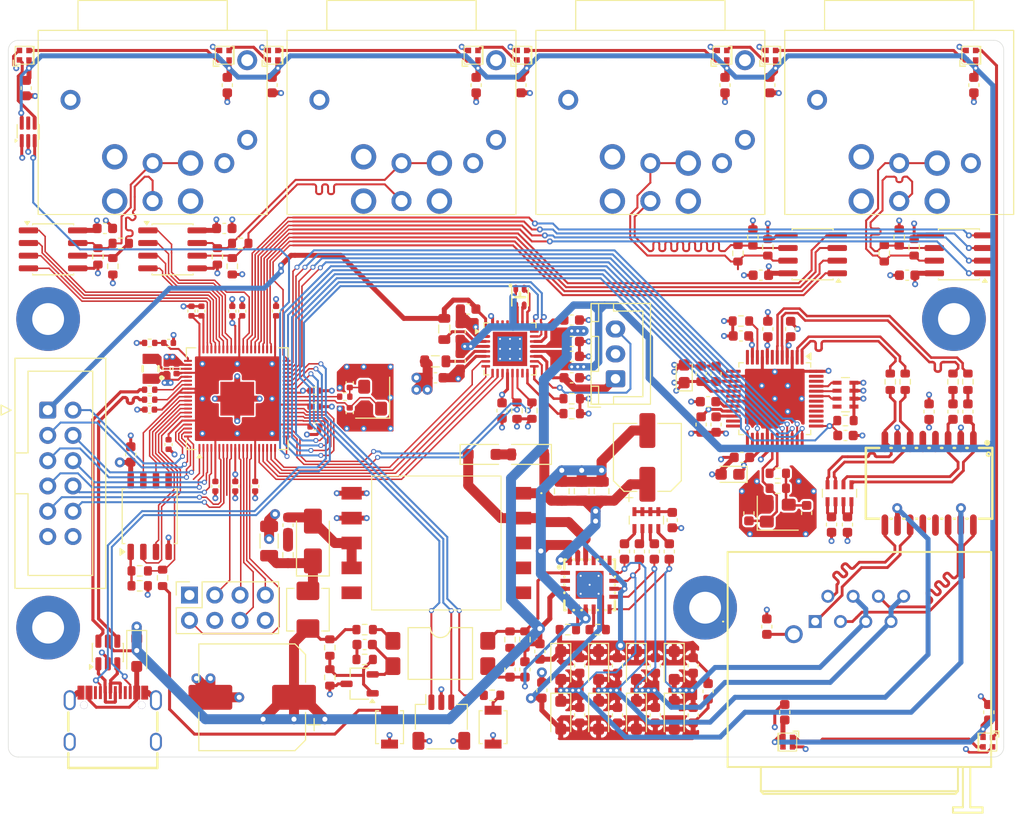
<source format=kicad_pcb>
(kicad_pcb (version 20241229) (generator "pcbnew") (generator_version "9.0")
  (layers (0 "F.Cu" signal) (4 "In1.Cu" signal "GND.Cu") (6 "In2.Cu" signal "PWR.Cu") (2 "B.Cu" signal) (13 "F.Paste" user) (15 "B.Paste" user) (5 "F.SilkS" user "F.Silkscreen") (7 "B.SilkS" user "B.Silkscreen") (1 "F.Mask" user) (3 "B.Mask" user) (25 "Edge.Cuts" user))
  (net 0 "")
  (net 1 "Net-(D1-A)")
  (net 2 "/Ethernet/CT1")
  (net 3 "/Ethernet/V+")
  (net 4 "/Ethernet/CT2")
  (net 5 "/Ethernet/SP1")
  (net 6 "/Ethernet/SP2")
  (net 7 "/Ethernet/V-")
  (net 8 "Net-(RN1-R1.1)")
  (net 9 "Net-(RN1-R2.1)")
  (net 10 "/Microcontroller/SWCLK")
  (net 11 "GND")
  (net 12 "/Microcontroller/SWDIO")
  (net 13 "Net-(RN1-R1.2)")
  (net 14 "Net-(U1-VREG_LX)")
  (net 15 "+1V1")
  (net 18 "/Ethernet/RD-")
  (net 19 "/Ethernet/RD+")
  (net 21 "/Ethernet/TD+")
  (net 22 "+3V3")
  (net 24 "/Ethernet/TD-")
  (net 25 "/DMX/LEDs_5V")
  (net 26 "Net-(LED1-DO)")
  (net 27 "Net-(RN1-R3.1)")
  (net 28 "/Microcontroller/~{USB_BOOT}")
  (net 29 "/Microcontroller/QSPI_SD2")
  (net 30 "/Microcontroller/QSPI_SS")
  (net 31 "VDD")
  (net 32 "Net-(RN1-R4.1)")
  (net 33 "Net-(RN2-R1.2)")
  (net 34 "/LEDS_THRU")
  (net 35 "/Microcontroller/QSPI_SD0")
  (net 36 "Net-(RN2-R3.2)")
  (net 37 "/Microcontroller/QSPI_SD1")
  (net 38 "/Microcontroller/QSPI_SCLK")
  (net 39 "Net-(U1-VREG_AVDD)")
  (net 40 "/Microcontroller/GPIO19")
  (net 41 "Net-(U1-XOUT)")
  (net 42 "/Microcontroller/RUN")
  (net 43 "Net-(U1-USB_DM)")
  (net 44 "/Microcontroller/GPIO20")
  (net 45 "Net-(U1-USB_DP)")
  (net 46 "/Microcontroller/GPIO17")
  (net 47 "/Microcontroller/QSPI_SD3")
  (net 48 "/Microcontroller/GPIO16")
  (net 49 "Net-(U1-XIN)")
  (net 50 "/Microcontroller/GPIO11")
  (net 51 "/Microcontroller/FLASH_SS")
  (net 52 "/DMX/DMX_2_RDM")
  (net 53 "/DMX/DMX_2_EN")
  (net 54 "/DMX/DMX_2_OUT")
  (net 55 "/DMX/DATA_2+")
  (net 56 "/DMX/DATA_2-")
  (net 57 "/DMX/DATA_3-")
  (net 58 "/DMX/DMX_3_OUT")
  (net 59 "/DMX/DMX_3_RDM")
  (net 60 "/DMX/DMX_3_EN")
  (net 61 "/DMX/DATA_3+")
  (net 62 "/DMX/DATA_4-")
  (net 63 "/DMX/DMX_4_OUT")
  (net 64 "/DMX/DMX_4_RDM")
  (net 65 "/DMX/DATA_4+")
  (net 66 "/DMX/DMX_4_EN")
  (net 67 "/Ethernet/MISO")
  (net 68 "/Ethernet/MOSI")
  (net 69 "Net-(U4-XI{slash}CLKIN)")
  (net 70 "Net-(D10-A)")
  (net 71 "Net-(D10-K)")
  (net 72 "/Microcontroller/GPIO13")
  (net 73 "Net-(U4-1V2O)")
  (net 74 "Net-(U4-TOCAP)")
  (net 75 "Net-(U7-K)")
  (net 76 "/Ethernet/SCK")
  (net 77 "/Ethernet/INTERRUPT")
  (net 78 "Net-(IC1-VBUSOUT)")
  (net 79 "/Ethernet/SCS")
  (net 80 "Net-(D11-A)")
  (net 81 "Net-(D12-K)")
  (net 82 "+DISPLAY")
  (net 84 "GND1")
  (net 85 "/DMX/DMX_1_EN")
  (net 86 "/DMX/DMX_1_OUT")
  (net 87 "/DMX/DATA_1+")
  (net 88 "/DMX/DMX_1_RDM")
  (net 89 "/DMX/DATA_1-")
  (net 91 "/Microcontroller/GPIO18")
  (net 92 "/Microcontroller/GPIO10")
  (net 93 "/Ethernet/LINKLED")
  (net 94 "/Ethernet/ACTLED")
  (net 95 "Net-(U4-XO)")
  (net 96 "Net-(U4-EXRES1)")
  (net 97 "Net-(U6-EROUT)")
  (net 98 "Net-(U7-Test)")
  (net 99 "Net-(U6-RDET)")
  (net 100 "Net-(U6-RCL)")
  (net 101 "Net-(IC1-VSET1)")
  (net 102 "/POWER/CC1")
  (net 109 "/USB/USB_D-")
  (net 110 "/USB/USB_D+")
  (net 123 "/POWER/CC2")
  (net 125 "/Ethernet/TX-")
  (net 126 "/Ethernet/RX+")
  (net 127 "/Ethernet/RX-")
  (net 128 "/Ethernet/TX+")
  (net 129 "/Ethernet/TXP")
  (net 130 "/Ethernet/TXN")
  (net 131 "/Ethernet/RXP")
  (net 132 "/Ethernet/RXN")
  (net 141 "Net-(LED3-DIN)")
  (net 142 "Net-(LED4-DIN)")
  (net 143 "Net-(LED5-DIN)")
  (net 144 "Net-(LED6-DIN)")
  (net 145 "Net-(LED7-DIN)")
  (net 146 "Net-(LED8-DIN)")
  (net 147 "Net-(LED10-DO)")
  (net 152 "Net-(C19-Pad2)")
  (net 153 "Net-(C46-Pad1)")
  (net 154 "Net-(C44-Pad1)")
  (net 155 "Net-(C49-Pad1)")
  (net 156 "Net-(C54-Pad2)")
  (net 157 "Net-(C59-Pad2)")
  (net 158 "Net-(C62-Pad1)")
  (net 159 "Net-(C65-Pad1)")
  (net 160 "/USB/USB_NP_D-")
  (net 161 "/USB/USB_NP_D+")
  (net 162 "Net-(R21-Pad1)")
  (net 164 "Net-(RN3-R1.1)")
  (net 165 "Net-(RN3-R3.1)")
  (net 166 "Net-(RN3-R2.1)")
  (net 169 "Net-(IC1-SW1)")
  (net 170 "Net-(IC1-VSET2)")
  (net 171 "Net-(IC1-SW2)")
  (net 173 "Net-(R3-Pad1)")
  (net 174 "/Display/MOSI")
  (net 175 "/Display/RESET")
  (net 176 "/Display/SCLK")
  (net 177 "/Display/ENC_B")
  (net 178 "/Display/ENC_A")
  (net 179 "/Display/ENC_SW")
  (net 180 "/Display/BACKLIGHT")
  (net 181 "/Display/CS")
  (net 182 "/Display/RS")
  (net 183 "/DMX/1_RDM_EN")
  (net 184 "/DMX/2_RDM_EN")
  (net 185 "/DMX/3_RDM_EN")
  (net 186 "/DMX/4_RDM_EN")
  (net 187 "/Microcontroller/GPIO4")
  (net 189 "+LED")
  (net 190 "/DMX/LEDs")
  (net 191 "/Ethernet/RST")
  (net 192 "Net-(D13-BK)")
  (net 193 "Net-(D13-RK)")
  (net 194 "Net-(D13-GK)")
  (net 195 "Net-(BT1-NTC)")
  (net 196 "Net-(BT1-+)")
  (net 197 "/Microcontroller/GPIO23_I2C_SCL")
  (net 198 "/Microcontroller/GPIO22_I2C1_SDA")
  (net 199 "/Microcontroller/GPIO15_UART1_RX")
  (net 200 "/Microcontroller/GPIO14_UART1_TX")
  (net 201 "/Microcontroller/GPIO12")
  (footprint "SamacSys_Parts:NE8FAHLRDAE" (layer "F.Cu") (at 103.5 102 180)
    (property "Reference" "J3" (hide yes))
    (property "Value" "RJ45" (hide yes))
  )
  (footprint "Resistor_SMD:R_0603_1608Metric" (layer "F.Cu") (at 46.1 81.7 -90)
    (property "Reference" "R18" (hide yes))
    (property "Value" "10R" (hide yes))
  )
  (footprint "Capacitor_SMD:C_0402_1005Metric" (layer "F.Cu") (at 48.8 65.2)
    (property "Reference" "C2" (hide yes))
    (property "Value" "4u7" (hide yes))
  )
  (footprint "Resistor_SMD:R_0603_1608Metric" (layer "F.Cu") (at 92.8 49.8 -90)
    (property "Reference" "R29" (hide yes))
    (property "Value" "348R" (hide yes))
  )
  (footprint "Capacitor_SMD:C_0603_1608Metric" (layer "F.Cu") (at 94.3 59 90)
    (property "Reference" "C27" (hide yes))
    (property "Value" "100n" (hide yes))
  )
  (footprint "Capacitor_SMD:C_0402_1005Metric" (layer "F.Cu") (at 32.2 67.1 180)
    (property "Reference" "C12" (hide yes))
    (property "Value" "100n" (hide yes))
  )
  (footprint "Resistor_SMD:R_0402_1005Metric" (layer "F.Cu") (at 32.2 66.1)
    (property "Reference" "R5" (hide yes))
    (property "Value" "27R" (hide yes))
  )
  (footprint "Capacitor_SMD:C_0402_1005Metric" (layer "F.Cu") (at 48.8 66.8)
    (property "Reference" "C7" (hide yes))
    (property "Value" "100n" (hide yes))
  )
  (footprint "Capacitor_SMD:C_0603_1608Metric" (layer "F.Cu") (at 92.4 77.5 90)
    (property "Reference" "C48" (hide yes))
    (property "Value" "10p" (hide yes))
  )
  (footprint "Capacitor_SMD:C_0603_1608Metric" (layer "F.Cu") (at 84.4 81.35 90)
    (property "Reference" "C20" (hide yes))
    (property "Value" "10n" (hide yes))
  )
  (footprint "Capacitor_SMD:C_0603_1608Metric" (layer "F.Cu") (at 81.4 81.35 90)
    (property "Reference" "C23" (hide yes))
    (property "Value" "10n" (hide yes))
  )
  (footprint "Capacitor_SMD:C_0603_1608Metric" (layer "F.Cu") (at 39.7 48.9)
    (property "Reference" "C76" (hide yes))
    (property "Value" "100n" (hide yes))
  )
  (footprint "Capacitor_SMD:C_0603_1608Metric" (layer "F.Cu") (at 89.1 68.6 -90)
    (property "Reference" "C57" (hide yes))
    (property "Value" "10n" (hide yes))
  )
  (footprint "Resistor_SMD:R_0402_1005Metric" (layer "F.Cu") (at 32.2 65.1)
    (property "Reference" "R4" (hide yes))
    (property "Value" "27R" (hide yes))
  )
  (footprint "Capacitor_SMD:C_0603_1608Metric" (layer "F.Cu") (at 74.6 60.25)
    (property "Reference" "C80" (hide yes))
    (property "Value" "1u" (hide yes))
  )
  (footprint "Capacitor_SMD:C_0603_1608Metric" (layer "F.Cu") (at 69.5 34.5 -90)
    (property "Reference" "C72" (hide yes))
    (property "Value" "100n" (hide yes))
  )
  (footprint "LCSC:LED-SMD_4P-L1.6-W1.5-TR" (layer "F.Cu") (at 69.4 55.8 90)
    (property "Reference" "D13" (hide yes))
    (property "Value" "LED_ABGR" (hide yes))
  )
  (footprint "Selfmade:NC5FAH1-LR-DAE" (layer "F.Cu") (at 107.5 30)
    (property "Reference" "J4" (hide yes))
    (property "Value" "XLR5")
  )
  (footprint "LCSC:USB-C_SMD-TYPE-C-31-M-12_1" (layer "F.Cu") (at 28.5 98)
    (property "Reference" "J2" (hide yes))
    (property "Value" "USB_C_Receptacle_USB2.0_14P" (hide yes))
  )
  (footprint "Capacitor_SMD:C_0603_1608Metric" (layer "F.Cu") (at 88.3 66.3 180)
    (property "Reference" "C58" (hide yes))
    (property "Value" "4u7" (hide yes))
  )
  (footprint "Capacitor_SMD:C_0603_1608Metric" (layer "F.Cu") (at 108.3 53.6 180)
    (property "Reference" "C70" (hide yes))
    (property "Value" "100n" (hide yes))
  )
  (footprint "Capacitor_SMD:C_0603_1608Metric" (layer "F.Cu") (at 84.7 78.2 -90)
    (property "Reference" "C22" (hide yes))
    (property "Value" "1n" (hide yes))
  )
  (footprint "Capacitor_SMD:C_0603_1608Metric" (layer "F.Cu") (at 93.6 53.6 180)
    (property "Reference" "C73" (hide yes))
    (property "Value" "100n" (hide yes))
  )
  (footprint "Capacitor_SMD:C_0603_1608Metric" (layer "F.Cu") (at 88.3 95.4 -90)
    (property "Reference" "C64" (hide yes))
    (property "Value" "100n" (hide yes))
  )
  (footprint "LCSC:LED-SMD_4P-L1.5-W1.5-BL" (layer "F.Cu") (at 116.4 100.5 180)
    (property "Reference" "LED1" (hide yes))
    (property "Value" "SK6805-EC15" (hide yes))
  )
  (footprint "Connector_JST:JST_XH_B3B-XH-A_1x03_P2.50mm_Vertical" (layer "F.Cu") (at 79 64 90)
    (property "Reference" "BT1" (hide yes))
    (property "Value" "Battery_Cell" (hide yes))
  )
  (footprint "Capacitor_SMD:C_0603_1608Metric" (layer "F.Cu") (at 83 92.8 -90)
    (property "Reference" "C36" (hide yes))
    (property "Value" "1n" (hide yes))
  )
  (footprint "Capacitor_SMD:C_0402_1005Metric" (layer "F.Cu") (at 42.8 74.8 -90)
    (property "Reference" "C5" (hide yes))
    (property "Value" "100n" (hide yes))
  )
  (footprint "Button_Switch_SMD:SW_SPST_B3U-1000P" (layer "F.Cu") (at 66.7 99 90)
    (property "Reference" "SW2" (hide yes))
    (property "Value" "SW_Push" (hide yes))
  )
  (footprint "Capacitor_SMD:C_0402_1005Metric" (layer "F.Cu") (at 34.1 70.6 -90)
    (property "Reference" "C13" (hide yes))
    (property "Value" "100n" (hide yes))
  )
  (footprint "Resistor_SMD:R_0603_1608Metric" (layer "F.Cu") (at 106.6 64.3 -90)
    (property "Reference" "R13" (hide yes))
    (property "Value" "33R" (hide yes))
  )
  (footprint "Capacitor_SMD:C_0603_1608Metric" (layer "F.Cu") (at 53.8 90.7 180)
    (property "Reference" "C59" (hide yes))
    (property "Value" "3.3n" (hide yes))
  )
  (footprint "Capacitor_SMD:C_0603_1608Metric" (layer "F.Cu") (at 27.7 48.9)
    (property "Reference" "C79" (hide yes))
    (property "Value" "100n" (hide yes))
  )
  (footprint "LCSC:IND-SMD_L2.0-W1.6_AOTA-B201610S3R3-101-T" (layer "F.Cu") (at 32.3 63 -90)
    (property "Reference" "L1" (hide yes))
    (property "Value" "3.3u" (hide yes))
  )
  (footprint "LCSC:XFMR-SMD_16P-L12.7-W7.1-P1.27-LS9.4-BL" (layer "F.Cu") (at 110.5 74.5 180)
    (property "Reference" "L3" (hide yes))
    (property "Value" "H2019NLT" (hide yes))
  )
  (footprint "Crystal:Crystal_SMD_3225-4Pin_3.2x2.5mm" (layer "F.Cu") (at 95.3 77.5)
    (property "Reference" "Y2" (hide yes))
    (property "Value" "ABM8-25.000MHZ-10-D1G-T" (hide yes))
  )
  (footprint "Resistor_SMD:R_0603_1608Metric" (layer "F.Cu") (at 53.8 89.2 180)
    (property "Reference" "R21" (hide yes))
    (property "Value" "2.05k" (hide yes))
  )
  (footprint "Package_TO_SOT_SMD:SOT-363_SC-70-6" (layer "F.Cu") (at 20 39.2 90)
    (property "Reference" "U12" (hide yes))
    (property "Value" "TXS0101DCK" (hide yes))
  )
  (footprint "Capacitor_SMD:C_0402_1005Metric" (layer "F.Cu") (at 36.4 57.2 90)
    (property "Reference" "C11" (hide yes))
    (property "Value" "100n" (hide yes))
  )
  (footprint "LCSC:LED-SMD_4P-L1.5-W1.5-BL" (layer "F.Cu") (at 89.7 31.5)
    (property "Reference" "LED5" (hide yes))
    (property "Value" "SK6805-EC15" (hide yes))
  )
  (footprint "Resistor_SMD:R_0603_1608Metric" (layer "F.Cu") (at 108.1 64.3 -90)
    (property "Reference" "R12" (hide yes))
    (property "Value" "33R" (hide yes))
  )
  (footprint "Capacitor_SMD:C_0603_1608Metric" (layer "F.Cu") (at 75.4 97.8 -90)
    (property "Reference" "C39" (hide yes))
    (property "Value" "1n" (hide yes))
  )
  (footprint "Capacitor_SMD:C_0603_1608Metric" (layer "F.Cu") (at 74.6 58.1)
    (property "Reference" "C81" (hide yes))
    (property "Value" "1u" (hide yes))
  )
  (footprint "Resistor_SMD:R_0603_1608Metric" (layer "F.Cu") (at 91.3 51.4 -90)
    (property "Reference" "R33" (hide yes))
    (property "Value" "133R" (hide yes))
  )
  (footprint "Package_TO_SOT_SMD:SOT-23-6" (layer "F.Cu") (at 28 91.5 90)
    (property "Reference" "U3" (hide yes))
    (property "Value" "USBLC6-2SC6" (hide yes))
  )
  (footprint "Diode_SMD:D_SOD-123F" (layer "F.Cu") (at 77.3 92.8 -90)
    (property "Reference" "D2" (hide yes))
    (property "Value" "SL110PL-TP" (hide yes))
  )
  (footprint "Resistor_SMD:R_0603_1608Metric" (layer "F.Cu") (at 33.5 84 90)
    (property "Reference" "R1" (hide yes))
    (property "Value" "1k" (hide yes))
  )
  (footprint "Capacitor_SMD:C_0603_1608Metric" (layer "F.Cu") (at 110.5 67.3 90)
    (property "Reference" "C60" (hide yes))
    (property "Value" "100n" (hide yes))
  )
  (footprint "Inductor_SMD:L_0805_2012Metric" (layer "F.Cu") (at 61.8 59 -90)
    (property "Reference" "L4" (hide yes))
    (property "Value" "2u2" (hide yes))
  )
  (footprint "Inductor_SMD:L_0805_2012Metric" (layer "F.Cu") (at 60.9 62.25)
    (property "Reference" "L5" (hide yes))
    (property "Value" "2u2" (hide yes))
  )
  (footprint "MountingHole:MountingHole_3.2mm_M3_Pad" (layer "F.Cu") (at 88 87)
    (property "Reference" "H3" (hide yes))
    (property "Value" "MountingHole_Pad" (hide yes))
  )
  (footprint "Resistor_SMD:R_0603_1608Metric" (layer "F.Cu") (at 112.9 64.3 -90)
    (property "Reference" "R15" (hide yes))
    (property "Value" "33R" (hide yes))
  )
  (footprint "Capacitor_SMD:C_0603_1608Metric" (layer "F.Cu") (at 86.8 97.8 -90)
    (property "Reference" "C41" (hide yes))
    (property "Value" "1n" (hide yes))
  )
  (footprint "Capacitor_SMD:C_0603_1608Metric" (layer "F.Cu") (at 91.6 59.7 180)
    (property "Reference" "C28" (hide yes))
    (property "Value" "100n" (hide yes))
  )
  (footprint "Package_SO:SOIC-8_3.9x4.9mm_P1.27mm" (layer "F.Cu") (at 34.5 51)
    (property "Reference" "U10" (hide yes))
    (property "Value" "MAX3485" (hide yes))
  )
  (footprint "LCSC:LED-SMD_4P-L1.5-W1.5-BL" (layer "F.Cu") (at 69.6 31.5)
    (property "Reference" "LED6" (hide yes))
    (property "Value" "SK6805-EC15" (hide yes))
  )
  (footprint "Capacitor_SMD:C_0402_1005Metric" (layer "F.Cu") (at 38.8 74.8 -90)
    (property "Reference" "C4" (hide yes))
    (property "Value" "100n" (hide yes))
  )
  (footprint "Diode_SMD:D_SOD-123F" (layer "F.Cu") (at 30.9 91.5 -90)
    (property "Reference" "D1" (hide yes))
    (property "Value" "DSK24L" (hide yes))
  )
  (footprint "Connector_JST:JST_SH_SM03B-SRSS-TB_1x03-1MP_P1.00mm_Horizontal" (layer "F.Cu") (at 61.5 98.5)
    (property "Reference" "J1" (hide yes))
    (property "Value" "Conn_01x03_MountingPin" (hide yes))
  )
  (footprint "Resistor_SMD:R_0603_1608Metric" (layer "F.Cu") (at 102.1 68.2 180)
    (property "Reference" "R11" (hide yes))
    (property "Value" "10k" (hide yes))
  )
  (footprint "Resistor_SMD:R_0603_1608Metric" (layer "F.Cu") (at 69.1 67.2 -90)
    (property "Reference" "R43" (hide yes))
    (property "Value" "10k" (hide yes))
  )
  (footprint "Diode_SMD:D_SOD-123F" (layer "F.Cu") (at 73.5 97.8 -90)
    (property "Reference" "D7" (hide yes))
    (property "Value" "SL110PL-TP" (hide yes))
  )
  (footprint "Package_TO_SOT_SMD:TSOT-23" (layer "F.Cu") (at 53.29 94.65 180)
    (property "Reference" "U7" (hide yes))
    (property "Value" "TLV431" (hide yes))
  )
  (footprint "Capacitor_SMD:C_0402_1005Metric" (layer "F.Cu") (at 48.8 68.8)
    (property "Reference" "C6" (hide yes))
    (property "Value" "100n" (hide yes))
  )
  (footprint "Resistor_SMD:R_Array_Concave_4x0603" (layer "F.Cu") (at 82.1 78.2 90)
    (property "Reference" "RN1" (hide yes))
    (property "Value" "75R" (hide yes))
  )
  (footprint "Resistor_SMD:R_0603_1608Metric" (layer "F.Cu") (at 39 51.7 -90)
    (property "Reference" "R38" (hide yes))
    (property "Value" "348R" (hide yes))
  )
  (footprint "Capacitor_SMD:C_0402_1005Metric" (layer "F.Cu") (at 52.3 67.4 90)
    (property "Reference" "C17" (hide yes))
    (property "Value" "15p" (hide yes))
  )
  (footprint "Resistor_SMD:R_0603_1608Metric" (layer "F.Cu") (at 107.5 49.8 -90)
    (property "Reference" "R28" (hide yes))
    (property "Value" "348R" (hide yes))
  )
  (footprint "Resistor_SMD:R_0603_1608Metric" (layer "F.Cu") (at 40.5 52.7 90)
    (property "Reference" "R30" (hide yes))
    (property "Value" "348R" (hide yes))
  )
  (footprint "Capacitor_SMD:C_0402_1005Metric" (layer "F.Cu") (at 40.5 57.2 90)
    (property "Reference" "C3" (hide yes))
    (property "Value" "100n" (hide yes))
  )
  (footprint "Resistor_SMD:R_0603_1608Metric" (layer "F.Cu") (at 95.3 75 180)
    (property "Reference" "R16" (hide yes))
    (property "Value" "1M" (hide yes))
  )
  (footprint "Capacitor_SMD:C_0603_1608Metric" (layer "F.Cu") (at 65 34.5 -90)
    (property "Reference" "C74" (hide yes))
    (property "Value" "100n" (hide yes))
  )
  (footprint "Diode_SMD:D_SOD-123F" (layer "F.Cu") (at 84.9 92.8 -90)
    (property "Reference" "D5" (hide yes))
    (property "Value" "SL110PL-TP" (hide yes))
  )
  (footprint "Resistor_SMD:R_0603_1608Metric" (layer "F.Cu") (at 31.2 84.8)
    (property "Reference" "R7" (hide yes))
    (property "Value" "10k" (hide yes))
  )
  (footprint "Resistor_SMD:R_Array_Concave_4x0603" (layer "F.Cu") (at 101.5 75.5 -90)
    (property "Reference" "RN2" (hide yes))
    (property "Value" "75R" (hide yes))
  )
  (footprint "Connector_IDC:IDC-Header_2x06_P2.54mm_Vertical" (layer "F.Cu") (at 21.96 67.15)
    (property "Reference" "J12" (hide yes))
    (property "Value" "IDC" (hide yes))
  )
  (footprint "Crystal:Crystal_SMD_3225-4Pin_3.2x2.5mm" (layer "F.Cu") (at 54.6 65.9 90)
    (property "Reference" "Y1" (hide yes))
    (property "Value" "ABM8-272-T3" (hide yes))
  )
  (footprint "Capacitor_SMD:C_0603_1608Metric" (layer "F.Cu") (at 79.2 92.8 -90)
    (property "Reference" "C34" (hide yes))
    (property "Value" "1n" (hide yes))
  )
  (footprint "Capacitor_SMD:C_0805_2012Metric" (layer "F.Cu") (at 77.6 75.3 90)
    (property "Reference" "C52" (hide yes))
    (property "Value" "1u" (hide yes))
  )
  (footprint "Capacitor_SMD:C_0603_1608Metric" (layer "F.Cu") (at 89.1 63.5 90)
    (property "Reference" "C29" (hide yes))
    (property "Value" "100n" (hide yes))
  )
  (footprint "LCSC:LED-SMD_4P-L1.5-W1.5-BL" (layer "F.Cu") (at 114.7 31.5)
    (property "Reference" "LED3" (hide yes))
    (property "Value" "SK6805-EC15" (hide yes))
  )
  (footprint "Selfmade:NC5FAH1-LR-DAE" (layer "F.Cu") (at 57.5 30)
    (property "Reference" "J8" (hide yes))
    (property "Value" "XLR5")
  )
  (footprint "Capacitor_SMD:C_0402_1005Metric" (layer "F.Cu") (at 41.5 57.2 90)
    (property "Reference" "C9" (hide yes))
    (property "Value" "100n" (hide yes))
  )
  (footprint "Package_SO:SOIC-8_3.9x4.9mm_P1.27mm" (layer "F.Cu") (at 113.5 51.5 180)
    (property "Reference" "U8" (hide yes))
    (property "Value" "MAX3485" (hide yes))
  )
  (footprint "Capacitor_SMD:C_0603_1608Metric" (layer "F.Cu") (at 68.4 93.2 -90)
    (property "Reference" "C62" (hide yes))
    (property "Value" "15n" (hide yes))
  )
  (footprint "Capacitor_SMD:C_0603_1608Metric" (layer "F.Cu") (at 67.6 67.2 -90)
    (property "Reference" "C88" (hide yes))
    (property "Value" "100n" (hide yes))
  )
  (footprint "Package_SO:SOIC-8_3.9x4.9mm_P1.27mm" (layer "F.Cu") (at 98.8 51.5 180)
    (property "Reference" "U9" (hide yes))
    (property "Value" "MAX3485" (hide yes))
  )
  (footprint "Capacitor_SMD:C_0402_1005Metric" (layer "F.Cu") (at 34.9 63 90)
    (property "Reference" "C15" (hide yes))
    (property "Value" "4u7" (hide yes))
  )
  (footprint "Resistor_SMD:R_0603_1608Metric" (layer "F.Cu") (at 77.21 89.2)
    (property "Reference" "R27" (hide yes))
    (property "Value" "1k" (hide yes))
  )
  (footprint "LCSC:LED-SMD_4P-L1.5-W1.5-BL" (layer "F.Cu") (at 44.6 31.5)
    (property "Reference" "LED8" (hide yes))
    (property "Value" "SK6805-EC15" (hide yes))
  )
  (footprint "Package_DFN_QFN:QFN-80-1EP_10x10mm_P0.4mm_EP3.4x3.4mm" (layer "F.Cu") (at 41 66 90)
    (property "Reference" "U1" (hide yes))
    (property "Value" "RP2350B" (hide yes))
  )
  (footprint "Capacitor_SMD:C_0603_1608Metric" (layer "F.Cu") (at 100.7 78.65 -90)
    (property "Reference" "C43" (hide yes))
    (property "Value" "100n" (hide yes))
  )
  (footprint "Capacitor_SMD:CP_Elec_10x10.5" (layer "F.Cu") (at 42.5 96 180)
    (property "Reference" "C55" (hide yes))
    (property "Value" "1000u" (hide yes))
  )
  (footprint "Selfmade:NLR-LB" (layer "F.Cu") (at 42 30)
    (property "Reference" "REF**" (hide yes))
    (property "Value" "NLR-LB" (hide yes))
  )
  (footprint "MountingHole:MountingHole_3.2mm_M3_Pad" (layer "F.Cu") (at 113 58)
    (property "Reference" "H2" (hide yes))
    (property "Value" "MountingHole_Pad" (hide yes))
  )
  (footprint "Capacitor_SMD:C_0603_1608Metric" (layer "F.Cu") (at 19.8 34.8 -90)
    (property "Reference" "C78" (hide yes))
    (property "Value" "100n" (hide yes))
  )
  (footprint "Resistor_SMD:R_0603_1608Metric" (layer "F.Cu") (at 27 51.7 -90)
    (property "Reference" "R39" (hide yes))
    (property "Value" "348R" (hide yes))
  )
  (footprint "LCSC:LED-SMD_4P-L1.5-W1.5-BL" (layer "F.Cu") (at 19.6 31.5)
    (property "Reference" "LED10" (hide yes))
    (property "Value" "SK6805-EC15" (hide yes))
  )
  (footprint "Capacitor_SMD:C_0603_1608Metric" (layer "F.Cu") (at 69.9 93.2 -90)
    (property "Reference" "C61" (hide yes))
    (property "Value" "100n" (hide yes))
  )
  (footprint "Diode_SMD:D_SOD-123F" (layer "F.Cu") (at 77.3 97.8 -90)
    (property "Reference" "D6" (hide yes))
    (property "Value" "SL110PL-TP" (hide yes))
  )
  (footprint "Capacitor_SMD:C_0603_1608Metric" (layer "F.Cu") (at 79.2 97.8 -90)
    (property "Reference" "C38" (hide yes))
    (property "Value" "1n" (hide yes))
  )
  (footprint "Resistor_SMD:R_0603_1608Metric" (layer "F.Cu") (at 28.5 52.7 90)
    (property "Reference" "R31" (hide yes))
    (property "Value" "348R" (hide yes))
  )
  (footprint "Resistor_SMD:R_0603_1608Metric" (layer "F.Cu") (at 109 50.8 90)
    (property "Reference" "R36" (hide yes))
    (property "Value" "348R" (hide yes))
  )
  (footprint "Capacitor_SMD:C_0603_1608Metric" (layer "F.Cu") (at 98.2 77.5 -90)
    (property "Reference" "C49" (hide yes))
    (property "Value" "10p" (hide yes))
  )
  (footprint "Resistor_SMD:R_0603_1608Metric" (layer "F.Cu") (at 68.4 90.2 -90)
    (property "Reference" "R22" (hide yes))
    (property "Value" "0R" (hide yes))
  )
  (footprint "Capacitor_SMD:C_0603_1608Metric" (layer "F.Cu") (at 71.6 95.3 90)
    (property "Reference" "C63" (hide yes))
    (property "Value" "1n" (hide yes))
  )
  (footprint "Selfmade:NC3FAH2-LR-DAE" (layer "F.Cu") (at 82.5 30)
    (property "Reference" "J7" (hide yes))
    (property "Value" "XLR3")
  )
  (footprint "Inductor_SMD:L_Vishay_IHLP-1616" (layer "F.Cu") (at 48.1 87.2 -90)
    (property "Reference" "L2" (hide yes))
    (property "Value" "1u" (hide yes))
  )
  (footprint "Diode_SMD:D_SOD-123" (layer "F.Cu") (at 70.2 71.6 180)
    (property "Reference" "D11" (hide yes))
    (property "Value" "1N4148W" (hide yes))
  )
  (footprint "Capacitor_SMD:C_0603_1608Metric" (layer "F.Cu") (at 90 34.5 -90)
    (property "Reference" "C71" (hide yes))
    (property "Value" "100n" (hide yes))
  )
  (footprint "Capacitor_SMD:C_0603_1608Metric" (layer "F.Cu") (at 87.6 63.5 90)
    (property "Reference" "C30" (hide yes))
    (property "Value" "100n" (hide yes))
  )
  (footprint "Capacitor_SMD:C_0603_1608Metric" (layer "F.Cu") (at 116.5 97.5 90)
    (property "Reference" "C66" (hide yes))
    (property "Value" "100n" (hide yes))
  )
  (footprint "Resistor_SMD:R_0603_1608Metric" (layer "F.Cu") (at 106 51.4 -90)
    (property "Reference" "R32" (hide yes))
    (property "Value" "133R" (hide yes))
  )
  (footprint "Capacitor_SMD:C_0603_1608Metric" (layer "F.Cu") (at 112.9 67.3 -90)
    (property "Reference" "C46" (hide yes))
    (property "Value" "6.8n" (hide yes))
  )
  (footprint "Selfmade:NC5FAH1-LR-DAE" (layer "F.Cu") (at 32.5 30)
    (property "Reference" "J10" (hide yes))
    (property "Value" "XLR5")
  )
  (footprint "Connector_PinSocket_2.54mm:PinSocket_2x04_P2.54mm_Vertical" (layer "F.Cu") (at 36.2 85.73 90)
    (property "Reference" "J13" (hide yes))
    (property "Value" "Conn_02x04" (hide yes))
  )
  (footprint "Capacitor_SMD:C_1206_3216Metric" (layer "F.Cu") (at 44.2 80.3 90)
    (property "Reference" "C56" (hide yes))
    (property "Value" "100u" (hide yes))
  )
  (footprint "Capacitor_SMD:C_0603_1608Metric" (layer "F.Cu") (at 63.4 59.25 90)
    (property "Reference" "C82" (hide yes))
    (property "Value" "10u" (hide yes))
  )
  (footprint "Capacitor_SMD:C_0402_1005Metric" (layer "F.Cu") (at 33.9 63 90)
    (property "Reference" "C16" (hide yes))
    (property "Value" "4u7" (hide yes))
  )
  (footprint "Diode_SMD:D_SOD-123F" (layer "F.Cu") (at 84.9 97.8 -90)
    (property "Reference" "D9" (hide yes))
    (property "Value" "SL110PL-TP" (hide yes))
  )
  (footprint "Resistor_SMD:R_0402_1005Metric" (layer "F.Cu") (at 32.2 60.4)
    (property "Reference" "R2" (hide yes))
    (property "Value" "33R" (hide yes))
  )
  (footprint "LCSC:LED-SMD_4P-L1.5-W1.5-BL" (layer "F.Cu") (at 39.7 31.5)
    (property "Reference" "LED9" (hide yes))
    (property "Value" "SK6805-EC15" (hide yes))
  )
  (footprint "LCSC:LED-SMD_4P-L1.5-W1.5-BL" (layer "F.Cu") (at 96.3 100.5 180)
    (property "Reference" "LED2" (hide yes))
    (property "Value" "SK6805-EC15" (hide yes))
  )
  (footprint "Capacitor_SMD:C_0603_1608Metric" (layer "F.Cu") (at 94.5 34.5 -90)
    (property "Reference" "C69" (hide yes))
    (property "Value" "100n" (hide yes))
  )
  (footprint "Resistor_SMD:R_0603_1608Metric" (layer "F.Cu") (at 74.6 66)
    (property "Reference" "R40" (hide yes))
    (property "Value" "0R" (hide yes))
  )
  (footprint "Resistor_SMD:R_0603_1608Metric" (layer "F.Cu") (at 50.3 91 -90)
    (property "Reference" "R24" (hide yes))
    (property "Value" "36.5k" (hide yes))
  )
  (footprint "Diode_SMD:D_SMA" (layer "F.Cu") (at 48.6 80.3 90)
    (property "Reference" "D10" (hide yes))
    (property "Value" "SS34" (hide yes))
  )
  (footprint "Capacitor_SMD:C_0603_1608Metric" (layer "F.Cu") (at 115 34.5 -90)
    (property "Reference" "C68" (hide yes))
    (property "Value" "100n" (hide yes))
  )
  (footprint "Resistor_SMD:R_0603_1608Metric" (layer "F.Cu") (at 53.8 92.2)
    (property "Reference" "R23" (hide yes))
    (property "Value" "0R" (hide yes))
  )
  (footprint "Button_Switch_SMD:SW_SPST_B3U-1000P" (layer "F.Cu") (at 56.3 99 90)
    (property "Reference" "SW1" (hide yes))
    (property "Value" "SW_Push" (hide yes))
  )
  (footprint "Capacitor_SMD:CP_Elec_6.3x5.8" (layer "F.Cu") (at 82.2 71.9 90)
    (property "Reference" "C53" (hide yes))
    (property "Value" "10u" (hide yes))
  )
  (footprint "Capacitor_SMD:C_0603_1608Metric" (layer "F.Cu") (at 91.7 71.9 180)
    (property "Reference" "C25" (hide yes))
    (property "Value" "100n" (hide yes))
  )
  (footprint "Capacitor_SMD:C_0805_2012Metric" (layer "F.Cu") (at 75.6 75.3 90)
    (property "Reference" "C51" (hide yes))
    (property "Value" "1u" (hide yes))
  )
  (footprint "MountingHole:MountingHole_3.2mm_M3_Pad" (layer "F.Cu") (at 22 89)
    (property "Reference" "H4" (hide yes))
    (property "Value" "MountingHole_Pad" (hide yes))
  )
  (footprint "Capacitor_SMD:C_0603_1608Metric" (layer "F.Cu") (at 74.6 63.9)
    (property "Reference" "C85" (hide yes))
    (property "Value" "2u2" (hide yes))
  )
  (footprint "Resistor_SMD:R_Array_Concave_4x0603" (layer "F.Cu") (at 102.1 65.6)
    (property "Reference" "RN3" (hide yes))
    (property "Value" "10k" (hide yes))
  )
  (footprint "Resistor_SMD:R_0603_1608Metric" (layer "F.Cu") (at 95.3 73.5 180)
    (property "Reference" "R17" (hide yes))
    (property "Value" "0R" (hide yes))
  )
  (footprint "Capacitor_SMD:C_0603_1608Metric" (layer "F.Cu") (at 86.8 92.8 -90)
    (property "Reference" "C37" (hide yes))
    (property "Value" "1n" (hide yes))
  )
  (footprint "Package_QFP:LQFP-48_7x7mm_P0.5mm" (layer "F.Cu") (at 95 66 -90)
    (property "Reference" "U4" (hide yes))
    (property "Value" "W5500")
  )
  (footprint "Capacitor_SMD:C_0603_1608Metric" (layer "F.Cu") (at 64.2 57 180)
    (property "Reference" "C86" (hide yes))
    (property "Value" "10u" (hide yes))
  )
  (footprint "Resistor_SMD:R_0603_1608Metric" (layer "F.Cu") (at 94.3 50.8 90)
    (property "Reference" "R37" (hide yes))
    (property "Value" "348R" (hide yes))
  )
  (footprint "Capacitor_SMD:C_0603_1608Metric" (layer "F.Cu") (at 102.1 69.7)
    (property "Reference" "C42" (hide yes))
    (property "Value" "100n" (hide yes))
  )
  (footprint "Resistor_SMD:R_0603_1608Metric" (layer "F.Cu") (at 74.6 67.5)
    (property "Reference" "R41" (hide yes))
    (property "Value" "430k" (hide yes))
  )
  (footprint "Capacitor_SMD:C_0402_1005Metric" (layer "F.Cu") (at 37.4 57.2 90)
    (property "Reference" "C10" (hide yes))
    (property "Value" "100n" (hide yes))
  )
  (footprint "Capacitor_SMD:C_0402_1005Metric" (layer "F.Cu") (at 52.3 64.4 -90)
    (property "Reference" "C19" (hide yes))
    (property "Value" "15p" (hide yes))
  )
  (footprint "Capacitor_SMD:C_0603_1608Metric" (layer "F.Cu") (at 44.5 34.5 -90)
    (property "Reference" "C75" (hide yes))
    (property "Value" "100n" (hide yes))
  )
  (footprint "Package_DFN_QFN:QFN-32-1EP_5x5mm_P0.5mm_EP3.45x3.45mm_ThermalVias" (layer "F.Cu") (at 68.4 61)
    (property "Reference" "IC1" (hide yes))
    (property "Value" "NPM1300-QEAA-R7" (hide yes))
  )
  (footprint "Capacitor_SMD:C_0603_1608Metric" (layer "F.Cu") (at 96 97.5 90)
    (property "Reference" "C67" (hide yes))
    (property "Value" "100n" (hide yes))
  )
  (footprint "Package_SO:SOIC-8_3.9x4.9mm_P1.27mm" (layer "F.Cu") (at 22.5 51)
    (property "Reference" "U11" (hide yes))
    (property "Value" "MAX3485" (hide yes))
  )
  (footprint "Resistor_SMD:R_0603_1608Metric" (layer "F.Cu") (at 31.2 83.3 180)
    (property "Reference" "R8" (hide yes))
    (property "Value" "0R" (hide yes))
  )
  (footprint "Capacitor_SMD:C_0603_1608Metric" (layer "F.Cu") (at 60.9 63.9)
    (property "Reference" "C87" (hide yes))
    (property "Value" "10u" (hide yes))
  )
  (footprint "Capacitor_Tantalum_SMD:CP_EIA-2012-12_Kemet-R" (layer "F.Cu") (at 85.9 63.5 90)
    (property "Reference" "C32" (hide yes))
    (property "Value" "10u" (hide yes))
  )
  (footprint "Selfmade:NLR-LB" (layer "F.Cu") (at 92 30)
    (property "Reference" "REF**" (hide yes))
    (property "Value" "NLR-LB" (hide yes))
  )
  (footprint "Capacitor_SMD:C_0603_1608Metric" (layer "F.Cu") (at 79.9 81.35 90)
    (property "Reference" "C33" (hide yes))
    (property "Value" "10n" (hide yes))
  )
  (footprint "Resistor_SMD:R_0402_1005Metric" (layer "F.Cu") (at 51.8 65.8 180)
    (property "Reference" "R6" (hide yes))
    (property "Value" "1k" (hide yes))
  )
  (footprint "Capacitor_SMD:C_0603_1608Metric" (layer "F.Cu") (at 114.4 67.3 -90)
    (property "Reference" "C44" (hide yes))
    (property "Value" "6.8n" (hide yes))
  )
  (footprint "Resistor_SMD:R_0603_1608Metric" (layer "F.Cu") (at 66.6 95.8 180)
    (property "Reference" "R3" (hide yes))
    (property "Value" "1k" (hide yes))
  )
  (footprint "SamacSys_Parts:FA2924ALD" (layer "F.Cu") (at 61 80.5 180)
    (property "Reference" "T1" (hide yes))
    (property "Value" "FA2805" (hide yes))
  )
  (footprint "Capacitor_SMD:C_0603_1608Metric" (layer "F.Cu") (at 102.3 78.65 -90)
    (property "Reference" "C45" (hide yes))
    (property "Value" "100n" (hide yes))
  )
  (footprint "Capacitor_SMD:C_0402_1005Metric" (layer "F.Cu") (at 44.9 57.2 90)
    (property "Reference" "C8" (hide yes))
    (property "Value" "100n" (hide yes))
  )
  (footprint "Selfmade:NC5FAH1-LR-DAE" (layer "F.Cu") (at 82.5 30)
    (property "Reference" "J6" (hide yes))
    (property "Value" "XLR5")
  )
  (footprint "Resistor_SMD:R_0603_1608Metric" (layer "F.Cu") (at 29.3 50.4 180)
    (property "Reference" "R35" (hide yes))
    (property "Value" "133R" (hide yes))
  )
  (footprint "Capacitor_SMD:C_0603_1608Metric" (layer "F.Cu") (at 63.4 62.25 -90)
    (property "Reference" "C83" (hide yes))
    (property "Value" "10u" (hide yes))
  )
  (footprint "Capacitor_SMD:C_0603_1608Metric" (layer "F.Cu") (at 74.6 61.75)
    (property "Reference" "C84" (hide yes))
    (property "Value" "10u" (hide yes))
  )
  (footprint "Capacitor_SMD:C_0603_1608Metric" (layer "F.Cu") (at 87.6 68.6 -90)
    (property "Reference" "C31" (hide yes))
    (property "Value" "100n" (hide yes))
  )
  (footprint "Resistor_SMD:R_0603_1608Metric" (layer "F.Cu") (at 114.4 64.3 -90)
    (property "Reference" "R14" (hide yes))
    (property "Value" "33R" (hide yes))
  )
  (footprint "Capacitor_SMD:C_0603_1608Metric" (layer "F.Cu") (at 94.2 88.9 90)
    (property "Reference" "C65" (hide yes))
    (property "Value" "1n" (hide yes))
  )
  (footprint "Diode_SMD:D_SOD-123F" (layer "F.Cu") (at 73.5 92.8 -90)
    (property "Reference" "D3" (hide yes))
    (property "Value" "SL110PL-TP" (hide yes))
  )
  (footprint "Capacitor_SMD:C_0603_1608Metric" (layer "F.Cu") (at 71.4 91.4 -90)
    (property "Reference" "C47" (hide yes))
    (property "Value" "1n" (hide yes))
  )
  (footprint "Capacitor_SMD:C_0603_1608Metric" (layer "F.Cu") (at 83 97.8 -90)
    (property "Reference" "C40" (hide yes))
    (property "Value" "1n" (hide yes))
  )
  (footprint "Diode_SMD:D_SOD-123F" (layer "F.Cu") (at 81.1 92.8 -90)
    (property "Reference" "D4" (hide yes))
    (property "Value" "SL110PL-TP" (hide yes))
  )
  (footprint "Diode_SMD:D_SOD-123F" (layer "F.Cu") (at 65.6 71.6)
    (property "Reference" "D12" (hide yes))
    (property "Value" "DFTL30A" (hide yes))
  )
  (footprint "MountingHole:MountingHole_3.2mm_M3_Pad" (layer "F.Cu") (at 22 58)
    (property "Reference" "H1" (hide yes))
    (property "Value" "MountingHole_Pad" (hide yes))
  )
  (footprint "Resistor_SMD:R_0603_1608Metric" (layer "F.Cu") (at 41.3 50.4 180)
    (property "Reference" "R34" (hide yes))
    (property "Value" "133R" (hide yes))
  )
  (footprint "Selfmade:NLR-LB" (layer "F.Cu") (at 67 30)
    (property "Reference" "REF**" (hide yes))
    (property "Value" "NLR-LB" (hide yes))
  )
  (footprint "Selfmade:NC3FAH2-LR-DAE" (layer "F.Cu") (at 32.5 30)
    (property "Reference" "J11" (hide yes))
    (property "Value" "XLR3")
  )
  (footprint "Resistor_SMD:R_0603_1608Metric" (layer "F.Cu") (at 74.21 89.2 180)
    (property "Reference" "R26" (hide yes))
    (property "Value" "24.9k" (hide yes))
  )
  (footprint "Capacitor_SMD:C_0402_1005Metric" (layer "F.Cu") (at 40.8 74.8 -90)
    (property "Reference" "C1" (hide yes))
    (property "Value" "100n" (hide yes))
  )
  (footprint "Resistor_SMD:R_0603_1608Metric" (layer "F.Cu") (at 70.6 67.2 -90)
    (property "Reference" "R42" (hide yes))
    (property "Value" "10k" (hide yes))
  )
  (footprint "Capacitor_SMD:C_0805_2012Metric" (layer "F.Cu") (at 73.6 75.3 90)
    (property "Reference" "C50" (hide yes))
    (property "Value" "1u" (hide yes))
  )
  (footprint "LCSC:LED-SMD_4P-L1.5-W1.5-BL" (layer "F.Cu") (at 94.6 31.5)
    (property "Reference" "LED4" (hide yes))
    (property "Value" "SK6805-EC15" (hide yes))
  )
  (footprint "Selfmade:NC3FAH2-LR-DAE" (layer "F.Cu") (at 107.5 30)
    (property "Reference" "J5" (hide yes))
    (property "Value" "XLR3")
  )
  (footprint "Selfmade:NC3FAH2-LR-DAE" (layer "F.Cu") (at 57.5 30)
    (property "Reference" "J9" (hide yes))
    (property "Value" "XLR3")
  )
  (footprint "Capacitor_SMD:C_0603_1608Metric" (layer "F.Cu") (at 30.3 71.6 90)
    (property "Reference" "C18" (hide yes))
    (property "Value" "100n" (hide yes))
  )
  (footprint "Capacitor_SMD:C_0603_1608Metric" (layer "F.Cu") (at 96.6 59 90)
    (property "Reference" "C26" (hide yes))
    (property "Value" "100n" (hide yes))
  )
  (footprint "Resistor_SMD:R_0603_1608Metric" (layer "F.Cu") (at 50.3 94 -90)
    (property "Reference" "R25" (hide yes))
    (property "Value" "12.1k" (hide yes))
  )
  (footprint "Capacitor_SMD:C_0603_1608Metric" (layer "F.Cu") (at 46.1 78.7 -90)
    (property "Reference" "C54" (hide yes))
    (property "Value" "470p" (hide yes))
  )
  (footprint "Capacitor_SMD:C_0603_1608Metric" (layer "F.Cu") (at 40 34.5 -90)
    (property "Reference" "C77" (hide yes))
    (property "Value" "100n" (hide yes))
  )
  (footprint "Package_SO:SOIC-8_5.3x5.3mm_P1.27mm" (layer "F.Cu") (at 32.2 77.8 90)
    (property "Reference" "U2" (hide yes))
    (property "Value" "W25Q128JVS" (hide yes))
  )
  (footprint "Package_DIP:SMDIP-4_W9.53mm_Clearance8mm" (layer "F.Cu") (at 61.4 91.6)
    (property "Reference" "U5" (hide yes))
    (property "Value" "VO618A-3X019T" (hide yes))
  )
  (footprint "Capacitor_SMD:C_0603_1608Metric" (layer "F.Cu") (at 75.4 92.8 -90)
    (property "Reference" "C35" (hide yes))
    (property "Value" "1n" (hide yes))
  )
  (footprint "LCSC:LED-SMD_4P-L1.5-W1.5-BL" (layer "F.Cu") (at 64.7 31.5)
    (property "Reference" "LED7" (hide yes))
    (property "Value" "SK6805-EC15" (hide yes))
  )
  (footprint "Resistor_SMD:R_0603_1608Metric" (layer "F.Cu") (at 91.6 58.2 180)
    (property "Reference" "R19" (hide yes))
    (property "Value" "12.4k" (hide yes))
  )
  (footprint "Diode_SMD:D_SOD-123F" (layer "F.Cu") (at 81.1 97.8 -90)
    (property "Reference" "D8" (hide yes))
    (property "Value" "SL110PL-TP" (hide yes))
  )
  (footprint "Resistor_SMD:R_0603_1608Metric" (layer "F.Cu") (at 69.9 90.2 90)
    (property "Reference" "R20" (hide yes))
    (property "Value" "4.99k" (hide yes))
  )
  (footprint "Capacitor_SMD:C_0603_1608Metric" (layer "F.Cu") (at 82.9 81.35 90)
    (property "Reference" "C21" (hide yes))
    (property "Value" "10n" (hide yes))
  )
  (footprint "LCSC:QFN-20_L5.0-W5.0-P0.80-TL-EP2.8" (layer "F.Cu") (at 76.4 84.7)
    (property "Reference" "U6" (hide yes))
    (property "Value" "SI3402-B-GMR" (hide yes))
  )
  (footprint "Capacitor_SMD:C_0402_1005Metric" (layer "F.Cu") (at 34.1 60.4)
    (property "Reference" "C14" (hide yes))
    (property "Value" "4u7" (hide yes))
  )
  (footprint "Capacitor_Tantalum_SMD:CP_EIA-2012-12_Kemet-R" (layer "F.Cu") (at 90.5 73.6 180)
    (property "Reference" "C24" (hide yes))
    (property "Value" "10u" (hide yes))
  )
  (gr_arc (start 118 101) (mid 117.707107 101.707107) (end 117 102) (stroke (width 0.05)) (layer "Edge.Cuts"))
  (gr_arc (start 18 31) (mid 18.292893 30.292893) (end 19 30) (stroke (width 0.05)) (layer "Edge.Cuts"))
  (gr_arc (start 117 30) (mid 117.707107 30.292893) (end 118 31) (stroke (width 0.05)) (layer "Edge.Cuts"))
  (gr_arc (start 19 102) (mid 18.292893 101.707107) (end 18 101) (stroke (width 0.05)) (layer "Edge.Cuts"))
  (gr_line (start 117 102) (end 19 102) (stroke (width 0.05)) (layer "Edge.Cuts"))
  (gr_line (start 118 31) (end 118 101) (stroke (width 0.05)) (layer "Edge.Cuts"))
  (gr_line (start 18 101) (end 18 31) (stroke (width 0.05)) (layer "Edge.Cuts"))
  (gr_line (start 19 30) (end 117 30) (stroke (width 0.05)) (layer "Edge.Cuts"))
  (segment (start 26.1 96.263281) (end 26.1 95.53) (width 0.3) (layer "F.Cu") (net 1))
  (segment (start 30.9 95.53) (end 30.9 92.9) (width 0.5) (layer "F.Cu") (net 1))
  (segment (start 26.836719 97) (end 26.1 96.263281) (width 0.3) (layer "F.Cu") (net 1))
  (segment (start 30.149943 97) (end 26.836719 97) (width 0.3) (layer "F.Cu") (net 1))
  (segment (start 30.9 96.249943) (end 30.149943 97) (width 0.3) (layer "F.Cu") (net 1))
  (segment (start 30.9 95.53) (end 30.9 96.249943) (width 0.3) (layer "F.Cu") (net 1))
  (segment (start 79.9 83.1) (end 79.9 82.125) (width 0.2) (layer "F.Cu") (net 2))
  (segment (start 79.5 83.5) (end 78.85 83.5) (width 0.2) (layer "F.Cu") (net 2))
  (segment (start 107.33 77.03) (end 107.3 77) (width 0.5) (layer "F.Cu") (net 2))
  (segment (start 107.33 78.7) (end 107.33 77.03) (width 0.5) (layer "F.Cu") (net 2))
  (segment (start 79.9 83.1) (end 79.5 83.5) (width 0.2) (layer "F.Cu") (net 2))
  (via (at 77.3 95.3) (size 0.6) (drill 0.3) (layers "F.Cu" "B.Cu") (net 2))
  (via (at 77.9 95.3) (size 0.6) (drill 0.3) (layers "F.Cu" "B.Cu") (net 2))
  (via (at 79.1 95.3) (size 0.6) (drill 0.3) (layers "F.Cu" "B.Cu") (net 2))
  (via (at 78.5 95.3) (size 0.6) (drill 0.3) (layers "F.Cu" "B.Cu") (net 2))
  (via (at 79.9 83.1) (size 0.6) (drill 0.3) (layers "F.Cu" "B.Cu") (net 2))
  (via (at 107.3 77) (size 1) (drill 0.5) (layers "F.Cu" "B.Cu") (net 2))
  (segment (start 81.5 82.5) (end 82 83) (width 0.2) (layer "B.Cu") (net 2))
  (segment (start 88.5 98.5) (end 82.3 98.5) (width 0.5) (layer "B.Cu") (net 2))
  (segment (start 110.4 91.7) (end 106.1 96) (width 0.5) (layer "B.Cu") (net 2))
  (segment (start 79.9 83.1) (end 80.5 82.5) (width 0.2) (layer "B.Cu") (net 2))
  (segment (start 82.3 98.5) (end 79.1 95.3) (width 0.5) (layer "B.Cu") (net 2))
  (segment (start 107.3 77) (end 110.4 80.1) (width 0.5) (layer "B.Cu") (net 2))
  (segment (start 91 96) (end 88.5 98.5) (width 0.5) (layer "B.Cu") (net 2))
  (segment (start 77.3 95.3) (end 79.1 95.3) (width 0.5) (layer "B.Cu") (net 2))
  (segment (start 110.4 80.1) (end 110.4 91.7) (width 0.5) (layer "B.Cu") (net 2))
  (segment (start 82 83) (end 82 92.4) (width 0.2) (layer "B.Cu") (net 2))
  (segment (start 106.1 96) (end 91 96) (width 0.5) (layer "B.Cu") (net 2))
  (segment (start 82 92.4) (end 79.1 95.3) (width 0.2) (layer "B.Cu") (net 2))
  (segment (start 80.5 82.5) (end 81.5 82.5) (width 0.2) (layer "B.Cu") (net 2))
  (segment (start 77 78.3) (end 77 77.3) (width 1) (layer "F.Cu") (net 3))
  (segment (start 78.85 76.25) (end 80.5 74.6) (width 1) (layer "F.Cu") (net 3))
  (segment (start 88.3 94.625) (end 88.3 93.525) (width 0.3) (layer "F.Cu") (net 3))
  (segment (start 78.85 85.1) (end 79.9 85.1) (width 0.3) (layer "F.Cu") (net 3))
  (segment (start 71.85 75.45) (end 71.85 71.6) (width 1) (layer "F.Cu") (net 3))
  (segment (start 73.385 91.285) (end 73.5 91.4) (width 0.5) (layer "F.Cu") (net 3))
  (segment (start 73.385 89.2) (end 73.385 91.285) (width 0.5) (layer "F.Cu") (net 3))
  (segment (start 73.6 76.25) (end 72.55 76.25) (width 1) (layer "F.Cu") (net 3))
  (segment (start 71.8 75.5) (end 71.85 75.45) (width 1) (layer "F.Cu") (net 3))
  (segment (start 75.95 76.25) (end 77 77.3) (width 1) (layer "F.Cu") (net 3))
  (segment (start 77.6 76.25) (end 73.6 76.25) (width 1) (layer "F.Cu") (net 3))
  (segment (start 71.8 75.5) (end 69.51 75.5) (width 1) (layer "F.Cu") (net 3))
  (segment (start 77.6 76.25) (end 77 76.85) (width 1) (layer "F.Cu") (net 3))
  (segment (start 75.6 76.25) (end 75.95 76.25) (width 1) (layer "F.Cu") (net 3))
  (segment (start 77.6 76.25) (end 78.85 76.25) (width 1) (layer "F.Cu") (net 3))
  (segment (start 72.55 76.25) (end 71.8 75.5) (width 1) (layer "F.Cu") (net 3))
  (segment (start 72.725 92.175) (end 73.5 91.4) (width 0.5) (layer "F.Cu") (net 3))
  (segment (start 74.4 82.25) (end 73.55 82.25) (width 0.5) (layer "F.Cu") (net 3))
  (segment (start 71.4 92.175) (end 72.725 92.175) (width 0.5) (layer "F.Cu") (net 3))
  (segment (start 80.5 74.6) (end 82.2 74.6) (width 1) (layer "F.Cu") (net 3))
  (segment (start 88.3 93.525) (end 86.8 92.025) (width 0.3) (layer "F.Cu") (net 3))
  (segment (start 77 76.85) (end 77 77.3) (width 1) (layer "F.Cu") (net 3))
  (segment (start 73.55 82.25) (end 73.5 82.2) (width 0.5) (layer "F.Cu") (net 3))
  (via (at 77 78.3) (size 1) (drill 0.5) (layers "F.Cu" "B.Cu") (net 3))
  (via (at 79.5 90.8) (size 1) (drill 0.5) (layers "F.Cu" "B.Cu") (net 3))
  (via (at 73.5 82.2) (size 1) (drill 0.5) (layers "F.Cu" "B.Cu") (net 3))
  (via (at 79.9 85.1) (size 0.6) (drill 0.3) (layers "F.Cu" "B.Cu") (net 3))
  (via (at 77 77.3) (size 1) (drill 0.5) (layers "F.Cu" "B.Cu") (net 3))
  (segment (start 79.5 85.5) (end 79.9 85.1) (width 0.5) (layer "B.Cu") (net 3))
  (segment (start 73.5 82.2) (end 77 78.7) (width 1) (layer "B.Cu") (net 3))
  (segment (start 79.9 85.1) (end 79.9 84.65) (width 0.5) (layer "B.Cu") (net 3))
  (segment (start 79.9 84.65) (end 75.475 80.225) (width 0.5) (layer "B.Cu") (net 3))
  (segment (start 77 78.7) (end 77 77.3) (width 1) (layer "B.Cu") (net 3))
  (segment (start 79.5 90.8) (end 79.5 85.5) (width 0.5) (layer "B.Cu") (net 3))
  (segment (start 81.4 83.1) (end 81.4 82.125) (width 0.2) (layer "F.Cu") (net 4))
  (segment (start 80.75 83.75) (end 81.4 83.1) (width 0.2) (layer "F.Cu") (net 4))
  (segment (start 113.68 78.7) (end 113.68 77.02) (width 0.5) (layer "F.Cu") (net 4))
  (segment (start 113.68 77.02) (end 113.7 77) (width 0.5) (layer "F.Cu") (net 4))
  (segment (start 80.2 84.3) (end 78.85 84.3) (width 0.2) (layer "F.Cu") (net 4))
  (segment (start 80.75 83.75) (end 80.2 84.3) (width 0.2) (layer "F.Cu") (net 4))
  (via (at 73.5 95.3) (size 0.6) (drill 0.3) (layers "F.Cu" "B.Cu") (net 4))
  (via (at 74.1 95.3) (size 0.6) (drill 0.3) (layers "F.Cu" "B.Cu") (net 4))
  (via (at 74.7 95.3) (size 0.6) (drill 0.3) (layers "F.Cu" "B.Cu") (net 4))
  (via (at 113.7 77) (size 1) (drill 0.5) (layers "F.Cu" "B.Cu") (net 4))
  (via (at 75.3 95.3) (size 0.6) (drill 0.3) (layers "F.Cu" "B.Cu") (net 4))
  (via (at 80.75 83.75) (size 0.6) (drill 0.3) (layers "F.Cu" "B.Cu") (net 4))
  (segment (start 92 97.5) (end 89.5 100) (width 0.5) (layer "B.Cu") (net 4))
  (segment (start 108.7 97.5) (end 92 97.5) (width 0.5) (layer "B.Cu") (net 4))
  (segment (start 75.3 95.3) (end 73.5 95.3) (width 0.5) (layer "B.Cu") (net 4))
  (segment (start 81 91.55) (end 81 84) (width 0.2) (layer "B.Cu") (net 4))
  (segment (start 79.05 93.5) (end 81 91.55) (width 0.2) (layer "B.Cu") (net 4))
  (segment (start 80 100) (end 75.3 95.3) (width 0.5) (layer "B.Cu") (net 4))
  (segment (start 75.3 95.3) (end 77.1 93.5) (width 0.2) (layer "B.Cu") (net 4))
  (segment (start 113.7 92.5) (end 108.7 97.5) (width 0.5) (layer "B.Cu") (net 4))
  (segment (start 77.1 93.5) (end 79.05 93.5) (width 0.2) (layer "B.Cu") (net 4))
  (segment (start 81 84) (end 80.75 83.75) (width 0.2) (layer "B.Cu") (net 4))
  (segment (start 89.5 100) (end 80 100) (width 0.5) (layer "B.Cu") (net 4))
  (segment (start 113.7 77) (end 113.7 92.5) (width 0.5) (layer "B.Cu") (net 4))
  (segment (start 78.85 85.9) (end 80.3 85.9) (width 0.2) (layer "F.Cu") (net 5))
  (segment (start 80.3 85.9) (end 82.9 83.3) (width 0.2) (layer "F.Cu") (net 5))
  (segment (start 82.9 83.3) (end 82.9 82.125) (width 0.2) (layer "F.Cu") (net 5))
  (via (at 82.9 83.1) (size 0.6) (drill 0.3) (layers "F.Cu" "B.Cu") (net 5))
  (via (at 82.9 95.3) (size 0.6) (drill 0.3) (layers "F.Cu" "B.Cu") (net 5))
  (via (at 81.7 95.3) (size 0.6) (drill 0.3) (layers "F.Cu" "B.Cu") (net 5))
  (via (at 81.1 95.3) (size 0.6) (drill 0.3) (layers "F.Cu" "B.Cu") (net 5))
  (via (at 82.3 95.3) (size 0.6) (drill 0.3) (layers "F.Cu" "B.Cu") (net 5))
  (segment (start 90 94.5) (end 87.5 97) (width 0.5) (layer "B.Cu") (net 5))
  (segment (start 106.68 87.12) (end 107.95 85.85) (width 0.5) (layer "B.Cu") (net 5))
  (segment (start 82.9 95.3) (end 81.1 95.3) (width 0.5) (layer "B.Cu") (net 5))
  (segment (start 106.68 88.39) (end 106.68 87.12) (width 0.5) (layer "B.Cu") (net 5))
  (segment (start 83 93) (end 81.1 94.9) (width 0.2) (layer "B.Cu") (net 5))
  (segment (start 82.9 83.1) (end 83 83.2) (width 0.2) (layer "B.Cu") (net 5))
  (segment (start 83 83.2) (end 83 93) (width 0.2) (layer "B.Cu") (net 5))
  (segment (start 84.6 97) (end 82.9 95.3) (width 0.5) (layer "B.Cu") (net 5))
  (segment (start 81.1 94.9) (end 81.1 95.3) (width 0.2) (layer "B.Cu") (net 5))
  (segment (start 100.57 94.5) (end 90 94.5) (width 0.5) (layer "B.Cu") (net 5))
  (segment (start 87.5 97) (end 84.6 97) (width 0.5) (layer "B.Cu") (net 5))
  (segment (start 106.68 88.39) (end 100.57 94.5) (width 0.5) (layer "B.Cu") (net 5))
  (segment (start 78.4 87.15) (end 80.35 87.15) (width 0.2) (layer "F.Cu") (net 6))
  (segment (start 84.4 83.1) (end 84.4 82.125) (width 0.2) (layer "F.Cu") (net 6))
  (segment (start 80.35 87.15) (end 84.4 83.1) (width 0.2) (layer "F.Cu") (net 6))
  (via (at 86.7 95.3) (size 0.6) (drill 0.3) (layers "F.Cu" "B.Cu") (net 6))
  (via (at 84.4 83.1) (size 0.6) (drill 0.3) (layers "F.Cu" "B.Cu") (net 6))
  (via (at 85.5 95.3) (size 0.6) (drill 0.3) (layers "F.Cu" "B.Cu") (net 6))
  (via (at 84.9 95.3) (size 0.6) (drill 0.3) (layers "F.Cu" "B.Cu") (net 6))
  (via (at 86.1 95.3) (size 0.6) (drill 0.3) (layers "F.Cu" "B.Cu") (net 6))
  (segment (start 86.7 95.3) (end 89 93) (width 0.5) (layer "B.Cu") (net 6))
  (segment (start 84.4 83.1) (end 84 83.5) (width 0.2) (layer "B.Cu") (net 6))
  (segment (start 104.14 88.39) (end 104.14 87.12) (width 0.5) (layer "B.Cu") (net 6))
  (segment (start 89 93) (end 99.53 93) (width 0.5) (layer "B.Cu") (net 6))
  (segment (start 84 94.4) (end 84.9 95.3) (width 0.2) (layer "B.Cu") (net 6))
  (segment (start 86.7 95.3) (end 84.9 95.3) (width 0.5) (layer "B.Cu") (net 6))
  (segment (start 99.53 93) (end 104.14 88.39) (width 0.5) (layer "B.Cu") (net 6))
  (segment (start 104.14 87.12) (end 102.87 85.85) (width 0.5) (layer "B.Cu") (net 6))
  (segment (start 84 83.5) (end 84 94.4) (width 0.2) (layer "B.Cu") (net 6))
  (segment (start 88.3 97.075) (end 86.8 98.575) (width 0.3) (layer "F.Cu") (net 7))
  (segment (start 71.6 96.075) (end 71.6 97.3) (width 0.5) (layer "F.Cu") (net 7))
  (segment (start 77.6 87.15) (end 77.6 85.89) (width 0.5) (layer "F.Cu") (net 7))
  (segment (start 77.6 87.15) (end 77.6 88.765) (width 0.5) (layer "F.Cu") (net 7))
  (segment (start 70.525 96.075) (end 70.5 96.1) (width 0.5) (layer "F.Cu") (net 7))
  (segment (start 71.6 97.3) (end 73.5 99.2) (width 0.5) (layer "F.Cu") (net 7))
  (segment (start 88.3 96.175) (end 88.3 97.075) (width 0.3) (layer "F.Cu") (net 7))
  (segment (start 71.6 96.075) (end 70.525 96.075) (width 0.5) (layer "F.Cu") (net 7))
  (segment (start 77.6 88.765) (end 78.035 89.2) (width 0.5) (layer "F.Cu") (net 7))
  (segment (start 77.6 85.89) (end 77.21 85.5) (width 0.5) (layer "F.Cu") (net 7))
  (via (at 70.5 96.1) (size 1) (drill 0.5) (layers "F.Cu" "B.Cu") (net 7))
  (segment (start 70.5 96.1) (end 77.4 89.2) (width 0.5) (layer "B.Cu") (net 7))
  (segment (start 77.2 83.9) (end 76.4 84.7) (width 1) (layer "B.Cu") (net 7))
  (segment (start 75.61 83.91) (end 76.4 84.7) (width 1) (layer "B.Cu") (net 7))
  (segment (start 75.61 83.9) (end 75.61 83.91) (width 1) (layer "B.Cu") (net 7))
  (segment (start 77.4 89.2) (end 77.4 85.69) (width 0.5) (layer "B.Cu") (net 7))
  (segment (start 77.2 85.5) (end 76.4 84.7) (width 1) (layer "B.Cu") (net 7))
  (segment (start 75.61 83.9) (end 77.21 83.9) (width 1) (layer "B.Cu") (net 7))
  (segment (start 77.21 83.9) (end 77.21 85.5) (width 1) (layer "B.Cu") (net 7))
  (segment (start 77.21 85.5) (end 77.2 85.5) (width 1) (layer "B.Cu") (net 7))
  (segment (start 75.61 85.5) (end 75.61 83.9) (width 1) (layer "B.Cu") (net 7))
  (segment (start 75.61 85.49) (end 76.4 84.7) (width 1) (layer "B.Cu") (net 7))
  (segment (start 77.21 83.9) (end 77.2 83.9) (width 1) (layer "B.Cu") (net 7))
  (segment (start 77.4 85.69) (end 77.21 85.5) (width 0.5) (layer "B.Cu") (net 7))
  (segment (start 75.61 85.5) (end 77.21 85.5) (width 1) (layer "B.Cu") (net 7))
  (segment (start 75.61 85.5) (end 75.61 85.49) (width 1) (layer "B.Cu") (net 7))
  (segment (start 80.9 79.575) (end 79.9 80.575) (width 0.3) (layer "F.Cu") (net 8))
  (segment (start 80.9 79.05) (end 80.9 79.575) (width 0.3) (layer "F.Cu") (net 8))
  (segment (start 81.7 80.275) (end 81.4 80.575) (width 0.3) (layer "F.Cu") (net 9))
  (segment (start 81.7 79.05) (end 81.7 80.275) (width 0.3) (layer "F.Cu") (net 9))
  (segment (start 46.9 65) (end 45.95 65) (width 0.15) (layer "F.Cu") (net 10))
  (segment (start 60.5 96.5) (end 60.5 87.3) (width 0.2) (layer "F.Cu") (net 10))
  (segment (start 48.4 63.5) (end 46.9 65) (width 0.15) (layer "F.Cu") (net 10))
  (via (at 48.4 63.5) (size 0.5) (drill 0.3) (layers "F.Cu" "B.Cu") (net 10))
  (via (at 60.5 87.3) (size 0.5) (drill 0.3) (layers "F.Cu" "B.Cu") (net 10))
  (segment (start 61.300001 86.499999) (end 60.5 87.3) (width 0.2) (layer "B.Cu") (net 10))
  (segment (start 61.300001 80.300001) (end 61.300001 86.499999) (width 0.2) (layer "B.Cu") (net 10))
  (segment (start 48.4 63.5) (end 49.1 64.2) (width 0.2) (layer "B.Cu") (net 10))
  (segment (start 49.1 64.2) (end 49.1 68.1) (width 0.2) (layer "B.Cu") (net 10))
  (segment (start 49.1 68.1) (end 61.300001 80.300001) (width 0.2) (layer "B.Cu") (net 10))
  (segment (start 88.92 31.02) (end 88.55 30.65) (width 0.3) (layer "F.Cu") (net 11))
  (segment (start 96.78 100.98) (end 97.88 100.98) (width 0.3) (layer "F.Cu") (net 11))
  (segment (start 86.015 62.725) (end 85.9 62.61) (width 0.3) (layer "F.Cu") (net 11))
  (segment (start 95.205 49.595) (end 94.9 49.9) (width 0.3) (layer "F.Cu") (net 11))
  (segment (start 110.5 66.525) (end 110.5 65.6) (width 0.3) (layer "F.Cu") (net 11))
  (segment (start 20.675 35.575) (end 20.7 35.6) (width 0.5) (layer "F.Cu") (net 11))
  (segment (start 31.7 95.53) (end 32.07 95.53) (width 0.5) (layer "F.Cu") (net 11))
  (segment (start 116.329 101.531) (end 114.531 101.531) (width 0.25) (layer "F.Cu") (net 11))
  (segment (start 44.9 56) (end 44.9 56.72) (width 0.3) (layer "F.Cu") (net 11))
  (segment (start 28 92.1) (end 28 92.6375) (width 0.3) (layer "F.Cu") (net 11))
  (segment (start 44.8 77.6) (end 44.2 78.2) (width 1) (layer "F.Cu") (net 11))
  (segment (start 40.5 56) (end 40.5 56.72) (width 0.3) (layer "F.Cu") (net 11))
  (segment (start 116.88 100.98) (end 116.329 101.531) (width 0.25) (layer "F.Cu") (net 11))
  (segment (start 90.8375 64.75) (end 92.05 64.75) (width 0.3) (layer "F.Cu") (net 11))
  (segment (start 95 97.5) (end 95.775 96.725) (width 0.3) (layer "F.Cu") (net 11))
  (segment (start 109 49.975) (end 109 48.4) (width 0.3) (layer "F.Cu") (net 11))
  (segment (start 52.49 78) (end 54 78) (width 0.5) (layer "F.Cu") (net 11))
  (segment (start 36.4 56.72) (end 35.607999 56.72) (width 0.25) (layer "F.Cu") (net 11))
  (segment (start 102.3 79.425) (end 102.3 80.3) (width 0.3) (layer "F.Cu") (net 11))
  (segment (start 89.1 69.375) (end 89.975 69.375) (width 0.3) (layer "F.Cu") (net 11))
  (segment (start 113.92 31.02) (end 113.55 30.65) (width 0.3) (layer "F.Cu") (net 11))
  (segment (start 75.425 66) (end 75.425 67.5) (width 0.3) (layer "F.Cu") (net 11))
  (segment (start 39.22 31.02) (end 38.92 31.02) (width 0.3) (layer "F.Cu") (net 11))
  (segment (start 28.475 48.775) (end 27.8 48.1) (width 0.3) (layer "F.Cu") (net 11))
  (segment (start 90.825 59.7) (end 89.9 59.7) (width 0.3) (layer "F.Cu") (net 11))
  (segment (start 99.1625 63.25) (end 97.95 63.25) (width 0.3) (layer "F.Cu") (net 11))
  (segment (start 50.95 94.825) (end 50.3 94.825) (width 0.3) (layer "F.Cu") (net 11))
  (segment (start 85.59 62.61) (end 84.9 63.3) (width 0.3) (layer "F.Cu") (net 11))
  (segment (start 34.2 71.1) (end 34.12 71.1) (width 0.3) (layer "F.Cu") (net 11))
  (segment (start 96.325 49.595) (end 95.205 49.595) (width 0.3) (layer "F.Cu") (net 11))
  (segment (start 63.8 100.375) (end 62.725 100.375) (width 0.3) (layer "F.Cu") (net 11))
  (segment (start 75.375 61.75) (end 76.3 61.75) (width 0.3) (layer "F.Cu") (net 11))
  (segment (start 97.88 100.98) (end 98.1 101.2) (width 0.3) (layer "F.Cu") (net 11))
  (segment (start 24.93 95.53) (end 24.17 96.29) (width 0.5) (layer "F.Cu") (net 11))
  (segment (start 19.8 35.575) (end 20.675 35.575) (width 0.5) (layer "F.Cu") (net 11))
  (segment (start 49.28 69.32) (end 49.28 68.8) (width 0.3) (layer "F.Cu") (net 11))
  (segment (start 90.8375 63.75) (end 92.05 63.75) (width 0.3) (layer "F.Cu") (net 11))
  (segment (start 34.7 71.6) (end 34.2 71.1) (width 0.3) (layer "F.Cu") (net 11))
  (segment (start 90.8375 66.25) (end 92.05 66.25) (width 0.3) (layer "F.Cu") (net 11))
  (segment (start 90.925 71.9) (end 89.8 71.9) (width 0.3) (layer "F.Cu") (net 11))
  (segment (start 44.2 78.2) (end 44.2 80.1) (width 1) (layer "F.Cu") (net 11))
  (segment (start 94.9 49.9) (end 94.375 49.9) (width 0.3) (layer "F.Cu") (net 11))
  (segment (start 42.8 75.28) (end 42.8 76) (width 0.3) (layer "F.Cu") (net 11))
  (segment (start 40.475 48.025) (end 40.5 48) (width 0.3) (layer "F.Cu") (net 11))
  (segment (start 49.28 65.2) (end 50.5 65.2) (width 0.3) (layer "F.Cu") (net 11))
  (segment (start 27.4 91.5) (end 28 92.1) (width 0.3) (layer "F.Cu") (net 11))
  (segment (start 35.607999 56.72) (end 35.6 56.727999) (width 0.25) (layer "F.Cu") (net 11))
  (segment (start 75.375 58.1) (end 76.3 58.1) (width 0.3) (layer "F.Cu") (net 11))
  (segment (start 89.1 62.725) (end 89.1 62.783824) (width 0.3) (layer "F.Cu") (net 11))
  (segment (start 93.82 31.02) (end 93.45 30.65) (width 0.3) (layer "F.Cu") (net 11))
  (segment (start 107.525 53.6) (end 106.6 53.6) (width 0.3) (layer "F.Cu") (net 11))
  (segment (start 51.98 94.65) (end 51.125 94.65) (width 0.3) (layer "F.Cu") (net 11))
  (segment (start 94.5 35.275) (end 95.375 35.275) (width 0.5) (layer "F.Cu") (net 11))
  (segment (start 69.5 35.275) (end 70.375 35.275) (width 0.5) (layer "F.Cu") (net 11))
  (segment (start 41 66) (end 41 63.75) (width 0.6) (layer "F.Cu") (net 11))
  (segment (start 90.066176 63.75) (end 90.8375 63.75) (width 0.3) (layer "F.Cu") (net 11))
  (segment (start 28.475 48.9) (end 28.475 48.775) (width 0.3) (layer "F.Cu") (net 11))
  (segment (start 114.531 101.531) (end 114.2 101.2) (width 0.25) (layer "F.Cu") (net 11))
  (segment (start 89.61 73.215) (end 90.925 71.9) (width 0.5) (layer "F.Cu") (net 11))
  (segment (start 43.82 31.02) (end 44.12 31.02) (width 0.3) (layer "F.Cu") (net 11))
  (segment (start 41 66) (end 43.25 66) (width 0.6) (layer "F.Cu") (net 11))
  (segment (start 75.425 66) (end 76.3 66) (width 0.3) (layer "F.Cu") (net 11))
  (segment (start 51 75.5) (end 52.49 75.5) (width 0.5) (layer "F.Cu") (net 11))
  (segment (start 38.3 96) (end 38.3 95.5) (width 1) (layer "F.Cu") (net 11))
  (segment (start 40 35.275) (end 40 36.2) (width 0.5) (layer "F.Cu") (net 11))
  (segment (start 90 35.275) (end 90 36.2) (width 0.5) (layer "F.Cu") (net 11))
  (segment (start 19.08 31.02) (end 18.5 31.6) (width 0.25) (layer "F.Cu") (net 11))
  (segment (start 116.5 96.7) (end 115.7 95.9) (width 0.3) (layer "F.Cu") (net 11))
  (segment (start 84.91 62.61) (end 84.9 62.6) (width 0.3) (layer "F.Cu") (net 11))
  (segment (start 94.25 70.1625) (end 94.25 68.95) (width 0.3) (layer "F.Cu") (net 11))
  (segment (start 89.61 73.6) (end 89.61 73.215) (width 0.3) (layer "F.Cu") (net 11))
  (segment (start 71.6 94.525) (end 71.6 93.5) (width 0.5) (layer "F.Cu") (net 11))
  (segment (start 65 35.275) (end 65 36.2) (width 0.5) (layer "F.Cu") (net 11))
  (segment (start 66.7 100.7) (end 66.7 99.8) (width 0.3) (layer "F.Cu") (net 11))
  (segment (start 59.2 100.375) (end 60.275 100.375) (width 0.3) (layer "F.Cu") (net 11))
  (segment (start 56.3 100.7) (end 56.3 99.8) (width 0.3) (layer "F.Cu") (net 11))
  (segment (start 87.525 66.3) (end 86.6 66.3) (width 0.3) (layer "F.Cu") (net 11))
  (segment (start 27 52.525) (end 27 53.4) (width 0.3) (layer "F.Cu") (net 11))
  (segment (start 63.92 31.02) (end 63.55 30.65) (width 0.3) (layer "F.Cu") (net 11))
  (segment (start 34.12 71.1) (end 34.1 71.08) (width 0.3) (layer "F.Cu") (net 11))
  (segment (start 63.71281 63.025) (end 63.4 63.025) (width 0.3) (layer "F.Cu") (net 11))
  (segment (start 49 69.6) (end 49.28 69.32) (width 0.3) (layer "F.Cu") (net 11))
  (segment (start 89.975 69.375) (end 90.1 69.5) (width 0.3) (layer "F.Cu") (net 11))
  (segment (start 94.25 71.35) (end 94.25 70.1625) (width 0.3) (layer "F.Cu") (net 11))
  (segment (start 95 99) (end 95 97.5) (width 0.3) (layer "F.Cu") (net 11))
  (segment (start 26.62 52.905) (end 27 52.525) (width 0.3) (layer "F.Cu") (net 11))
  (segment (start 51.125 94.65) (end 50.95 94.825) (width 0.3) (layer "F.Cu") (net 11))
  (segment (start 85.9 62.61) (end 85.59 62.61) (width 0.3) (layer "F.Cu") (net 11))
  (segment (start 36.975 52.905) (end 38.62 52.905) (width 0.3) (layer "F.Cu") (net 11))
  (segment (start 50.3 94.825) (end 50.3 95.7) (width 0.3) (layer "F.Cu") (net 11))
  (segment (start 65.95 61.75) (end 64.98781 61.75) (width 0.3) (layer "F.Cu") (net 11))
  (segment (start 75.375 60.25) (end 76.3 60.25) (width 0.3) (layer "F.Cu") (net 11))
  (segment (start 38.92 31.02) (end 38.55 30.65) (width 0.3) (layer "F.Cu") (net 11))
  (segment (start 93.6 72.1) (end 93.6 72) (width 0.3) (layer "F.Cu") (net 11))
  (segment (start 96.6 58.3) (end 97.3 59) (width 0.3) (layer "F.Cu") (net 11))
  (segment (start 61.5 96.5) (end 61.5 95.2) (width 0.3) (layer "F.Cu") (net 11))
  (segment (start 93.75 61.8375) (end 93.75 63.05) (width 0.3) (layer "F.Cu") (net 11))
  (segment (start 41 66) (end 38.75 66) (width 0.6) (layer "F.Cu") (net 11))
  (segment (start 39 52.525) (end 39 53.4) (width 0.3) (layer "F.Cu") (net 11))
  (segment (start 69.12 31.02) (end 68.82 31.02) (width 0.3) (layer "F.Cu") (net 11))
  (segment (start 93.6 72) (end 94.25 71.35) (width 0.3) (layer "F.Cu") (net 11))
  (segment (start 51 78) (end 52.49 78) (width 0.5) (layer "F.Cu") (net 11))
  (segment (start 34.6 59.6) (end 34.6 60.38) (width 0.3) (layer "F.Cu") (net 11))
  (segment (start 75.375 63.9) (end 76.3 63.9) (width 0.3) (layer "F.Cu") (net 11))
  (segment (start 38.3 96) (end 41.2 96) (width 1) (layer "F.Cu") (net 11))
  (segment (start 114.22 31.02) (end 113.92 31.02) (width 0.3) (layer "F.Cu") (net 11))
  (segment (start 43.5 30.7) (end 43.82 31.02) (width 0.3) (layer "F.Cu") (net 11))
  (segment (start 90.775 59.65) (end 90.825 59.7) (width 0.3) (layer "F.Cu") (net 11))
  (segment (start 34.105 81.3875) (end 34.105 79.955) (width 0.3) (layer "F.Cu") (net 11))
  (segment (start 95.375 35.275) (end 95.4 35.3) (width 0.5) (layer "F.Cu") (net 11))
  (segment (start 41 66) (end 41 68.25) (width 0.6) (layer "F.Cu") (net 11))
  (segment (start 45.375 35.275) (end 45.4 35.3) (width 0.5) (layer "F.Cu") (net 11))
  (segment (start 85.575 78.975) (end 85.6 79) (width 0.3) (layer "F.Cu") (net 11))
  (segment (start 19.12 31.02) (end 19.08 31.02) (width 0.25) (layer "F.Cu") (net 11))
  (segment (start 90.775 58.2) (end 90.775 59.65) (width 0.3) (layer "F.Cu") (net 11))
  (segment (start 90.775 58.2) (end 89.9 58.2) (width 0.3) (layer "F.Cu") (net 11))
  (segment (start 60.275 100.375) (end 60.3 100.4) (width 0.3) (layer "F.Cu") (net 11))
  (segment (start 116.5 96.725) (end 116.5 96.7) (width 0.3) (layer "F.Cu") (net 11))
  (segment (start 64.22 31.02) (end 63.92 31.02) (width 0.3) (layer "F.Cu") (net 11))
  (segment (start 89.8 71.9) (end 89.6 72.1) (width 0.3) (layer "F.Cu") (net 11))
  (segment (start 18.5 32.5) (end 18.8 32.8) (width 0.25) (layer "F.Cu") (net 11))
  (segment (start 40.475 48.9) (end 40.475 48.025) (width 0.3) (layer "F.Cu") (net 11))
  (segment (start 40.8 75.28) (end 40.8 76) (width 0.3) (layer "F.Cu") (net 11))
  (segment (start 75.425 67.5) (end 76.3 67.5) (width 0.3) (layer "F.Cu") (net 11))
  (segment (start 87.6 62.725) (end 86.015 62.725) (width 0.3) (layer "F.Cu") (net 11))
  (segment (start 86.725 69.375) (end 86.6 69.5) (width 0.3) (layer "F.Cu") (net 11))
  (segment (start 68.82 31.02) (end 68.45 30.65) (width 0.3) (layer "F.Cu") (net 11))
  (segment (start 31.72 67.1) (end 30.95 67.1) (width 0.3) (layer "F.Cu") (net 11))
  (segment (start 96.6 58.225) (end 96.6 58.3) (width 0.3) (layer "F.Cu") (net 11))
  (segment (start 85.9 62.61) (end 84.91 62.61) (width 0.3) (layer "F.Cu") (net 11))
  (segment (start 34.105 79.955) (end 34.1 79.95) (width 0.3) (layer "F.Cu") (net 11))
  (segment (start 34.6 60.38) (end 34.58 60.4) (width 0.3) (layer "F.Cu") (net 11))
  (segment (start 38.8 76) (end 38.8 75.28) (width 0.3) (layer "F.Cu") (net 11))
  (segment (start 94.3 49.975) (end 94.3 48.4) (width 0.3) (layer "F.Cu") (net 11))
  (segment (start 87.6 69.375) (end 89.1 69.375) (width 0.3) (layer "F.Cu") (net 11))
  (segment (start 102.875 69.7) (end 103.8 69.7) (width 0.3) (layer "F.Cu") (net 11))
  (segment (start 70.375 35.275) (end 70.4 35.3) (width 0.5) (layer "F.Cu") (net 11))
  (segment (start 37.4 56.72) (end 36.4 56.72) (width 0.25) (layer "F.Cu") (net 11))
  (segment (start 75.375 60.25) (end 75.375 61.75) (width 0.3) (layer "F.Cu") (net 11))
  (segment (start 48 69.6) (end 49 69.6) (width 0.3) (layer "F.Cu") (net 11))
  (segment (start 115 35.275) (end 115 36.2) (width 0.5) (layer "F.Cu") (net 11))
  (segment (start 44.5 35.275) (end 45.375 35.275) (width 0.5) (layer "F.Cu") (net 11))
  (segment (start 20 40.0875) (end 20 41.2) (width 0.3) (layer "F.Cu") (net 11))
  (segment (start 89.22 31.02) (end 88.92 31.02) (width 0.3) (layer "F.Cu") (net 11))
  (segment (start 87.6 69.375) (end 86.725 69.375) (width 0.3) (layer "F.Cu") (net 11))
  (segment (start 32.07 95.53) (end 32.83 96.29) (width 0.5) (layer "F.Cu") (net 11))
  (segment (start 25.3 95.53) (end 24.93 95.53) (width 0.5) (layer "F.Cu") (net 11))
  (segment (start 99.1625 63.25) (end 100.35 63.25) (width 0.3) (layer "F.Cu") (net 11))
  (segment (start 52.49 75.5) (end 54 75.5) (width 0.5) (layer "F.Cu") (net 11))
  (segment (start 62.725 100.375) (end 62.7 100.4) (width 0.3) (layer "F.Cu") (net 11))
  (segment (start 95.775 96.725) (end 96 96.725) (width 0.3) (layer "F.Cu") (net 11))
  (segment (start 87.6 62.725) (end 89.1 62.725) (width 0.3) (layer "F.Cu") (net 11))
  (segment (start 94.12 31.02) (end 93.82 31.02) (width 0.3) (layer "F.Cu") (net 11))
  (segment (start 89.1 62.783824) (end 90.066176 63.75) (width 0.3) (layer "F.Cu") (net 11))
  (segment (start 94.2 88.125) (end 94.2 87.2) (width 0.3) (layer "F.Cu") (net 11))
  (segment (start 100.7 79.425) (end 100.7 80.3) (width 0.3) (layer "F.Cu") (net 11))
  (segment (start 92.825 53.6) (end 91.9 53.6) (width 0.3) (layer "F.Cu") (net 11))
  (segment (start 89.61 73.6) (end 88.7 73.6) (width 0.3) (layer "F.Cu") (net 11))
  (segment (start 41.5 56) (end 41.5 56.72) (width 0.3) (layer "F.Cu") (net 11))
  (segment (start 96.75 61.8375) (end 96.75 63.05) (width 0.3) (layer "F.Cu") (net 11))
  (segment (start 24.975 52.905) (end 26.62 52.905) (width 0.3) (layer "F.Cu") (net 11))
  (segment (start 94.3 58.225) (end 94.3 57.3) (width 0.3) (layer "F.Cu") (net 11))
  (segment (start 64.98781 61.75) (end 63.71281 63.025) (width 0.3) (layer "F.Cu") (net 11))
  (segment (start 38.3 96) (end 38.3 94.1) (width 1) (layer "F.Cu") (net 11))
  (segment (start 100.35 63.25) (end 100.4 63.2) (width 0.25) (layer "F.Cu") (net 11))
  (segment (start 111.025 49.595) (end 109.38 49.595) (width 0.3) (layer "F.Cu") (net 11))
  (segment (start 30.3 70.825) (end 30.3 69.7) (width 0.3) (layer "F.Cu") (net 11))
  (segment (start 84.7 78.975) (end 85.575 78.975) (width 0.3) (layer "F.Cu") (net 11))
  (segment (start 67.6 67.975) (end 67.6 68.9) (width 0.3) (layer "F.Cu") (net 11))
  (segment (start 18.5 31.6) (end 18.5 32.5) (width 0.25) (layer "F.Cu") (net 11))
  (segment (start 49.28 66.8) (end 50.5 66.8) (width 0.3) (layer "F.Cu") (net 11))
  (segment (start 38.3 95.5) (end 36.9 94.1) (width 1) (layer "F.Cu") (net 11))
  (segment (start 94.375 49.9) (end 94.3 49.975) (width 0.3) (layer "F.Cu") (net 11))
  (segment (start 38.62 52.905) (end 39 52.525) (width 0.3) (layer "F.Cu") (net 11))
  (segment (start 109.38 49.595) (end 109 49.975) (width 0.3) (layer "F.Cu") (net 11))
  (via (at 76.3 63.9) (size 0.6) (drill 0.3) (layers "F.Cu" "B.Cu") (net 11))
  (via (at 84.9 63.3) (size 0.6) (drill 0.3) (layers "F.Cu" "B.Cu") (net 11))
  (via (at 88.7 73.6) (size 0.6) (drill 0.3) (layers "F.Cu" "B.Cu") (net 11))
  (via (at 41 68.25) (size 0.6) (drill 0.3) (layers "F.Cu" "B.Cu") (net 11))
  (via (at 68.45 30.65) (size 0.6) (drill 0.3) (layers "F.Cu" "B.Cu") (net 11))
  (via (at 76.3 60.25) (size 0.6) (drill 0.3) (layers "F.Cu" "B.Cu") (net 11))
  (via (at 40.5 56) (size 0.6) (drill 0.3) (layers "F.Cu" "B.Cu") (net 11))
  (via (at 51 78) (size 0.6) (drill 0.3) (layers "F.Cu" "B.Cu") (net 11))
  (via (at 56.4 65.9) (size 0.6) (drill 0.3) (layers "F.Cu" "B.Cu") (net 11))
  (via (at 90.1 69.5) (size 0.6) (drill 0.3) (layers "F.Cu" "B.Cu") (net 11))
  (via (at 51.3 64.9) (size 0.6) (drill 0.3) (layers "F.Cu" "B.Cu") (net 11))
  (via (at 114.2 101.2) (size 0.6) (drill 0.3) (layers "F.Cu" "B.Cu") (net 11))
  (via (at 97.4 74.3) (size 0.6) (drill 0.3) (layers "F.Cu" "B.Cu") (net 11))
  (via (at 95 66) (size 0.6) (drill 0.3) (layers "F.Cu" "B.Cu") (net 11))
  (via (at 27 53.4) (size 0.6) (drill 0.3) (layers "F.Cu" "B.Cu") (net 11))
  (via (at 76.3 61.75) (size 0.6) (drill 0.3) (layers "F.Cu" "B.Cu") (net 11))
  (via (at 98.1 101.2) (size 0.6) (drill 0.3) (layers "F.Cu" "B.Cu") (net 11))
  (via (at 65 36.2) (size 0.6) (drill 0.3) (layers "F.Cu" "B.Cu") (net 11))
  (via (at 92.5 79.6) (size 0.6) (drill 0.3) (layers "F.Cu" "B.Cu") (net 11))
  (via (at 86.6 66.3) (size 0.6) (drill 0.3) (layers "F.Cu" "B.Cu") (net 11))
  (via (at 44.9 56) (size 0.6) (drill 0.3) (layers "F.Cu" "B.Cu") (net 11))
  (via (at 27.4 91.5) (size 0.6) (drill 0.3) (layers "F.Cu" "B.Cu") (net 11))
  (via (at 100.4 63.2) (size 0.6) (drill 0.3) (layers "F.Cu" "B.Cu") (net 11))
  (via (at 84.9 62.6) (size 0.6) (drill 0.3) (layers "F.Cu" "B.Cu") (net 11))
  (via (at 38.8 76) (size 0.6) (drill 0.3) (layers "F.Cu" "B.Cu") (net 11))
  (via (at 51 75.5) (size 0.6) (drill 0.3) (layers "F.Cu" "B.Cu") (net 11))
  (via (at 95 99) (size 0.6) (drill 0.3) (layers "F.Cu" "B.Cu") (net 11))
  (via (at 115.7 95.9) (size 0.6) (drill 0.3) (layers "F.Cu" "B.Cu") (net 11))
  (via (at 109 48.4) (size 0.6) (drill 0.3) (layers "F.Cu" "B.Cu") (net 11))
  (via (at 62.7 100.4) (size 0.6) (drill 0.3) (layers "F.Cu" "B.Cu") (net 11))
  (via (at 34.5 61.8) (size 0.6) (drill 0.3) (layers "F.Cu" "B.Cu") (net 11))
  (via (at 52 69) (size 0.6) (drill 0.3) (layers "F.Cu" "B.Cu") (net 11))
  (via (at 89.6 72.1) (size 0.6) (drill 0.3) (layers "F.Cu" "B.Cu") (net 11))
  (via (at 95 63.3) (size 0.6) (drill 0.3) (layers "F.Cu" "B.Cu") (net 11))
  (via (at 45.4 35.3) (size 0.6) (drill 0.3) (layers "F.Cu" "B.Cu") (net 11))
  (via (at 96.3 67.3) (size 0.6) (drill 0.3) (layers "F.Cu" "B.Cu") (net 11))
  (via (at 61.5 95.2) (size 0.6) (drill 0.3) (layers "F.Cu" "B.Cu") (net 11))
  (via (at 30.3 69.7) (size 0.6) (drill 0.3) (layers "F.Cu" "B.Cu") (net 11))
  (via (at 71.6 93.5) (size 1) (drill 0.5) (layers "F.Cu" "B.Cu") (net 11))
  (via (at 34.1 79.95) (size 0.6) (drill 0.3) (layers "F.Cu" "B.Cu") (net 11))
  (via (at 50.3 95.7) (size 0.6) (drill 0.3) (layers "F.Cu" "B.Cu") (net 11))
  (via (at 56.4 69) (size 0.6) (drill 0.3) (layers "F.Cu" "B.Cu") (net 11))
  (via (at 93.45 30.65) (size 0.6) (drill 0.3) (layers "F.Cu" "B.Cu") (net 11))
  (via (at 43.25 66) (size 0.6) (drill 0.3) (layers "F.Cu" "B.Cu") (net 11))
  (via (at 43.5 30.7) (size 0.6) (drill 0.3) (layers "F.Cu" "B.Cu") (net 11))
  (via (at 94.2 87.2) (size 0.6) (drill 0.3) (layers "F.Cu" "B.Cu") (net 11))
  (via (at 44.2 80.1) (size 1) (drill 0.5) (layers "F.Cu" "B.Cu") (net 11))
  (via (at 93.7 64.7) (size 0.6) (drill 0.3) (layers "F.Cu" "B.Cu") (net 11))
  (via (at 53.7 62.8) (size 0.6) (drill 0.3) (layers "F.Cu" "B.Cu") (net 11))
  (via (at 56.3 99.8) (size 0.6) (drill 0.3) (layers "F.Cu" "B.Cu") (net 11))
  (via (at 103.8 69.7) (size 0.6) (drill 0.3) (layers "F.Cu" "B.Cu") (net 11))
  (via (at 113.55 30.65) (size 0.6) (drill 0.3) (layers "F.Cu" "B.Cu") (net 11))
  (via (at 97.7 66) (size 0.6) (drill 0.3) (layers "F.Cu" "B.Cu") (net 11))
  (via (at 34.6 59.6) (size 0.6) (drill 0.3) (layers "F.Cu" "B.Cu") (net 11))
  (via (at 110.5 65.6) (size 0.6) (drill 0.3) (layers "F.Cu" "B.Cu") (net 11))
  (via (at 63.2 64) (size 0.6) (drill 0.3) (layers "F.Cu" "B.Cu") (net 11))
  (via (at 41.2 96) (size 1) (drill 0.5) (layers "F.Cu" "B.Cu") (net 11))
  (via (at 41 63.75) (size 0.6) (drill 0.3) (layers "F.Cu" "B.Cu") (net 11))
  (via (at 42.8 76) (size 0.6) (drill 0.3) (layers "F.Cu" "B.Cu") (net 11))
  (via (at 106.6 53.6) (size 0.6) (drill 0.3) (layers "F.Cu" "B.Cu") (net 11))
  (via (at 20.7 35.6) (size 0.6) (drill 0.3) (layers "F.Cu" "B.Cu") (net 11))
  (via (at 53.7 69) (size 0.6) (drill 0.3) (layers "F.Cu" "B.Cu") (net 11))
  (via (at 91.9 53.6) (size 0.6) (drill 0.3) (layers "F.Cu" "B.Cu") (net 11))
  (via (at 93.6 72.1) (size 0.6) (drill 0.3) (layers "F.Cu" "B.Cu") (net 11))
  (via (at 51.3 67) (size 0.6) (drill 0.3) (layers "F.Cu" "B.Cu") (net 11))
  (via (at 94.3 48.4) (size 0.6) (drill 0.3) (layers "F.Cu" "B.Cu") (net 11))
  (via (at 102.3 80.3) (size 0.6) (drill 0.3) (layers "F.Cu" "B.Cu") (net 11))
  (via (at 39 53.4) (size 0.6) (drill 0.3) (layers "F.Cu" "B.Cu") (net 11))
  (via (at 115 36.2) (size 0.6) (drill 0.3) (layers "F.Cu" "B.Cu") (net 11))
  (via (at 66.7 99.8) (size 0.6) (drill 0.3) (layers "F.Cu" "B.Cu") (net 11))
  (via (at 54 78) (size 0.6) (drill 0.3) (layers "F.Cu" "B.Cu") (net 11))
  (via (at 40.5 48) (size 0.6) (drill 0.3) (layers "F.Cu" "B.Cu") (net 11))
  (via (at 54 75.5) (size 0.6) (drill 0.3) (layers "F.Cu" "B.Cu") (net 11))
  (via (at 94.3 57.3) (size 0.6) (drill 0.3) (layers "F.Cu" "B.Cu") (net 11))
  (via (at 27.8 48.1) (size 0.6) (drill 0.3) (layers "F.Cu" "B.Cu") (net 11))
  (via (at 67.6 68.9) (size 0.6) (drill 0.3) (layers "F.Cu" "B.Cu") (net 11))
  (via (at 38.3 94.1) (size 1) (drill 0.5) (layers "F.Cu" "B.Cu") (net 11))
  (via (at 34.7 71.6) (size 0.6) (drill 0.3) (layers "F.Cu" "B.Cu") (net 11))
  (via (at 86.6 69.5) (size 0.6) (drill 0.3) (layers "F.Cu" "B.Cu") (net 11))
  (via (at 20 41.2) (size 0.6) (drill 0.3) (layers "F.Cu" "B.Cu") (net 11))
  (via (at 90 36.2) (size 0.6) (drill 0.3) (layers "F.Cu" "B.Cu") (net 11))
  (via (at 98.9 75.3) (size 0.6) (drill 0.3) (layers "F.Cu" "B.Cu") (net 11))
  (via (at 76.3 66) (size 0.6) (drill 0.3) (layers "F.Cu" "B.Cu") (net 11))
  (via (at 76.3 58.1) (size 0.6) (drill 0.3) (layers "F.Cu" "B.Cu") (net 11))
  (via (at 56.4 62.8) (size 0.6) (drill 0.3) (layers "F.Cu" "B.Cu") (net 11))
  (via (at 33.9 61.8) (size 0.6) (drill 0.3) (layers "F.Cu" "B.Cu") (net 11))
  (via (at 50.5 66.8) (size 0.6) (drill 0.3) (layers "F.Cu" "B.Cu") (net 11))
  (via (at 100.7 80.3) (size 0.6) (drill 0.3) (layers "F.Cu" "B.Cu") (net 11))
  (via (at 60.3 100.4) (size 0.6) (drill 0.3) (layers "F.Cu" "B.Cu") (net 11))
  (via (at 30.95 67.1) (size 0.6) (drill 0.3) (layers "F.Cu" "B.Cu") (net 11))
  (via (at 70.4 35.3) (size 0.6) (drill 0.3) (layers "F.Cu" "B.Cu") (net 11))
  (via (at 76.3 67.5) (size 0.6) (drill 0.3) (layers "F.Cu" "B.Cu") (net 11))
  (via (at 85.6 79) (size 0.6) (drill 0.3) (layers "F.Cu" "B.Cu") (net 11))
  (via (at 38.55 30.65) (size 0.6) (drill 0.3) (layers "F.Cu" "B.Cu") (net 11))
  (via (at 18.8 32.8) (size 0.6) (drill 0.3) (layers "F.Cu" "B.Cu") (net 11))
  (via (at 38.75 66) (size 0.6) (drill 0.3) (layers "F.Cu" "B.Cu") (net 11))
  (via (at 95.4 35.3) (size 0.6) (drill 0.3) (layers "F.Cu" "B.Cu") (net 11))
  (via (at 63.55 30.65) (size 0.6) (drill 0.3) (layers "F.Cu" "B.Cu") (net 11))
  (via (at 91.7 75.3) (size 0.6) (drill 0.3) (layers "F.Cu" "B.Cu") (net 11))
  (via (at 35.6 56.727999) (size 0.6) (drill 0.3) (layers "F.Cu" "B.Cu") (net 11))
  (via (at 98.1 79.6) (size 0.6) (drill 0.3) (layers "F.Cu" "B.Cu") (net 11))
  (via (at 52 62.8) (size 0.6) (drill 0.3) (layers "F.Cu" "B.Cu") (net 11))
  (via (at 96.3 64.7) (size 0.6) (drill 0.3) (layers "F.Cu" "B.Cu") (net 11))
  (via (at 89.9 58.2) (size 0.6) (drill 0.3) (layers "F.Cu" "B.Cu") (net 11))
  (via (at 41.5 56) (size 0.6) (drill 0.3) (layers "F.Cu" "B.Cu") (net 11))
  (via (at 44.8 77.6) (size 1) (drill 0.5) (layers "F.Cu" "B.Cu") (net 11))
  (via (at 97.3 59) (size 0.6) (drill 0.3) (layers "F.Cu" "B.Cu") (net 11))
  (via (at 50.5 65.2) (size 0.6) (drill 0.3) (layers "F.Cu" "B.Cu") (net 11))
  (via (at 40.8 76) (size 0.6) (drill 0.3) (layers "F.Cu" "B.Cu") (net 11))
  (via (at 36.9 94.1) (size 1) (drill 0.5) (layers "F.Cu" "B.Cu") (net 11))
  (via (at 89.9 59.7) (size 0.6) (drill 0.3) (layers "F.Cu" "B.Cu") (net 11))
  (via (at 93.2 74.3) (size 0.6) (drill 0.3) (layers "F.Cu" "B.Cu") (net 11))
  (via (at 48 69.6) (size 0.6) (drill 0.3) (layers "F.Cu" "B.Cu") (net 11))
  (via (at 40 36.2) (size 0.6) (drill 0.3) (layers "F.Cu" "B.Cu") (net 11))
  (via (at 88.55 30.65) (size 0.6) (drill 0.3) (layers "F.Cu" "B.Cu") (net 11))
  (via (at 64.95 58.8) (size 0.6) (drill 0.3) (layers "F.Cu" "B.Cu") (net 11))
  (segment (start 48.9 63) (end 48.2 63) (width 0.15) (layer "F.Cu") (net 12))
  (segment (start 48.2 63) (end 46.6 64.6) (width 0.15) (layer "F.Cu") (net 12))
  (segment (start 46.6 64.6) (end 45.95 64.6) (width 0.15) (layer "F.Cu") (net 12))
  (segment (start 62.5 96.5) (end 62.5 87.3) (width 0.2) (layer "F.Cu") (net 12))
  (via (at 62.5 87.3) (size 0.5) (drill 0.3) (layers "F.Cu" "B.Cu") (net 12))
  (via (at 48.9 63) (size 0.5) (drill 0.3) (layers "F.Cu" "B.Cu") (net 12))
  (segment (start 61.7 86.5) (end 62.5 87.3) (width 0.2) (layer "B.Cu") (net 12))
  (segment (start 49.5 67.9) (end 61.7 80.1) (width 0.2) (layer "B.Cu") (net 12))
  (segment (start 49.5 63.6) (end 49.5 67.9) (width 0.2) (layer "B.Cu") (net 12))
  (segment (start 61.7 80.1) (end 61.7 86.5) (width 0.2) (layer "B.Cu") (net 12))
  (segment (start 48.9 63) (end 49.5 63.6) (width 0.2) (layer "B.Cu") (net 12))
  (segment (start 82.5 77.35) (end 83.3 77.35) (width 0.3) (layer "F.Cu") (net 13))
  (segment (start 81.7 77.35) (end 80.9 77.35) (width 0.3) (layer "F.Cu") (net 13))
  (segment (start 83.3 77.35) (end 84.625 77.35) (width 0.3) (layer "F.Cu") (net 13))
  (segment (start 84.625 77.35) (end 84.7 77.425) (width 0.3) (layer "F.Cu") (net 13))
  (segment (start 82.5 77.35) (end 81.7 77.35) (width 0.3) (layer "F.Cu") (net 13))
  (segment (start 47.6 65.2) (end 48.32 65.2) (width 0.2) (layer "F.Cu") (net 15))
  (segment (start 36.05 63.8) (end 35.376128 63.8) (width 0.2) (layer "F.Cu") (net 15))
  (segment (start 33.7 64.4) (end 34.3 64.4) (width 0.6) (layer "F.Cu") (net 15))
  (segment (start 40.5 58.4) (end 40.8 58.7) (width 0.2) (layer "F.Cu") (net 15))
  (segment (start 40.8 58.7) (end 40.8 61.05) (width 0.2) (layer "F.Cu") (net 15))
  (segment (start 40.8 74.32) (end 40.8 73.6) (width 0.2) (layer "F.Cu") (net 15))
  (segment (start 47.4 65.4) (end 47.6 65.2) (width 0.2) (layer "F.Cu") (net 15))
  (segment (start 40.5 58.4) (end 40.5 57.68) (width 0.2) (layer "F.Cu") (net 15))
  (segment (start 35.376128 63.8) (end 35.076128 64.1) (width 0.2) (layer "F.Cu") (net 15))
  (segment (start 45.95 65.4) (end 47.4 65.4) (width 0.2) (layer "F.Cu") (net 15))
  (segment (start 35.076128 64.1) (end 34.2 64.1) (width 0.2) (layer "F.Cu") (net 15))
  (segment (start 40.8 70.95) (end 40.8 73.6) (width 0.2) (layer "F.Cu") (net 15))
  (via (at 40.8 73.6) (size 0.6) (drill 0.3) (layers "F.Cu" "B.Cu") (net 15))
  (via (at 47.6 65.2) (size 0.6) (drill 0.3) (layers "F.Cu" "B.Cu") (net 15))
  (via (at 40.5 58.4) (size 0.6) (drill 0.3) (layers "F.Cu" "B.Cu") (net 15))
  (via (at 34.3 64.4) (size 0.6) (drill 0.3) (layers "F.Cu" "B.Cu") (net 15))
  (via (at 33.7 64.4) (size 0.6) (drill 0.3) (layers "F.Cu" "B.Cu") (net 15))
  (segment (start 33.7 64.4) (end 34.3 64.4) (width 0.6) (layer "B.Cu") (net 15))
  (segment (start 113.413 72.378) (end 112.41 71.375) (width 0.28) (layer "F.Cu") (net 18))
  (segment (start 101.9 74.2) (end 102.267 73.833) (width 0.28) (layer "F.Cu") (net 18))
  (segment (start 102.267 73.833) (end 112.589404 73.833) (width 0.28) (layer "F.Cu") (net 18))
  (segment (start 112.41 70.3) (end 112.41 68.565) (width 0.3) (layer "F.Cu") (net 18))
  (segment (start 101.9 74.65) (end 101.9 74.2) (width 0.28) (layer "F.Cu") (net 18))
  (segment (start 112.41 68.565) (end 112.9 68.075) (width 0.3) (layer "F.Cu") (net 18))
  (segment (start 112.41 71.375) (end 112.41 70.3) (width 0.28) (layer "F.Cu") (net 18))
  (segment (start 112.589404 73.833) (end 113.413 73.009404) (width 0.28) (layer "F.Cu") (net 18))
  (segment (start 113.413 73.009404) (end 113.413 72.378) (width 0.28) (layer "F.Cu") (net 18))
  (segment (start 113.947 73.230596) (end 113.947 72.378) (width 0.28) (layer "F.Cu") (net 19))
  (segment (start 102.7 74.65) (end 102.7 74.4) (width 0.28) (layer "F.Cu") (net 19))
  (segment (start 102.7 74.605191) (end 102.938191 74.367) (width 0.28) (layer "F.Cu") (net 19))
  (segment (start 114.95 71.375) (end 114.95 70.3) (width 0.28) (layer "F.Cu") (net 19))
  (segment (start 114.95 68.625) (end 114.4 68.075) (width 0.3) (layer "F.Cu") (net 19))
  (segment (start 102.938191 74.367) (end 112.810596 74.367) (width 0.28) (layer "F.Cu") (net 19))
  (segment (start 102.7 74.65) (end 102.7 74.605191) (width 0.28) (layer "F.Cu") (net 19))
  (segment (start 114.95 70.3) (end 114.95 68.625) (width 0.3) (layer "F.Cu") (net 19))
  (segment (start 113.947 72.378) (end 114.95 71.375) (width 0.28) (layer "F.Cu") (net 19))
  (segment (start 112.810596 74.367) (end 113.947 73.230596) (width 0.28) (layer "F.Cu") (net 19))
  (segment (start 107.617 68.242) (end 107.617 66.320501) (width 0.28) (layer "F.Cu") (net 21))
  (segment (start 108.6 69.225) (end 107.617 68.242) (width 0.28) (layer "F.Cu") (net 21))
  (segment (start 107.617 66.320501) (end 108.1 65.837501) (width 0.28) (layer "F.Cu") (net 21))
  (segment (start 101.1 73.974999) (end 101.1 74.65) (width 0.28) (layer "F.Cu") (net 21))
  (segment (start 106.888298 72.367) (end 102.010596 72.367) (width 0.28) (layer "F.Cu") (net 21))
  (segment (start 108.6 70.3) (end 108.6 69.225) (width 0.28) (layer "F.Cu") (net 21))
  (segment (start 100.967 73.841999) (end 101.1 73.974999) (width 0.28) (layer "F.Cu") (net 21))
  (segment (start 102.010596 72.367) (end 100.967 73.410596) (width 0.28) (layer "F.Cu") (net 21))
  (segment (start 108.1 65.837501) (end 108.1 65.125) (width 0.28) (layer "F.Cu") (net 21))
  (segment (start 108.6 70.655298) (end 106.888298 72.367) (width 0.28) (layer "F.Cu") (net 21))
  (segment (start 108.6 70.3) (end 108.6 70.655298) (width 0.28) (layer "F.Cu") (net 21))
  (segment (start 100.967 73.410596) (end 100.967 73.841999) (width 0.28) (layer "F.Cu") (net 21))
  (segment (start 60.125 63.9) (end 60.125 62.5375) (width 1) (layer "F.Cu") (net 22))
  (segment (start 38.925 48.9) (end 38.925 48.025) (width 0.3) (layer "F.Cu") (net 22))
  (segment (start 109.075 54.475) (end 109.1 54.5) (width 0.3) (layer "F.Cu") (net 22))
  (segment (start 44.8 61.05) (end 44.8 57.78) (width 0.2) (layer "F.Cu") (net 22))
  (segment (start 35.530589 65) (end 35.130589 65.4) (width 0.2) (layer "F.Cu") (net 22))
  (segment (start 91.9 73.09) (end 91.39 73.6) (width 0.3) (layer "F.Cu") (net 22))
  (segment (start 35.5 65.4) (end 35.130589 65.4) (width 0.2) (layer "F.Cu") (net 22))
  (segment (start 42.8 70.95) (end 42.8 70.2) (width 0.2) (layer "F.Cu") (net 22))
  (segment (start 96.4 60.65) (end 96.25 60.5) (width 0.3) (layer "F.Cu") (net 22))
  (segment (start 89.125 64.25) (end 89.1 64.275) (width 0.3) (layer "F.Cu") (net 22))
  (segment (start 92.7 60.6) (end 92.7 60.025) (width 0.3) (layer "F.Cu") (net 22))
  (segment (start 26.925 48.9) (end 26.925 48.125) (width 0.3) (layer "F.Cu") (net 22))
  (segment (start 89.575 67.075) (end 88.35 67.075) (width 0.3) (layer "F.Cu") (net 22))
  (segment (start 41.2 61.05) (end 41.2 57.98) (width 0.2) (layer "F.Cu") (net 22))
  (segment (start 60.125 65.075) (end 60.1 65.1) (width 1) (layer "F.Cu") (net 22))
  (segment (start 44.8 57.78) (end 44.9 57.68) (width 0.2) (layer "F.Cu") (net 22))
  (segment (start 38.925 48.025) (end 38.9 48) (width 0.3) (layer "F.Cu") (net 22))
  (segment (start 26.925 48.125) (end 26.9 48.1) (width 0.3) (layer "F.Cu") (net 22))
  (segment (start 89.2 64.275) (end 89.125 64.275) (width 0.3) (layer "F.Cu") (net 22))
  (segment (start 36.8 65) (end 36.05 65) (width 0.2) (layer "F.Cu") (net 22))
  (segment (start 92.783824 71.9) (end 93.75 70.933824) (width 0.3) (layer "F.Cu") (net 22))
  (segment (start 37.4 57.68) (end 36.4 57.68) (width 0.2) (layer "F.Cu") (net 22))
  (segment (start 88.575 65.25) (end 90.8375 65.25) (width 0.3) (layer "F.Cu") (net 22))
  (segment (start 96.4 60.65) (end 96.25 60.8) (width 0.3) (layer "F.Cu") (net 22))
  (segment (start 37.2 61.05) (end 37.2 58.48) (width 0.2) (layer "F.Cu") (net 22))
  (segment (start 102.95 66) (end 102.95 66.8) (width 0.3) (layer "F.Cu") (net 22))
  (segment (start 91.9 72.7) (end 91.9 73.09) (width 0.3) (layer "F.Cu") (net 22))
  (segment (start 60.125 63.9) (end 60.125 63.975) (width 1) (layer "F.Cu") (net 22))
  (segment (start 60.125 62.5375) (end 59.8375 62.25) (width 1) (layer "F.Cu") (net 22))
  (segment (start 37.2 58.48) (end 36.4 57.68) (width 0.2) (layer "F.Cu") (net 22))
  (segment (start 94.3 59.775) (end 94.3 60.6) (width 0.3) (layer "F.Cu") (net 22))
  (segment (start 102.95 64.4) (end 103.9 64.4) (width 0.3) (layer "F.Cu") (net 22))
  (segment (start 93.75 70.933824) (end 93.75 70.1625) (width 0.3) (layer "F.Cu") (net 22))
  (segment (start 48.12 66.6) (end 48.32 66.8) (width 0.2) (layer "F.Cu") (net 22))
  (segment (start 26.73 49.095) (end 26.925 48.9) (width 0.5) (layer "F.Cu") (net 22))
  (segment (start 102.95 66) (end 103.9 66) (width 0.3) (layer "F.Cu") (net 22))
  (segment (start 36.8 65.2) (end 36.8 65) (width 0.2) (layer "F.Cu") (net 22))
  (segment (start 69.1 68.025) (end 70.6 68.025) (width 0.3) (layer "F.Cu") (net 22))
  (segment (start 44.8 61.05) (end 44.8 61.8) (width 0.2) (layer "F.Cu") (net 22))
  (segment (start 36.8 65.2) (end 36.8 65.4) (width 0.2) (layer "F.Cu") (net 22))
  (segment (start 107.33 68.93) (end 107.3 68.9) (width 0.3) (layer "F.Cu") (net 22))
  (segment (start 66.65 57.85) (end 66.5 57.7) (width 0.3) (layer "F.Cu") (net 22))
  (segment (start 85.9 64.39) (end 84.91 64.39) (width 0.3) (layer "F.Cu") (net 22))
  (segment (start 89.1 64.275) (end 87.6 64.275) (width 0.3) (layer "F.Cu") (net 22))
  (segment (start 70.2 68.425) (end 70.2 68.8) (width 0.3) (layer "F.Cu") (net 22))
  (segment (start 19.35 41.75) (end 19.4 41.8) (width 0.3) (layer "F.Cu") (net 22))
  (segment (start 89.2 64.275) (end 89.175 64.275) (width 0.3) (layer "F.Cu") (net 22))
  (segment (start 36.05 68.2) (end 35.472951 68.2) (width 0.2) (layer "F.Cu") (net 22))
  (segment (start 94.25 60.65) (end 94.25 61.8375) (width 0.3) (layer "F.Cu") (net 22))
  (segment (start 38.8 70.95) (end 38.8 70.2) (width 0.2) (layer "F.Cu") (net 22))
  (segment (start 94.3 60.6) (end 94.25 60.65) (width 0.3) (layer "F.Cu") (net 22))
  (segment (start 96.325 53.405) (end 94.57 53.405) (width 0.5) (layer "F.Cu") (net 22))
  (segment (start 94.375 52.725) (end 94.4 52.7) (width 0.3) (layer "F.Cu") (net 22))
  (segment (start 34.1 69.572951) (end 34.1 70.12) (width 0.2) (layer "F.Cu") (net 22))
  (segment (start 35.130589 65.4) (end 33.430589 67.1) (width 0.2) (layer "F.Cu") (net 22))
  (segment (start 102.95 66.8) (end 102.95 68.175) (width 0.3) (layer "F.Cu") (net 22))
  (segment (start 38.8 74.32) (end 38.8 70.95) (width 0.2) (layer "F.Cu") (net 22))
  (segment (start 84.91 64.39) (end 84.9 64.4) (width 0.3) (layer "F.Cu") (net 22))
  (segment (start 42.8 74.32) (end 42.8 70.95) (width 0.2) (layer "F.Cu") (net 22))
  (segment (start 70.6 68.025) (end 70.2 68.425) (width 0.3) (layer "F.Cu") (net 22))
  (segment (start 28.5 53.525) (end 28.5 54.4) (width 0.3) (layer "F.Cu") (net 22))
  (segment (start 110.5 68.075) (end 110.5 68.9) (width 0.3) (layer "F.Cu") (net 22))
  (segment (start 92.7 60.025) (end 92.375 59.7) (width 0.3) (layer "F.Cu") (net 22))
  (segment (start 69.1 68.025) (end 69.1 68.8) (width 0.3) (layer "F.Cu") (net 22))
  (segment (start 85.9 64.4) (end 85.1 65.2) (width 0.3) (layer "F.Cu") (net 22))
  (segment (start 91.9 72.475) (end 91.9 72.7) (width 0.3) (layer "F.Cu") (net 22))
  (segment (start 90.8375 67.25) (end 89.75 67.25) (width 0.3) (layer "F.Cu") (net 22))
  (segment (start 29.2 72.4) (end 30.275 72.4) (width 0.5) (layer "F.Cu") (net 22))
  (segment (start 90.8375 64.25) (end 89.125 64.25) (width 0.3) (layer "F.Cu") (net 22))
  (segment (start 92.475 71.9) (end 92.783824 71.9) (width 0.3) (layer "F.Cu") (net 22))
  (segment (start 36.05 68.2) (end 36.8 68.2) (width 0.2) (layer "F.Cu") (net 22))
  (segment (start 41.2 57.98) (end 41.5 57.68) (width 0.2) (layer "F.Cu") (net 22))
  (segment (start 36.05 65) (end 35.530589 65) (width 0.2) (layer "F.Cu") (net 22))
  (segment (start 41.475 53.525) (end 41.5 53.5) (width 0.3) (layer "F.Cu") (net 22))
  (segment (start 40.5 53.525) (end 41.475 53.525) (width 0.3) (layer "F.Cu") (net 22))
  (segment (start 102.95 66) (end 102.95 65.2) (width 0.3) (layer "F.Cu") (net 22))
  (segment (start 107.33 70.3) (end 107.33 68.93) (width 0.3) (layer "F.Cu") (net 22))
  (segment (start 37.2 61.05) (end 37.2 61.8) (width 0.2) (layer "F.Cu") (net 22))
  (segment (start 102.95 65.2) (end 102.95 64.4) (width 0.3) (layer "F.Cu") (net 22))
  (segment (start 60.125 63.975) (end 59 65.1) (width 1) (layer "F.Cu") (net 22))
  (segment (start 94.375 53.6) (end 94.375 52.725) (width 0.3) (layer "F.Cu") (net 22))
  (segment (start 67.6 65.6) (end 67.6 66.425) (width 0.3) (layer "F.Cu") (net 22))
  (segment (start 35.472951 68.2) (end 34.1 69.572951) (width 0.2) (layer "F.Cu") (net 22))
  (segment (start 92.75 60.65) (end 92.75 61.8375) (width 0.3) (layer "F.Cu") (net 22))
  (segment (start 37.6 61.05) (end 37.6 57.88) (width 0.2) (layer "F.Cu") (net 22))
  (segment (start 48.32 68.6) (end 45.95 68.6) (width 0.2) (layer "F.Cu") (net 22))
  (segment (start 68.15 63.4375) (end 68.15 65.05) (width 0.3) (layer "F.Cu") (net 22))
  (segment (start 94.57 53.405) (end 94.375 53.6) (width 0.5) (layer "F.Cu") (net 22))
  (segment (start 30.275 72.4) (end 30.3 72.375) (width 0.5) (layer "F.Cu") (net 22))
  (segment (start 60.125 63.9) (end 59 63.9) (width 1) (layer "F.Cu") (net 22))
  (segment (start 41.2 61.05) (end 41.2 61.8) (width 0.2) (layer "F.Cu") (net 22))
  (segment (start 45.95 68.6) (end 45.2 68.6) (width 0.2) (layer "F.Cu") (net 22))
  (segment (start 96.25 60.5) (end 96.25 60.125) (width 0.3) (layer "F.Cu") (net 22))
  (segment (start 30.295 74.2125) (end 30.295 72.38) (width 0.5) (layer "F.Cu") (net 22))
  (segment (start 37.6 57.88) (end 37.4 57.68) (width 0.2) (layer "F.Cu") (net 22))
  (segment (start 36.975 49.095) (end 38.73 49.095) (width 0.5) (layer "F.Cu") (net 22))
  (segment (start 31.69 60.4) (end 30.9 60.4) (width 0.3) (layer "F.Cu") (net 22))
  (segment (start 102.95 68.175) (end 102.925 68.2) (width 0.3) (layer "F.Cu") (net 22))
  (segment (start 68.15 65.05) (end 67.6 65.6) (width 0.3) (layer "F.Cu") (net 22))
  (segment (start 36.8 65.4) (end 36.05 65.4) (width 0.2) (layer "F.Cu") (net 22))
  (segment (start 87.6 64.275) (end 86.015 64.275) (width 0.3) (layer "F.Cu") (net 22))
  (segment (start 38.73 49.095) (end 38.925 48.9) (width 0.5) (layer "F.Cu") (net 22))
  (segment (start 60.125 63.9) (end 60.125 65.075) (width 1) (layer "F.Cu") (net 22))
  (segment (start 33.430589 67.1) (end 32.68 67.1) (width 0.2) (layer "F.Cu") (net 22))
  (segment (start 36.05 65.4) (end 35.5 65.4) (width 0.2) (layer "F.Cu") (net 22))
  (segment (start 92.7 60.6) (end 92.75 60.65) (width 0.3) (layer "F.Cu") (net 22))
  (segment (start 32.025 85.675) (end 32 85.7) (width 0.3) (layer "F.Cu") (net 22))
  (segment (start 89.75 67.25) (end 89.575 67.075) (width 0.3) (layer "F.Cu") (net 22))
  (segment (start 113.68 70.3) (end 113.68 68.92) (width 0.3) (layer "F.Cu") (net 22))
  (segment (start 109.27 53.405) (end 109.075 53.6) (width 0.5) (layer "F.Cu") (net 22))
  (segment (start 111.025 53.405) (end 109.27 53.405) (width 0.5) (layer "F.Cu") (net 22))
  (segment (start 113.68 68.92) (end 113.7 68.9) (width 0.3) (layer "F.Cu") (net 22))
  (segment (start 45.95 66.6) (end 48.12 66.6) (width 0.2) (layer "F.Cu") (net 22))
  (segment (start 30.295 72.38) (end 30.3 72.375) (width 0.5) (layer "F.Cu") (net 22))
  (segment (start 19.35 40.0875) (end 19.35 41.75) (width 0.3) (layer "F.Cu") (net 22))
  (segment (start 88.35 67.075) (end 87.6 67.825) (width 0.3) (layer "F.Cu") (net 22))
  (segment (start 45.95 66.6) (end 45.2 66.6) (width 0.2) (layer "F.Cu") (net 22))
  (segment (start 24.975 49.095) (end 26.73 49.095) (width 0.5) (layer "F.Cu") (net 22))
  (segment (start 87.6 64.275) (end 88.575 65.25) (width 0.3) (layer "F.Cu") (net 22))
  (segment (start 96.25 60.8) (end 96.25 61.8375) (width 0.3) (layer "F.Cu") (net 22))
  (segment (start 109.075 53.6) (end 109.075 54.475) (width 0.3) (layer "F.Cu") (net 22))
  (segment (start 66.65 58.55) (end 66.65 57.85) (width 0.3) (layer "F.Cu") (net 22))
  (segment (start 107.5 48.975) (end 107.5 48.1) (width 0.3) (layer "F.Cu") (net 22))
  (segment (start 32.025 84.8) (end 32.025 85.675) (width 0.3) (layer "F.Cu") (net 22))
  (segment (start 92.8 48.975) (end 92.8 48.1) (width 0.3) (layer "F.Cu") (net 22))
  (segment (start 96.25 60.125) (end 96.6 59.775) (width 0.3) (layer "F.Cu") (net 22))
  (segment (start 92.475 71.9) (end 91.9 72.475) (width 0.3) (layer "F.Cu") (net 22))
  (segment (start 102.95 65.2) (end 103.9 65.2) (width 0.3) (layer "F.Cu") (net 22))
  (via (at 67.6 65.6) (size 0.6) (drill 0.3) (layers "F.Cu" "B.Cu") (net 22))
  (via (at 96.4 60.65) (size 0.6) (drill 0.3) (layers "F.Cu" "B.Cu") (net 22))
  (via (at 107.3 68.9) (size 0.6) (drill 0.3) (layers "F.Cu" "B.Cu") (net 22))
  (via (at 103.9 64.4) (size 0.6) (drill 0.3) (layers "F.Cu" "B.Cu") (net 22))
  (via (at 59 65.1) (size 1) (drill 0.5) (layers "F.Cu" "B.Cu") (net 22))
  (via (at 60.1 65.1) (size 1) (drill 0.5) (layers "F.Cu" "B.Cu") (net 22))
  (via (at 29.2 72.4) (size 1) (drill 0.5) (layers "F.Cu" "B.Cu") (net 22))
  (via (at 59 63.9) (size 1) (drill 0.5) (layers "F.Cu" "B.Cu") (net 22))
  (via (at 44.5 66) (size 0.6) (drill 0.3) (layers "F.Cu" "B.Cu") (net 22))
  (via (at 32 85.7) (size 0.6) (drill 0.3) (layers "F.Cu" "B.Cu") (net 22))
  (via (at 70.2 68.8) (size 0.6) (drill 0.3) (layers "F.Cu" "B.Cu") (net 22))
  (via (at 41.5 53.5) (size 0.6) (drill 0.3) (layers "F.Cu" "B.Cu") (net 22))
  (via (at 30.9 60.4) (size 0.6) (drill 0.3) (layers "F.Cu" "B.Cu") (net 22))
  (via (at 26.9 48.1) (size 0.6) (drill 0.3) (layers "F.Cu" "B.Cu") (net 22))
  (via (at 109.1 54.5) (size 0.6) (drill 0.3) (layers "F.Cu" "B.Cu") (net 22))
  (via (at 92.7 60.6) (size 0.6) (drill 0.3) (layers "F.Cu" "B.Cu") (net 22))
  (via (at 91.9 72.7) (size 0.6) (drill 0.3) (layers "F.Cu" "B.Cu") (net 22))
  (via (at 41 69.5) (size 0.6) (drill 0.3) (layers "F.Cu" "B.Cu") (net 22))
  (via (at 103.9 66) (size 0.6) (drill 0.3) (layers "F.Cu" "B.Cu") (net 22))
  (via (at 37.5 69.5) (size 0.6) (drill 0.3) (layers "F.Cu" "B.Cu") (net 22))
  (via (at 107.5 48.1) (size 0.6) (drill 0.3) (layers "F.Cu" "B.Cu") (net 22))
  (via (at 94.25 60.65) (size 0.6) (drill 0.3) (layers "F.Cu" "B.Cu") (net 22))
  (via (at 41 62.5) (size 0.6) (drill 0.3) (layers "F.Cu" "B.Cu") (net 22))
  (via (at 84.91 64.39) (size 0.6) (drill 0.3) (layers "F.Cu" "B.Cu") (net 22))
  (via (at 37.5 66) (size 0.6) (drill 0.3) (layers "F.Cu" "B.Cu") (net 22))
  (via (at 37.5 62.5) (size 0.6) (drill 0.3) (layers "F.Cu" "B.Cu") (net 22))
  (via (at 44.5 69.5) (size 0.6) (drill 0.3) (layers "F.Cu" "B.Cu") (net 22))
  (via (at 88.35 67.075) (size 0.6) (drill 0.3) (layers "F.Cu" "B.Cu") (net 22))
  (via (at 19.4 41.8) (size 0.6) (drill 0.3) (layers "F.Cu" "B.Cu") (net 22))
  (via (at 28.5 54.4) (size 0.6) (drill 0.3) (layers "F.Cu" "B.Cu") (net 22))
  (via (at 110.5 68.9) (size 0.6) (drill 0.3) (layers "F.Cu" "B.Cu") (net 22))
  (via (at 69.1 68.8) (size 0.6) (drill 0.3) (layers "F.Cu" "B.Cu") (net 22))
  (via (at 38.9 48) (size 0.6) (drill 0.3) (layers "F.Cu" "B.Cu") (net 22))
  (via (at 85.1 65.2) (size 0.6) (drill 0.3) (layers "F.Cu" "B.Cu") (net 22))
  (via (at 113.7 68.9) (size 0.6) (drill 0.3) (layers "F.Cu" "B.Cu") (net 22))
  (via (at 92.8 48.1) (size 0.6) (drill 0.3) (layers "F.Cu" "B.Cu") (net 22))
  (via (at 94.4 52.7) (size 0.6) (drill 0.3) (layers "F.Cu" "B.Cu") (net 22))
  (via (at 103.9 65.2) (size 0.6) (drill 0.3) (layers "F.Cu" "B.Cu") (net 22))
  (via (at 66.5 57.7) (size 0.6) (drill 0.3) (layers "F.Cu" "B.Cu") (net 22))
  (via (at 44.5 62.5) (size 0.6) (drill 0.3) (layers "F.Cu" "B.Cu") (net 22))
  (segment (start 101.789404 71.833) (end 100.433 73.189404) (width 0.28) (layer "F.Cu") (net 24))
  (segment (start 100.433 73.841999) (end 100.3 73.974999) (width 0.28) (layer "F.Cu") (net 24))
  (segment (start 104.884684 71.484358) (end 104.633326 71.484358) (width 0.28) (layer "F.Cu") (net 24))
  (segment (start 106.704 70.944) (end 106.704 71.299298) (width 0.28) (layer "F.Cu") (net 24))
  (segment (start 102.326741 71.833) (end 101.789404 71.833) (width 0.28) (layer "F.Cu") (net 24))
  (segment (start 106.467 71.833) (end 105.233326 71.833) (width 0.28) (layer "F.Cu") (net 24))
  (segment (start 106.7 71.303298) (end 106.7 71.6) (width 0.28) (layer "F.Cu") (net 24))
  (segment (start 104.284684 71.833) (end 104.033326 71.833) (width 0.28) (layer "F.Cu") (net 24))
  (segment (start 106.704 71.299298) (end 106.7 71.303298) (width 0.28) (layer "F.Cu") (net 24))
  (segment (start 107.083 68.202) (end 107.083 66.320501) (width 0.28) (layer "F.Cu") (net 24))
  (segment (start 100.3 73.974999) (end 100.3 74.65) (width 0.28) (layer "F.Cu") (net 24))
  (segment (start 107.083 66.320501) (end 106.6 65.837501) (width 0.28) (layer "F.Cu") (net 24))
  (segment (start 104.033326 71.833) (end 102.326741 71.833) (width 0.28) (layer "F.Cu") (net 24))
  (segment (start 106.6 65.837501) (end 106.6 65.125) (width 0.28) (layer "F.Cu") (net 24))
  (segment (start 106.06 70.3) (end 106.06 69.225) (width 0.28) (layer "F.Cu") (net 24))
  (segment (start 106.06 69.225) (end 107.083 68.202) (width 0.28) (layer "F.Cu") (net 24))
  (segment (start 106.7 71.6) (end 106.467 71.833) (width 0.28) (layer "F.Cu") (net 24))
  (segment (start 100.433 73.189404) (end 100.433 73.841999) (width 0.28) (layer "F.Cu") (net 24))
  (segment (start 106.06 70.3) (end 106.704 70.944) (width 0.28) (layer "F.Cu") (net 24))
  (arc (start 104.459005 71.658679) (mid 104.407948 71.781943) (end 104.284684 71.833) (width 0.28) (layer "F.Cu") (net 24))
  (arc (start 105.233326 71.833) (mid 105.110062 71.781943) (end 105.059005 71.658679) (width 0.28) (layer "F.Cu") (net 24))
  (arc (start 104.633326 71.484358) (mid 104.510062 71.535415) (end 104.459005 71.658679) (width 0.28) (layer "F.Cu") (net 24))
  (arc (start 105.059005 71.658679) (mid 105.007948 71.535415) (end 104.884684 71.484358) (width 0.28) (layer "F.Cu") (net 24))
  (segment (start 19 33.6) (end 19.4 33.2) (width 0.3) (layer "F.Cu") (net 25))
  (segment (start 19.4 33.2) (end 19.4 32.25) (width 0.3) (layer "F.Cu") (net 25))
  (segment (start 19.4 32.25) (end 19.12 31.97) (width 0.3) (layer "F.Cu") (net 25))
  (segment (start 20.65 38.3125) (end 20.65 37.712501) (width 0.3) (layer "F.Cu") (net 25))
  (segment (start 19 36.062501) (end 19 33.6) (width 0.3) (layer "F.Cu") (net 25))
  (segment (start 20.65 37.712501) (end 19 36.062501) (width 0.3) (layer "F.Cu") (net 25))
  (segment (start 97.452 100.4) (end 99.6 100.4) (width 0.3) (layer "F.Cu") (net 26))
  (segment (start 115.28 100.98) (end 115.92 100.98) (width 0.3) (layer "F.Cu") (net 26))
  (segment (start 99.8 100.2) (end 114.5 100.2) (width 0.3) (layer "F.Cu") (net 26))
  (segment (start 99.6 100.4) (end 99.8 100.2) (width 0.3) (layer "F.Cu") (net 26))
  (segment (start 96.78 100.03) (end 97.082 100.03) (width 0.3) (layer "F.Cu") (net 26))
  (segment (start 114.5 100.2) (end 115.28 100.98) (width 0.3) (layer "F.Cu") (net 26))
  (segment (start 97.082 100.03) (end 97.452 100.4) (width 0.3) (layer "F.Cu") (net 26))
  (segment (start 82.9 80.575) (end 82.5 80.175) (width 0.3) (layer "F.Cu") (net 27))
  (segment (start 82.5 80.175) (end 82.5 79.05) (width 0.3) (layer "F.Cu") (net 27))
  (segment (start 34.2 97.2) (end 34.2 85.525) (width 0.3) (layer "F.Cu") (net 28))
  (segment (start 53.2 97.3) (end 50.8 99.7) (width 0.3) (layer "F.Cu") (net 28))
  (segment (start 50.8 99.7) (end 36.7 99.7) (width 0.3) (layer "F.Cu") (net 28))
  (segment (start 36.7 99.7) (end 34.2 97.2) (width 0.3) (layer "F.Cu") (net 28))
  (segment (start 34.2 85.525) (end 33.5 84.825) (width 0.3) (layer "F.Cu") (net 28))
  (segment (start 56.3 97.3) (end 53.2 97.3) (width 0.3) (layer "F.Cu") (net 28))
  (segment (start 35.277034 67) (end 36.05 67) (width 0.15) (layer "F.Cu") (net 29))
  (segment (start 32.835 81.3875) (end 32.835 80.465) (width 0.15) (layer "F.Cu") (net 29))
  (segment (start 33.099961 77.775719) (end 33.1 77.77568) (width 0.15) (layer "F.Cu") (net 29))
  (segment (start 33.1 76.7) (end 34.663604 75.136396) (width 0.15) (layer "F.Cu") (net 29))
  (segment (start 32.8 71.5) (end 32.8 69.477034) (width 0.15) (layer "F.Cu") (net 29))
  (segment (start 34.663604 73.363604) (end 32.8 71.5) (width 0.15) (layer "F.Cu") (net 29))
  (segment (start 33.1 77.77568) (end 33.1 76.7) (width 0.15) (layer "F.Cu") (net 29))
  (segment (start 33.099961 80.200039) (end 33.099961 77.775719) (width 0.15) (layer "F.Cu") (net 29))
  (segment (start 32.8 69.477034) (end 35.277034 67) (width 0.15) (layer "F.Cu") (net 29))
  (segment (start 34.663604 75.136396) (end 34.663604 73.363604) (width 0.15) (layer "F.Cu") (net 29))
  (segment (start 32.835 80.465) (end 33.099961 80.200039) (width 0.15) (layer "F.Cu") (net 29))
  (segment (start 34.7 82.175) (end 33.7 83.175) (width 0.15) (layer "F.Cu") (net 30))
  (segment (start 33.2 83.3) (end 32.025 83.3) (width 0.15) (layer "F.Cu") (net 30))
  (segment (start 35.282802 75.417198) (end 35.282802 73.13286) (width 0.15) (layer "F.Cu") (net 30))
  (segment (start 33.7 83.175) (end 33.5 83.175) (width 0.15) (layer "F.Cu") (net 30))
  (segment (start 34.7 82.175) (end 34.7 76) (width 0.15) (layer "F.Cu") (net 30))
  (segment (start 34.7 76) (end 35.282802 75.417198) (width 0.15) (layer "F.Cu") (net 30))
  (segment (start 33.325 83.175) (end 33.2 83.3) (width 0.15) (layer "F.Cu") (net 30))
  (segment (start 35.282802 73.13286) (end 33.401 71.251058) (width 0.15) (layer "F.Cu") (net 30))
  (segment (start 33.401 69.726034) (end 35.327034 67.8) (width 0.15) (layer "F.Cu") (net 30))
  (segment (start 33.5 83.175) (end 33.325 83.175) (width 0.15) (layer "F.Cu") (net 30))
  (segment (start 35.327034 67.8) (end 36.05 67.8) (width 0.15) (layer "F.Cu") (net 30))
  (segment (start 33.401 71.251058) (end 33.401 69.726034) (width 0.15) (layer "F.Cu") (net 30))
  (segment (start 50.3 90.175) (end 49.375 90.175) (width 0.3) (layer "F.Cu") (net 31))
  (segment (start 50.875 90.175) (end 50.3 90.175) (width 0.3) (layer "F.Cu") (net 31))
  (segment (start 69.9 91.025) (end 69.9 92.425) (width 0.3) (layer "F.Cu") (net 31))
  (segment (start 30.9 90.1) (end 30.9 91.3) (width 1) (layer "F.Cu") (net 31))
  (segment (start 28 90.716968) (end 28 90.3625) (width 0.3) (layer "F.Cu") (net 31))
  (segment (start 30.9 90.1) (end 30.9 88.9) (width 1) (layer "F.Cu") (net 31))
  (segment (start 49.8 98.2) (end 47.6 96) (width 1) (layer "F.Cu") (net 31))
  (segment (start 45.8 96) (end 46.7 96) (width 1) (layer "F.Cu") (net 31))
  (segment (start 46.7 96) (end 46.7 90.49225) (width 1) (layer "F.Cu") (net 31))
  (segment (start 72.4 88.1) (end 72.4 86) (width 0.5) (layer "F.Cu") (net 31))
  (segment (start 51.85 89.2) (end 52.975 89.2) (width 0.3) (layer "F.Cu") (net 31))
  (segment (start 47.6 96) (end 46.7 96) (width 1) (layer "F.Cu") (net 31))
  (segment (start 71.4 89.1) (end 72.4 88.1) (width 0.5) (layer "F.Cu") (net 31))
  (segment (start 43.6 98.2) (end 45.8 96) (width 1) (layer "F.Cu") (net 31))
  (segment (start 30.7 91.3) (end 30.674 91.326) (width 0.3) (layer "F.Cu") (net 31))
  (segment (start 46.7 90.49225) (end 48.1 89.09225) (width 1) (layer "F.Cu") (net 31))
  (segment (start 70.3 90.625) (end 69.9 91.025) (width 0.5) (layer "F.Cu") (net 31))
  (segment (start 49.375 90.175) (end 48.29225 89.09225) (width 0.3) (layer "F.Cu") (net 31))
  (segment (start 30.9 91.3) (end 30.7 91.3) (width 0.3) (layer "F.Cu") (net 31))
  (segment (start 72.4 86) (end 73.3 85.1) (width 0.5) (layer "F.Cu") (net 31))
  (segment (start 28.609032 91.326) (end 28 90.716968) (width 0.3) (layer "F.Cu") (net 31))
  (segment (start 51.85 89.2) (end 50.875 90.175) (width 0.3) (layer "F.Cu") (net 31))
  (segment (start 73.3 85.1) (end 73.95 85.1) (width 0.5) (layer "F.Cu") (net 31))
  (segment (start 48.29225 89.09225) (end 48.1 89.09225) (width 0.3) (layer "F.Cu") (net 31))
  (segment (start 71.4 90.625) (end 70.3 90.625) (width 0.5) (layer "F.Cu") (net 31))
  (segment (start 30.674 91.326) (end 28.609032 91.326) (width 0.3) (layer "F.Cu") (net 31))
  (segment (start 69.9 90.9) (end 69.9 91.025) (width 0.5) (layer "F.Cu") (net 31))
  (segment (start 71.4 89.1) (end 71.4 90.625) (width 0.5) (layer "F.Cu") (net 31))
  (segment (start 46.7 98.2) (end 46.7 96) (width 1) (layer "F.Cu") (net 31))
  (via (at 30.9 88.9) (size 1) (drill 0.5) (layers "F.Cu" "B.Cu") (net 31))
  (via (at 75.8 59.2) (size 0.6) (drill 0.3) (layers "F.Cu" "B.Cu") (net 31))
  (via (at 43.6 98.2) (size 1) (drill 0.5) (layers "F.Cu" "B.Cu") (net 31))
  (via (at 75.2 59.2) (size 0.6) (drill 0.3) (layers "F.Cu" "B.Cu") (net 31))
  (via (at 49.8 98.2) (size 1) (drill 0.5) (layers "F.Cu" "B.Cu") (net 31))
  (via (at 74.6 59.2) (size 0.6) (drill 0.3) (layers "F.Cu" "B.Cu") (net 31))
  (via (at 46.7 98.2) (size 1) (drill 0.5) (layers "F.Cu" "B.Cu") (net 31))
  (via (at 30.9 91.3) (size 1) (drill 0.5) (layers "F.Cu" "B.Cu") (net 31))
  (via (at 71.4 89.1) (size 1) (drill 0.5) (layers "F.Cu" "B.Cu") (net 31))
  (segment (start 71.4 89.1) (end 68.5 86.2) (width 1) (layer "B.Cu") (net 31))
  (segment (start 30.9 88.9) (end 30.9 91.3) (width 1) (layer "B.Cu") (net 31))
  (segment (start 37.8 98.2) (end 43.6 98.2) (width 1) (layer "B.Cu") (net 31))
  (segment (start 74.6 59.2) (end 75.8 59.2) (width 1) (layer "B.Cu") (net 31))
  (segment (start 71.8 70.7) (end 71.8 64.1) (width 1) (layer "B.Cu") (net 31))
  (segment (start 68.5 74) (end 71.8 70.7) (width 1) (layer "B.Cu") (net 31))
  (segment (start 49.8 98.2) (end 62.3 98.2) (width 1) (layer "B.Cu") (net 31))
  (segment (start 74.1 61.8) (end 74.1 59.7) (width 1) (layer "B.Cu") (net 31))
  (segment (start 71.8 64.1) (end 74.1 61.8) (width 1) (layer "B.Cu") (net 31))
  (segment (start 62.3 98.2) (end 71.4 89.1) (width 1) (layer "B.Cu") (net 31))
  (segment (start 74.1 59.7) (end 74.6 59.2) (width 1) (layer "B.Cu") (net 31))
  (segment (start 30.9 91.3) (end 37.8 98.2) (width 1) (layer "B.Cu") (net 31))
  (segment (start 68.5 86.2) (end 68.5 74) (width 1) (layer "B.Cu") (net 31))
  (segment (start 43.6 98.2) (end 49.8 98.2) (width 1) (layer "B.Cu") (net 31))
  (segment (start 83.3 79.475) (end 84.4 80.575) (width 0.3) (layer "F.Cu") (net 32))
  (segment (start 83.3 79.05) (end 83.3 79.475) (width 0.3) (layer "F.Cu") (net 32))
  (segment (start 102.7 76.35) (end 102.7 77.475) (width 0.3) (layer "F.Cu") (net 33))
  (segment (start 102.7 77.475) (end 102.3 77.875) (width 0.3) (layer "F.Cu") (net 33))
  (segment (start 101.9 76.35) (end 101.9 77.475) (width 0.3) (layer "F.Cu") (net 33))
  (segment (start 101.9 77.475) (end 102.3 77.875) (width 0.3) (layer "F.Cu") (net 33))
  (segment (start 117.276 32.541) (end 117.276 99.634) (width 0.3) (layer "F.Cu") (net 34))
  (segment (start 115.755 31.02) (end 117.276 32.541) (width 0.3) (layer "F.Cu") (net 34))
  (segment (start 117.276 99.634) (end 116.88 100.03) (width 0.3) (layer "F.Cu") (net 34))
  (segment (start 115.18 31.02) (end 115.755 31.02) (width 0.3) (layer "F.Cu") (net 34))
  (segment (start 35.251356 66.6) (end 32.499 69.352356) (width 0.15) (layer "F.Cu") (net 35))
  (segment (start 32.499 71.624678) (end 34.105 73.230678) (width 0.15) (layer "F.Cu") (net 35))
  (segment (start 32.499 69.352356) (end 32.499 71.624678) (width 0.15) (layer "F.Cu") (net 35))
  (segment (start 36.05 66.6) (end 35.251356 66.6) (width 0.15) (layer "F.Cu") (net 35))
  (segment (start 34.105 73.230678) (end 34.105 74.2125) (width 0.15) (layer "F.Cu") (net 35))
  (segment (start 101.1 77.475) (end 100.7 77.875) (width 0.3) (layer "F.Cu") (net 36))
  (segment (start 101.1 76.35) (end 101.1 77.475) (width 0.3) (layer "F.Cu") (net 36))
  (segment (start 100.3 76.35) (end 100.3 77.475) (width 0.3) (layer "F.Cu") (net 36))
  (segment (start 100.3 77.475) (end 100.7 77.875) (width 0.3) (layer "F.Cu") (net 36))
  (segment (start 34.981802 73.257538) (end 34.981802 75.268198) (width 0.15) (layer "F.Cu") (net 37))
  (segment (start 33.4 76.85) (end 33.4 82.188924) (width 0.15) (layer "F.Cu") (net 37))
  (segment (start 33.1 69.601356) (end 33.1 71.375736) (width 0.15) (layer "F.Cu") (net 37))
  (segment (start 33.088924 82.5) (end 31.865001 82.5) (width 0.15) (layer "F.Cu") (net 37))
  (segment (start 31.865001 82.5) (end 31.565 82.199999) (width 0.15) (layer "F.Cu") (net 37))
  (segment (start 36.05 67.4) (end 35.301356 67.4) (width 0.15) (layer "F.Cu") (net 37))
  (segment (start 35.301356 67.4) (end 33.1 69.601356) (width 0.15) (layer "F.Cu") (net 37))
  (segment (start 33.1 71.375736) (end 34.981802 73.257538) (width 0.15) (layer "F.Cu") (net 37))
  (segment (start 31.565 82.199999) (end 31.565 81.3875) (width 0.15) (layer "F.Cu") (net 37))
  (segment (start 34.981802 75.268198) (end 33.4 76.85) (width 0.15) (layer "F.Cu") (net 37))
  (segment (start 33.4 82.188924) (end 33.088924 82.5) (width 0.15) (layer "F.Cu") (net 37))
  (segment (start 32.198 71.749356) (end 32.835 72.386356) (width 0.15) (layer "F.Cu") (net 38))
  (segment (start 32.198 69.227678) (end 32.198 71.749356) (width 0.15) (layer "F.Cu") (net 38))
  (segment (start 36.05 66.2) (end 35.225678 66.2) (width 0.15) (layer "F.Cu") (net 38))
  (segment (start 35.225678 66.2) (end 32.198 69.227678) (width 0.15) (layer "F.Cu") (net 38))
  (segment (start 32.835 72.386356) (end 32.835 74.2125) (width 0.15) (layer "F.Cu") (net 38))
  (segment (start 33.62 60.4) (end 32.71 60.4) (width 0.2) (layer "F.Cu") (net 39))
  (segment (start 33.62 60.4) (end 33.7 60.4) (width 0.2) (layer "F.Cu") (net 39))
  (segment (start 36.05 61.95) (end 36.05 62.2) (width 0.2) (layer "F.Cu") (net 39))
  (segment (start 34.3 61) (end 35.1 61) (width 0.2) (layer "F.Cu") (net 39))
  (segment (start 33.7 60.4) (end 34.3 61) (width 0.2) (layer "F.Cu") (net 39))
  (segment (start 35.1 61) (end 36.05 61.95) (width 0.2) (layer "F.Cu") (net 39))
  (segment (start 45.5 73.2) (end 44.4 72.1) (width 0.15) (layer "F.Cu") (net 40))
  (segment (start 65.9625 62.75) (end 65.9625 63.8375) (width 0.15) (layer "F.Cu") (net 40))
  (segment (start 56.6 73.2) (end 45.5 73.2) (width 0.15) (layer "F.Cu") (net 40))
  (segment (start 44.4 72.1) (end 44.4 70.95) (width 0.15) (layer "F.Cu") (net 40))
  (segment (start 65.9625 63.8375) (end 56.6 73.2) (width 0.15) (layer "F.Cu") (net 40))
  (segment (start 51.29 65.8) (end 45.95 65.8) (width 0.15) (layer "F.Cu") (net 41))
  (segment (start 48.2 62.5) (end 46.5 64.2) (width 0.15) (layer "F.Cu") (net 42))
  (segment (start 63.3 87.3) (end 63.3 95.3) (width 0.2) (layer "F.Cu") (net 42))
  (segment (start 63.8 95.8) (end 65.775 95.8) (width 0.2) (layer "F.Cu") (net 42))
  (segment (start 46.5 64.2) (end 45.95 64.2) (width 0.15) (layer "F.Cu") (net 42))
  (segment (start 49.4 62.5) (end 48.2 62.5) (width 0.15) (layer "F.Cu") (net 42))
  (segment (start 63.3 95.3) (end 63.8 95.8) (width 0.2) (layer "F.Cu") (net 42))
  (via (at 63.3 87.3) (size 0.5) (drill 0.3) (layers "F.Cu" "B.Cu") (net 42))
  (via (at 49.4 62.5) (size 0.5) (drill 0.3) (layers "F.Cu" "B.Cu") (net 42))
  (segment (start 49.9 63) (end 49.9 67.7) (width 0.2) (layer "B.Cu") (net 42))
  (segment (start 62.1 79.9) (end 62.1 86.1) (width 0.2) (layer "B.Cu") (net 42))
  (segment (start 49.9 67.7) (end 62.1 79.9) (width 0.2) (layer "B.Cu") (net 42))
  (segment (start 62.1 86.1) (end 63.3 87.3) (width 0.2) (layer "B.Cu") (net 42))
  (segment (start 49.4 62.5) (end 49.9 63) (width 0.2) (layer "B.Cu") (net 42))
  (segment (start 36.05 64.2) (end 35.437162 64.2) (width 0.15) (layer "F.Cu") (net 43))
  (segment (start 35.437162 64.2) (end 34.537162 65.1) (width 0.15) (layer "F.Cu") (net 43))
  (segment (start 34.537162 65.1) (end 32.71 65.1) (width 0.15) (layer "F.Cu") (net 43))
  (segment (start 65.525001 62.25) (end 65.9625 62.25) (width 0.15) (layer "F.Cu") (net 44))
  (segment (start 44.8 70.95) (end 44.8 72) (width 0.15) (layer "F.Cu") (net 44))
  (segment (start 45.7 72.9) (end 56.3 72.9) (width 0.15) (layer "F.Cu") (net 44))
  (segment (start 64.6 64.6) (end 64.6 63.175001) (width 0.15) (layer "F.Cu") (net 44))
  (segment (start 56.3 72.9) (end 64.6 64.6) (width 0.15) (layer "F.Cu") (net 44))
  (segment (start 44.8 72) (end 45.7 72.9) (width 0.15) (layer "F.Cu") (net 44))
  (segment (start 64.6 63.175001) (end 65.525001 62.25) (width 0.15) (layer "F.Cu") (net 44))
  (segment (start 35.469555 64.6) (end 33.969555 66.1) (width 0.15) (layer "F.Cu") (net 45))
  (segment (start 36.05 64.6) (end 35.469555 64.6) (width 0.15) (layer "F.Cu") (net 45))
  (segment (start 33.969555 66.1) (end 32.71 66.1) (width 0.15) (layer "F.Cu") (net 45))
  (segment (start 57.2 73.8) (end 45.1 73.8) (width 0.15) (layer "F.Cu") (net 46))
  (segment (start 67.15 63.4375) (end 67.15 63.85) (width 0.15) (layer "F.Cu") (net 46))
  (segment (start 43.6 72.3) (end 43.6 70.95) (width 0.15) (layer "F.Cu") (net 46))
  (segment (start 45.1 73.8) (end 43.6 72.3) (width 0.15) (layer "F.Cu") (net 46))
  (segment (start 67.15 63.85) (end 57.2 73.8) (width 0.15) (layer "F.Cu") (net 46))
  (segment (start 35.2 65.8) (end 31.565 69.435) (width 0.15) (layer "F.Cu") (net 47))
  (segment (start 36.05 65.8) (end 35.2 65.8) (width 0.15) (layer "F.Cu") (net 47))
  (segment (start 31.565 69.435) (end 31.565 74.2125) (width 0.15) (layer "F.Cu") (net 47))
  (segment (start 57.5 74.1) (end 44.9 74.1) (width 0.15) (layer "F.Cu") (net 48))
  (segment (start 43.2 72.4) (end 43.2 70.95) (width 0.15) (layer "F.Cu") (net 48))
  (segment (start 67.65 63.4375) (end 67.65 63.95) (width 0.15) (layer "F.Cu") (net 48))
  (segment (start 44.9 74.1) (end 43.2 72.4) (width 0.15) (layer "F.Cu") (net 48))
  (segment (start 67.65 63.95) (end 57.5 74.1) (width 0.15) (layer "F.Cu") (net 48))
  (segment (start 45.95 66.2) (end 50.8 66.2) (width 0.15) (layer "F.Cu") (net 49))
  (segment (start 51.804 66.424) (end 51.024 66.424) (width 0.15) (layer "F.Cu") (net 49))
  (segment (start 51.024 66.424) (end 50.8 66.2) (width 0.15) (layer "F.Cu") (net 49))
  (segment (start 52.3 66.92) (end 51.804 66.424) (width 0.15) (layer "F.Cu") (net 49))
  (segment (start 54.35 65.9) (end 55.45 67) (width 0.15) (layer "F.Cu") (net 49))
  (segment (start 53.32 65.9) (end 54.35 65.9) (width 0.15) (layer "F.Cu") (net 49))
  (segment (start 53.32 65.9) (end 52.3 66.92) (width 0.15) (layer "F.Cu") (net 49))
  (segment (start 40.4 70.95) (end 40.4 72) (width 0.15) (layer "F.Cu") (net 50))
  (segment (start 40.4 72) (end 40.25 72.15) (width 0.15) (layer "F.Cu") (net 50))
  (segment (start 40.25 84.22) (end 38.74 85.73) (width 0.15) (layer "F.Cu") (net 50))
  (segment (start 40.25 72.15) (end 40.25 84.22) (width 0.15) (layer "F.Cu") (net 50))
  (segment (start 30.295 81.3875) (end 30.295 83.22) (width 0.25) (layer "F.Cu") (net 51))
  (segment (start 30.375 83.3) (end 30.375 84.8) (width 0.25) (layer "F.Cu") (net 51))
  (segment (start 30.295 83.22) (end 30.375 83.3) (width 0.25) (layer "F.Cu") (net 51))
  (segment (start 45.6 55.05) (end 44.6 54.05) (width 0.15) (layer "F.Cu") (net 52))
  (segment (start 46.269849 50.599999) (end 46.6 50.599999) (width 0.15) (layer "F.Cu") (net 52))
  (segment (start 101.27 53.4) (end 100.1 53.4) (width 0.2) (layer "F.Cu") (net 52))
  (segment (start 73.702946 55.6) (end 68.702945 50.599999) (width 0.2) (layer "F.Cu") (net 52))
  (segment (start 73.702946 55.6) (end 97.9 55.6) (width 0.2) (layer "F.Cu") (net 52))
  (segment (start 44.6 52.269848) (end 46.269849 50.599999) (width 0.15) (layer "F.Cu") (net 52))
  (segment (start 68.702945 50.599999) (end 46.6 50.599999) (width 0.2) (layer "F.Cu") (net 52))
  (segment (start 44.6 54.05) (end 44.6 52.269848) (width 0.15) (layer "F.Cu") (net 52))
  (segment (start 45.6 61.6) (end 45.6 55.05) (width 0.15) (layer "F.Cu") (net 52))
  (segment (start 45.95 61.95) (end 45.6 61.6) (width 0.15) (layer "F.Cu") (net 52))
  (segment (start 100.1 53.4) (end 97.9 55.6) (width 0.2) (layer "F.Cu") (net 52))
  (segment (start 101.275 53.405) (end 101.27 53.4) (width 0.2) (layer "F.Cu") (net 52))
  (segment (start 45.95 62.2) (end 45.95 61.95) (width 0.15) (layer "F.Cu") (net 52))
  (segment (start 69.034314 49.8) (end 46.6 49.8) (width 0.2) (layer "F.Cu") (net 53))
  (segment (start 101.275 50.865) (end 99.535 50.865) (width 0.2) (layer "F.Cu") (net 53))
  (segment (start 44 52.02132) (end 44 61.05) (width 0.15) (layer "F.Cu") (net 53))
  (segment (start 74.034314 54.8) (end 97.565686 54.8) (width 0.2) (layer "F.Cu") (net 53))
  (segment (start 99.1 51.3) (end 99.1 53.265686) (width 0.2) (layer "F.Cu") (net 53))
  (segment (start 99.535 50.865) (end 99.1 51.3) (width 0.2) (layer "F.Cu") (net 53))
  (segment (start 46.6 49.8) (end 46.22132 49.8) (width 0.15) (layer "F.Cu") (net 53))
  (segment (start 46.22132 49.8) (end 44 52.02132) (width 0.15) (layer "F.Cu") (net 53))
  (segment (start 99.1 53.265686) (end 97.565686 54.8) (width 0.2) (layer "F.Cu") (net 53))
  (segment (start 74.034314 54.8) (end 69.034314 49.8) (width 0.2) (layer "F.Cu") (net 53))
  (segment (start 101.275 49.595) (end 101.27 49.6) (width 0.2) (layer "F.Cu") (net 54))
  (segment (start 100.2 49.6) (end 98.7 51.1) (width 0.2) (layer "F.Cu") (net 54))
  (segment (start 98.7 53.1) (end 97.4 54.4) (width 0.2) (layer "F.Cu") (net 54))
  (segment (start 43.6 60.5) (end 43.6 61.05) (width 0.15) (layer "F.Cu") (net 54))
  (segment (start 98.7 51.1) (end 98.7 53.1) (width 0.2) (layer "F.Cu") (net 54))
  (segment (start 46.6 49.4) (end 46.197056 49.4) (width 0.15) (layer "F.Cu") (net 54))
  (segment (start 97.4 54.4) (end 74.2 54.4) (width 0.2) (layer "F.Cu") (net 54))
  (segment (start 69.2 49.4) (end 46.6 49.4) (width 0.2) (layer "F.Cu") (net 54))
  (segment (start 43.7 51.897056) (end 43.7 60.4) (width 0.15) (layer "F.Cu") (net 54))
  (segment (start 101.27 49.6) (end 100.2 49.6) (width 0.2) (layer "F.Cu") (net 54))
  (segment (start 46.197056 49.4) (end 43.7 51.897056) (width 0.15) (layer "F.Cu") (net 54))
  (segment (start 43.7 60.4) (end 43.6 60.5) (width 0.15) (layer "F.Cu") (net 54))
  (segment (start 74.2 54.4) (end 69.2 49.4) (width 0.2) (layer "F.Cu") (net 54))
  (segment (start 93.04 50.865) (end 92.8 50.625) (width 0.2) (layer "F.Cu") (net 55))
  (segment (start 87.357908 51.175) (end 87.237908 51.175) (width 0.2) (layer "F.Cu") (net 55))
  (segment (start 86.397908 50.468028) (end 86.397908 50.935) (width 0.2) (layer "F.Cu") (net 55))
  (segment (start 85.557908 50.228028) (end 85.437908 50.228028) (width 0.2) (layer "F.Cu") (net 55))
  (segment (start 81.669306 50.451108) (end 80.925 49.706802) (width 0.2) (layer "F.Cu") (net 55))
  (segment (start 82.557908 51.175) (end 82.437908 51.175) (width 0.2) (layer "F.Cu") (net 55))
  (segment (start 92.8 50.625) (end 91.35 50.625) (width 0.2) (layer "F.Cu") (net 55))
  (segment (start 89.397908 50.935) (end 89.397908 50.468028) (width 0.2) (layer "F.Cu") (net 55))
  (segment (start 88.197908 50.935) (end 88.197908 50.468028) (width 0.2) (layer "F.Cu") (net 55))
  (segment (start 89.157908 50.228028) (end 89.037908 50.228028) (width 0.2) (layer "F.Cu") (net 55))
  (segment (start 83.397908 50.935) (end 83.397908 50.468028) (width 0.2) (layer "F.Cu") (net 55))
  (segment (start 90.587499 50.575) (end 89.987499 51.175) (width 0.2) (layer "F.Cu") (net 55))
  (segment (start 82.393198 51.175) (end 81.669306 50.451108) (width 0.2) (layer "F.Cu") (net 55))
  (segment (start 89.637908 51.175) (end 89.987499 51.175) (width 0.2) (layer "F.Cu") (net 55))
  (segment (start 84.357908 50.228028) (end 84.237908 50.228028) (width 0.2) (layer "F.Cu") (net 55))
  (segment (start 80.925 47.725) (end 82.5 46.15) (width 0.2) (layer "F.Cu") (net 55))
  (segment (start 85.197908 50.468028) (end 85.197908 50.935) (width 0.2) (layer "F.Cu") (net 55))
  (segment (start 91.3 50.575) (end 90.587499 50.575) (width 0.2) (layer "F.Cu") (net 55))
  (segment (start 84.957908 51.175) (end 84.837908 51.175) (width 0.2) (layer "F.Cu") (net 55))
  (segment (start 86.757908 50.228028) (end 86.637908 50.228028) (width 0.2) (layer "F.Cu") (net 55))
  (segment (start 88.797908 50.468028) (end 88.797908 50.935) (width 0.2) (layer "F.Cu") (net 55))
  (segment (start 86.157908 51.175) (end 86.037908 51.175) (width 0.2) (layer "F.Cu") (net 55))
  (segment (start 87.597908 50.468028) (end 87.597908 50.935) (width 0.2) (layer "F.Cu") (net 55))
  (segment (start 82.437908 51.175) (end 82.393198 51.175) (width 0.2) (layer "F.Cu") (net 55))
  (segment (start 84.597908 50.935) (end 84.597908 50.468028) (width 0.2) (layer "F.Cu") (net 55))
  (segment (start 83.997908 50.468028) (end 83.997908 50.935) (width 0.2) (layer "F.Cu") (net 55))
  (segment (start 88.557908 51.175) (end 88.437908 51.175) (width 0.2) (layer "F.Cu") (net 55))
  (segment (start 96.325 50.865) (end 93.04 50.865) (width 0.2) (layer "F.Cu") (net 55))
  (segment (start 83.757908 51.175) (end 83.637908 51.175) (width 0.2) (layer "F.Cu") (net 55))
  (segment (start 80.925 49.706802) (end 80.925 47.725) (width 0.2) (layer "F.Cu") (net 55))
  (segment (start 87.957908 50.228028) (end 87.837908 50.228028) (width 0.2) (layer "F.Cu") (net 55))
  (segment (start 85.797908 50.935) (end 85.797908 50.468028) (width 0.2) (layer "F.Cu") (net 55))
  (segment (start 91.35 50.625) (end 91.3 50.575) (width 0.2) (layer "F.Cu") (net 55))
  (segment (start 86.997908 50.935) (end 86.997908 50.468028) (width 0.2) (layer "F.Cu") (net 55))
  (segment (start 82.797908 50.468028) (end 82.797908 50.935) (width 0.2) (layer "F.Cu") (net 55))
  (segment (start 83.157908 50.228028) (end 83.037908 50.228028) (width 0.2) (layer "F.Cu") (net 55))
  (arc (start 84.837908 51.175) (mid 84.668202 51.104706) (end 84.597908 50.935) (width 0.2) (layer "F.Cu") (net 55))
  (arc (start 88.437908 51.175) (mid 88.268202 51.104706) (end 88.197908 50.935) (width 0.2) (layer "F.Cu") (net 55))
  (arc (start 85.797908 50.468028) (mid 85.727614 50.298322) (end 85.557908 50.228028) (width 0.2) (layer "F.Cu") (net 55))
  (arc (start 89.037908 50.228028) (mid 88.868202 50.298322) (end 88.797908 50.468028) (width 0.2) (layer "F.Cu") (net 55))
  (arc (start 84.237908 50.228028) (mid 84.068202 50.298322) (end 83.997908 50.468028) (width 0.2) (layer "F.Cu") (net 55))
  (arc (start 87.837908 50.228028) (mid 87.668202 50.298322) (end 87.597908 50.468028) (width 0.2) (layer "F.Cu") (net 55))
  (arc (start 83.037908 50.228028) (mid 82.868202 50.298322) (end 82.797908 50.468028) (width 0.2) (layer "F.Cu") (net 55))
  (arc (start 88.797908 50.935) (mid 88.727614 51.104706) (end 88.557908 51.175) (width 0.2) (layer "F.Cu") (net 55))
  (arc (start 86.997908 50.468028) (mid 86.927614 50.298322) (end 86.757908 50.228028) (width 0.2) (layer "F.Cu") (net 55))
  (arc (start 83.637908 51.175) (mid 83.468202 51.104706) (end 83.397908 50.935) (width 0.2) (layer "F.Cu") (net 55))
  (arc (start 85.437908 50.228028) (mid 85.268202 50.298322) (end 85.197908 50.468028) (width 0.2) (layer "F.Cu") (net 55))
  (arc (start 89.397908 50.468028) (mid 89.327614 50.298322) (end 89.157908 50.228028) (width 0.2) (layer "F.Cu") (net 55))
  (arc (start 82.797908 50.935) (mid 82.727614 51.104706) (end 82.557908 51.175) (width 0.2) (layer "F.Cu") (net 55))
  (arc (start 86.637908 50.228028) (mid 86.468202 50.298322) (end 86.397908 50.468028) (width 0.2) (layer "F.Cu") (net 55))
  (arc (start 87.597908 50.935) (mid 87.527614 51.104706) (end 87.357908 51.175) (width 0.2) (layer "F.Cu") (net 55))
  (arc (start 89.637908 51.175) (mid 89.468202 51.104706) (end 89.397908 50.935) (width 0.2) (layer "F.Cu") (net 55))
  (arc (start 86.037908 51.175) (mid 85.868202 51.104706) (end 85.797908 50.935) (width 0.2) (layer "F.Cu") (net 55))
  (arc (start 85.197908 50.935) (mid 85.127614 51.104706) (end 84.957908 51.175) (width 0.2) (layer "F.Cu") (net 55))
  (arc (start 83.397908 50.468028) (mid 83.327614 50.298322) (end 83.157908 50.228028) (width 0.2) (layer "F.Cu") (net 55))
  (arc (start 86.397908 50.935) (mid 86.327614 51.104706) (end 86.157908 51.175) (width 0.2) (layer "F.Cu") (net 55))
  (arc (start 88.197908 50.468028) (mid 88.127614 50.298322) (end 87.957908 50.228028) (width 0.2) (layer "F.Cu") (net 55))
  (arc (start 83.997908 50.935) (mid 83.927614 51.104706) (end 83.757908 51.175) (width 0.2) (layer "F.Cu") (net 55))
  (arc (start 87.237908 51.175) (mid 87.068202 51.104706) (end 86.997908 50.935) (width 0.2) (layer "F.Cu") (net 55))
  (arc (start 84.597908 50.468028) (mid 84.527614 50.298322) (end 84.357908 50.228028) (width 0.2) (layer "F.Cu") (net 55))
  (segment (start 91.9 51.625) (end 91.3 52.225) (width 0.2) (layer "F.Cu") (net 56))
  (segment (start 81.2 46.8) (end 81.2 45.6) (width 0.2) (layer "F.Cu") (net 56))
  (segment (start 82.5 42.34) (end 86.305 42.34) (width 0.2) (layer "F.Cu") (net 56))
  (segment (start 80.475 49.893198) (end 80.475 47.525) (width 0.2) (layer "F.Cu") (net 56))
  (segment (start 82.5 44.3) (end 82.5 42.34) (width 0.2) (layer "F.Cu") (net 56))
  (segment (start 94.81 52.135) (end 94.3 51.625) (width 0.2) (layer "F.Cu") (net 56))
  (segment (start 90.587499 52.225) (end 89.987499 51.625) (width 0.2) (layer "F.Cu") (net 56))
  (segment (start 91.3 52.225) (end 90.587499 52.225) (width 0.2) (layer "F.Cu") (net 56))
  (segment (start 96.325 52.135) (end 94.81 52.135) (width 0.2) (layer "F.Cu") (net 56))
  (segment (start 89.987499 51.625) (end 82.206802 51.625) (width 0.2) (layer "F.Cu") (net 56))
  (segment (start 86.305 42.34) (end 86.31 42.335) (width 0.2) (layer "F.Cu") (net 56))
  (segment (start 94.3 51.625) (end 91.9 51.625) (width 0.2) (layer "F.Cu") (net 56))
  (segment (start 80.475 47.525) (end 81.2 46.8) (width 0.2) (layer "F.Cu") (net 56))
  (segment (start 91.3 52.225) (end 91.3 53) (width 0.2) (layer "F.Cu") (net 56))
  (segment (start 81.2 45.6) (end 82.5 44.3) (width 0.2) (layer "F.Cu") (net 56))
  (segment (start 82.206802 51.625) (end 80.475 49.893198) (width 0.2) (layer "F.Cu") (net 56))
  (segment (start 57.5 42.34) (end 61.305 42.34) (width 0.2) (layer "F.Cu") (net 57))
  (segment (start 55.82 44.02) (end 46.855 44.02) (width 0.2) (layer "F.Cu") (net 57))
  (segment (start 38.49 50.365) (end 39 50.875) (width 0.2) (layer "F.Cu") (net 57))
  (segment (start 46.855 44.02) (end 40.475 50.4) (width 0.2) (layer "F.Cu") (net 57))
  (segment (start 61.305 42.34) (end 61.31 42.335) (width 0.2) (layer "F.Cu") (net 57))
  (segment (start 39 50.875) (end 40 50.875) (width 0.2) (layer "F.Cu") (net 57))
  (segment (start 36.975 50.365) (end 38.49 50.365) (width 0.2) (layer "F.Cu") (net 57))
  (segment (start 40 50.875) (end 40.475 50.4) (width 0.2) (layer "F.Cu") (net 57))
  (segment (start 57.5 42.34) (end 55.82 44.02) (width 0.2) (layer "F.Cu") (net 57))
  (segment (start 38.351471 54.999999) (end 39.2 55.848528) (width 0.15) (layer "F.Cu") (net 58))
  (segment (start 39.6 60.2) (end 39.6 61.05) (width 0.15) (layer "F.Cu") (net 58))
  (segment (start 33.5 53.2) (end 33.5 53.672792) (width 0.15) (layer "F.Cu") (net 58))
  (segment (start 39.2 59.8) (end 39.6 60.2) (width 0.15) (layer "F.Cu") (net 58))
  (segment (start 34.827208 55) (end 38.351471 54.999999) (width 0.15) (layer "F.Cu") (net 58))
  (segment (start 39.2 55.848528) (end 39.2 59.8) (width 0.15) (layer "F.Cu") (net 58))
  (segment (start 33.205 52.905) (end 33.5 53.2) (width 0.15) (layer "F.Cu") (net 58))
  (segment (start 32.025 52.905) (end 33.205 52.905) (width 0.15) (layer "F.Cu") (net 58))
  (segment (start 33.5 53.672792) (end 34.827208 55) (width 0.15) (layer "F.Cu") (net 58))
  (segment (start 42.2 55.8) (end 42.2 59.4) (width 0.15) (layer "F.Cu") (net 59))
  (segment (start 41.6 60) (end 41.6 61.05) (width 0.15) (layer "F.Cu") (net 59))
  (segment (start 32.025 49.095) (end 32.999999 49.095) (width 0.15) (layer "F.Cu") (net 59))
  (segment (start 34.4 51.339323) (end 34.401 51.340323) (width 0.15) (layer "F.Cu") (net 59))
  (segment (start 32.999999 49.095) (end 34.4 50.495001) (width 0.15) (layer "F.Cu") (net 59))
  (segment (start 34.401 53.299586) (end 35.200414 54.099) (width 0.15) (layer "F.Cu") (net 59))
  (segment (start 35.200414 54.099) (end 38.724678 54.099) (width 0.15) (layer "F.Cu") (net 59))
  (segment (start 42.2 59.4) (end 41.6 60) (width 0.15) (layer "F.Cu") (net 59))
  (segment (start 34.401 51.340323) (end 34.401 53.299586) (width 0.15) (layer "F.Cu") (net 59))
  (segment (start 41.7 55.3) (end 42.2 55.8) (width 0.15) (layer "F.Cu") (net 59))
  (segment (start 39.925678 55.3) (end 41.7 55.3) (width 0.15) (layer "F.Cu") (net 59))
  (segment (start 38.724678 54.099) (end 39.925678 55.3) (width 0.15) (layer "F.Cu") (net 59))
  (segment (start 34.4 50.495001) (end 34.4 51.339323) (width 0.15) (layer "F.Cu") (net 59))
  (segment (start 40 60.1) (end 40 61.05) (width 0.15) (layer "F.Cu") (net 60))
  (segment (start 34.951472 54.7) (end 38.475735 54.699999) (width 0.15) (layer "F.Cu") (net 60))
  (segment (start 32.999999 51.635) (end 33.8 52.435001) (width 0.15) (layer "F.Cu") (net 60))
  (segment (start 39.5 59.6) (end 40 60.1) (width 0.15) (layer "F.Cu") (net 60))
  (segment (start 33.8 53.548528) (end 34.951472 54.7) (width 0.15) (layer "F.Cu") (net 60))
  (segment (start 38.475735 54.699999) (end 39.5 55.724264) (width 0.15) (layer "F.Cu") (net 60))
  (segment (start 32.025 51.635) (end 32.999999 51.635) (width 0.15) (layer "F.Cu") (net 60))
  (segment (start 39.5 55.724264) (end 39.5 59.6) (width 0.15) (layer "F.Cu") (net 60))
  (segment (start 33.8 52.435001) (end 33.8 53.548528) (width 0.15) (layer "F.Cu") (net 60))
  (segment (start 40.26 51.635) (end 40.5 51.875) (width 0.2) (layer "F.Cu") (net 61))
  (segment (start 49.52386 44.71) (end 49.52386 45.211145) (width 0.2) (layer "F.Cu") (net 61))
  (segment (start 50.48386 45.451149) (end 50.36386 45.451149) (width 0.2) (layer "F.Cu") (net 61))
  (segment (start 49.88386 44.47) (end 49.76386 44.47) (width 0.2) (layer "F.Cu") (net 61))
  (segment (start 50.72386 44.71) (end 50.72386 45.211149) (width 0.2) (layer "F.Cu") (net 61))
  (segment (start 46.317328 45.194069) (end 42.125 49.386397) (width 0.2) (layer "F.Cu") (net 61))
  (segment (start 55.82 44.47) (end 50.96386 44.47) (width 0.2) (layer "F.Cu") (net 61))
  (segment (start 48.56386 44.47) (end 47.041397 44.47) (width 0.2) (layer "F.Cu") (net 61))
  (segment (start 48.68386 44.47) (end 48.56386 44.47) (width 0.2) (layer "F.Cu") (net 61))
  (segment (start 36.975 51.635) (end 40.26 51.635) (width 0.2) (layer "F.Cu") (net 61))
  (segment (start 40.5 51.875) (end 40.65 51.875) (width 0.2) (layer "F.Cu") (net 61))
  (segment (start 42.125 49.386397) (end 42.125 50.4) (width 0.2) (layer "F.Cu") (net 61))
  (segment (start 49.28386 45.451145) (end 49.16386 45.451145) (width 0.2) (layer "F.Cu") (net 61))
  (segment (start 46.581777 44.929619) (end 46.317328 45.194069) (width 0.2) (layer "F.Cu") (net 61))
  (segment (start 47.041397 44.47) (end 46.581777 44.929619) (width 0.2) (layer "F.Cu") (net 61))
  (segment (start 50.12386 45.211149) (end 50.12386 44.71) (width 0.2) (layer "F.Cu") (net 61))
  (segment (start 57.5 46.15) (end 55.82 44.47) (width 0.2) (layer "F.Cu") (net 61))
  (segment (start 40.65 51.875) (end 42.125 50.4) (width 0.2) (layer "F.Cu") (net 61))
  (segment (start 48.92386 45.211145) (end 48.92386 44.71) (width 0.2) (layer "F.Cu") (net 61))
  (arc (start 49.76386 44.47) (mid 49.594154 44.540294) (end 49.52386 44.71) (width 0.2) (layer "F.Cu") (net 61))
  (arc (start 49.16386 45.451145) (mid 48.994154 45.380851) (end 48.92386 45.211145) (width 0.2) (layer "F.Cu") (net 61))
  (arc (start 50.36386 45.451149) (mid 50.194154 45.380855) (end 50.12386 45.211149) (width 0.2) (layer "F.Cu") (net 61))
  (arc (start 48.92386 44.71) (mid 48.853566 44.540294) (end 48.68386 44.47) (width 0.2) (layer "F.Cu") (net 61))
  (arc (start 49.52386 45.211145) (mid 49.453566 45.380851) (end 49.28386 45.451145) (width 0.2) (layer "F.Cu") (net 61))
  (arc (start 50.72386 45.211149) (mid 50.653566 45.380855) (end 50.48386 45.451149) (width 0.2) (layer "F.Cu") (net 61))
  (arc (start 50.12386 44.71) (mid 50.053566 44.540294) (end 49.88386 44.47) (width 0.2) (layer "F.Cu") (net 61))
  (arc (start 50.96386 44.47) (mid 50.794154 44.540294) (end 50.72386 44.71) (width 0.2) (layer "F.Cu") (net 61))
  (segment (start 30.3 44.5) (end 32.46 42.34) (width 0.2) (layer "F.Cu") (net 62))
  (segment (start 26.49 50.365) (end 27 50.875) (width 0.2) (layer "F.Cu") (net 62))
  (segment (start 29.375 50.363603) (end 29.375 47.706802) (width 0.2) (layer "F.Cu") (net 62))
  (segment (start 29.338603 50.4) (end 29.375 50.363603) (width 0.2) (layer "F.Cu") (net 62))
  (segment (start 32.46 42.34) (end 32.5 42.34) (width 0.2) (layer "F.Cu") (net 62))
  (segment (start 32.5 42.34) (end 36.305 42.34) (width 0.2) (layer "F.Cu") (net 62))
  (segment (start 24.975 50.365) (end 26.49 50.365) (width 0.2) (layer "F.Cu") (net 62))
  (segment (start 36.305 42.34) (end 36.31 42.335) (width 0.2) (layer "F.Cu") (net 62))
  (segment (start 29.375 47.706802) (end 30.3 46.781802) (width 0.2) (layer "F.Cu") (net 62))
  (segment (start 28.475 50.4) (end 29.338603 50.4) (width 0.2) (layer "F.Cu") (net 62))
  (segment (start 27 50.875) (end 28 50.875) (width 0.2) (layer "F.Cu") (net 62))
  (segment (start 30.3 46.781802) (end 30.3 44.5) (width 0.2) (layer "F.Cu") (net 62))
  (segment (start 28 50.875) (end 28.475 50.4) (width 0.2) (layer "F.Cu") (net 62))
  (segment (start 37.997 56.346826) (end 37.853173 56.202999) (width 0.15) (layer "F.Cu") (net 63))
  (segment (start 37.997 60.374034) (end 37.997 56.346826) (width 0.15) (layer "F.Cu") (net 63))
  (segment (start 37.853173 56.202999) (end 25.398755 56.202999) (width 0.15) (layer "F.Cu") (net 63))
  (segment (start 38 60.377034) (end 37.997 60.374034) (width 0.15) (layer "F.Cu") (net 63))
  (segment (start 38 61.05) (end 38 60.377034) (width 0.15) (layer "F.Cu") (net 63))
  (segment (start 22.100756 52.905) (end 20.025 52.905) (width 0.15) (layer "F.Cu") (net 63))
  (segment (start 25.398755 56.202999) (end 22.100756 52.905) (width 0.15) (layer "F.Cu") (net 63))
  (segment (start 39.2 61.05) (end 39.2 60.3) (width 0.15) (layer "F.Cu") (net 64))
  (segment (start 21.699999 51.227209) (end 21.699999 49.704999) (width 0.15) (layer "F.Cu") (net 64))
  (segment (start 38.9 60) (end 38.9 55.972792) (width 0.15) (layer "F.Cu") (net 64))
  (segment (start 38.227207 55.299999) (end 25.772789 55.299999) (width 0.15) (layer "F.Cu") (net 64))
  (segment (start 38.9 55.972792) (end 38.227207 55.299999) (width 0.15) (layer "F.Cu") (net 64))
  (segment (start 25.772789 55.299999) (end 21.699999 51.227209) (width 0.15) (layer "F.Cu") (net 64))
  (segment (start 39.2 60.3) (end 38.9 60) (width 0.15) (layer "F.Cu") (net 64))
  (segment (start 21.09 49.095) (end 20.025 49.095) (width 0.15) (layer "F.Cu") (net 64))
  (segment (start 21.699999 49.704999) (end 21.09 49.095) (width 0.15) (layer "F.Cu") (net 64))
  (segment (start 31.7 43.7) (end 32.1 43.7) (width 0.2) (layer "F.Cu") (net 65))
  (segment (start 30.588674 47.111322) (end 30.673528 47.026471) (width 0.2) (layer "F.Cu") (net 65))
  (segment (start 29.825 50.55) (end 29.825 49.925289) (width 0.2) (layer "F.Cu") (net 65))
  (segment (start 30.065 49.685289) (end 30.249515 49.685289) (width 0.2) (layer "F.Cu") (net 65))
  (segment (start 32.1 43.7) (end 32.5 44.1) (width 0.2) (layer "F.Cu") (net 65))
  (segment (start 29.825 48.845289) (end 29.825 48.725289) (width 0.2) (layer "F.Cu") (net 65))
  (segment (start 30.489515 49.445289) (end 30.489515 49.325289) (width 0.2) (layer "F.Cu") (net 65))
  (segment (start 29.825 48.725289) (end 29.825 48.075289) (width 0.2) (layer "F.Cu") (net 65))
  (segment (start 30.164411 47.875) (end 30.294882 48.005471) (width 0.2) (layer "F.Cu") (net 65))
  (segment (start 28.5 51.875) (end 28.65 51.875) (width 0.2) (layer "F.Cu") (net 65))
  (segment (start 30.719146 47.581206) (end 30.588674 47.450734) (width 0.2) (layer "F.Cu") (net 65))
  (segment (start 28.26 51.635) (end 28.5 51.875) (width 0.2) (layer "F.Cu") (net 65))
  (segment (start 30.249515 49.085289) (end 30.065 49.085289) (width 0.2) (layer "F.Cu") (net 65))
  (segment (start 30.634294 48.005471) (end 30.719146 47.920618) (width 0.2) (layer "F.Cu") (net 65))
  (segment (start 28.5 51.875) (end 29.825 50.55) (width 0.2) (layer "F.Cu") (net 65))
  (segment (start 29.825 48.075289) (end 29.825 47.875) (width 0.2) (layer "F.Cu") (net 65))
  (segment (start 30.7 45.723918) (end 30.7 44.7) (width 0.2) (layer "F.Cu") (net 65))
  (segment (start 30.673528 47.026471) (end 30.7 47) (width 0.2) (layer "F.Cu") (net 65))
  (segment (start 30.7 47) (end 30.7 45.723918) (width 0.2) (layer "F.Cu") (net 65))
  (segment (start 24.975 51.635) (end 28.26 51.635) (width 0.2) (layer "F.Cu") (net 65))
  (segment (start 28.65 51.875) (end 30.125 50.4) (width 0.2) (layer "F.Cu") (net 65))
  (segment (start 32.5 44.1) (end 32.5 46.15) (width 0.2) (layer "F.Cu") (net 65))
  (segment (start 30.7 44.7) (end 31.7 43.7) (width 0.2) (layer "F.Cu") (net 65))
  (arc (start 30.588674 47.450734) (mid 30.518379 47.281028) (end 30.588674 47.111322) (width 0.2) (layer "F.Cu") (net 65))
  (arc (start 29.825 49.925289) (mid 29.895294 49.755583) (end 30.065 49.685289) (width 0.2) (layer "F.Cu") (net 65))
  (arc (start 30.294882 48.005471) (mid 30.464588 48.075766) (end 30.634294 48.005471) (width 0.2) (layer "F.Cu") (net 65))
  (arc (start 30.489515 49.325289) (mid 30.419221 49.155583) (end 30.249515 49.085289) (width 0.2) (layer "F.Cu") (net 65))
  (arc (start 29.825 47.875) (mid 29.994705 47.804706) (end 30.164411 47.875) (width 0.2) (layer "F.Cu") (net 65))
  (arc (start 30.719146 47.920618) (mid 30.789441 47.750912) (end 30.719146 47.581206) (width 0.2) (layer "F.Cu") (net 65))
  (arc (start 30.249515 49.685289) (mid 30.419221 49.614995) (end 30.489515 49.445289) (width 0.2) (layer "F.Cu") (net 65))
  (arc (start 30.065 49.085289) (mid 29.895294 49.014995) (end 29.825 48.845289) (width 0.2) (layer "F.Cu") (net 65))
  (segment (start 38.298 56.222148) (end 38.298 60.249356) (width 0.15) (layer "F.Cu") (net 66))
  (segment (start 38.301 60.252356) (end 38.301 60.401) (width 0.15) (layer "F.Cu") (net 66))
  (segment (start 38.301 60.401) (end 38.4 60.5) (width 0.15) (layer "F.Cu") (net 66))
  (segment (start 38.4 60.5) (end 38.4 61.05) (width 0.15) (layer "F.Cu") (net 66))
  (segment (start 20.025 51.635) (end 21.256434 51.635) (width 0.15) (layer "F.Cu") (net 66))
  (segment (start 38.298 60.249356) (end 38.301 60.252356) (width 0.15) (layer "F.Cu") (net 66))
  (segment (start 37.977851 55.901999) (end 38.298 56.222148) (width 0.15) (layer "F.Cu") (net 66))
  (segment (start 21.256434 51.635) (end 25.523433 55.901999) (width 0.15) (layer "F.Cu") (net 66))
  (segment (start 25.523433 55.901999) (end 37.977851 55.901999) (width 0.15) (layer "F.Cu") (net 66))
  (segment (start 96.75 70.1625) (end 96.75 69) (width 0.2) (layer "F.Cu") (net 67))
  (segment (start 46.427034 63.8) (end 45.95 63.8) (width 0.15) (layer "F.Cu") (net 67))
  (segment (start 47.5 54.7) (end 47.5 62.727034) (width 0.15) (layer "F.Cu") (net 67))
  (segment (start 47.5 62.727034) (end 46.427034 63.8) (width 0.15) (layer "F.Cu") (net 67))
  (segment (start 49.35 52.85) (end 47.5 54.7) (width 0.15) (layer "F.Cu") (net 67))
  (via (at 96.75 69) (size 0.5) (drill 0.3) (layers "F.Cu" "B.Cu") (net 67))
  (via (at 49.35 52.85) (size 0.5) (drill 0.3) (layers "F.Cu" "B.Cu") (net 67))
  (segment (start 95.4885 69.4885) (end 96.2615 69.4885) (width 0.2) (layer "B.Cu") (net 67))
  (segment (start 49.9 52.3) (end 78.3 52.3) (width 0.2) (layer "B.Cu") (net 67))
  (segment (start 49.35 52.85) (end 49.9 52.3) (width 0.2) (layer "B.Cu") (net 67))
  (segment (start 96.2615 69.4885) (end 96.75 69) (width 0.2) (layer "B.Cu") (net 67))
  (segment (start 78.3 52.3) (end 95.4885 69.4885) (width 0.2) (layer "B.Cu") (net 67))
  (segment (start 47 52.8) (end 46.6 53.2) (width 0.15) (layer "F.Cu") (net 68))
  (segment (start 97.25 70.1625) (end 97.25 68.55) (width 0.2) (layer "F.Cu") (net 68))
  (segment (start 46.6 53.2) (end 46.6 62.35) (width 0.15) (layer "F.Cu") (net 68))
  (segment (start 46.6 62.35) (end 46.35 62.6) (width 0.15) (layer "F.Cu") (net 68))
  (segment (start 46.35 62.6) (end 45.95 62.6) (width 0.15) (layer "F.Cu") (net 68))
  (via (at 47 52.8) (size 0.5) (drill 0.3) (layers "F.Cu" "B.Cu") (net 68))
  (via (at 97.25 68.55) (size 0.5) (drill 0.3) (layers "F.Cu" "B.Cu") (net 68))
  (segment (start 95.8 68) (end 96.7 68) (width 0.2) (layer "B.Cu") (net 68))
  (segment (start 78.9 51.1) (end 95.8 68) (width 0.2) (layer "B.Cu") (net 68))
  (segment (start 96.7 68) (end 97.25 68.55) (width 0.2) (layer "B.Cu") (net 68))
  (segment (start 48.7 51.1) (end 78.9 51.1) (width 0.2) (layer "B.Cu") (net 68))
  (segment (start 47 52.8) (end 48.7 51.1) (width 0.2) (layer "B.Cu") (net 68))
  (segment (start 93.799 74.324) (end 93.799 73.001) (width 0.25) (layer "F.Cu") (net 69))
  (segment (start 95.2 75.725) (end 95.2 77.35) (width 0.25) (layer "F.Cu") (net 69))
  (segment (start 93.799 73.001) (end 94.75 72.05) (width 0.25) (layer "F.Cu") (net 69))
  (segment (start 92.4 78.275) (end 94.125 78.275) (width 0.25) (layer "F.Cu") (net 69))
  (segment (start 94.125 78.275) (end 94.2 78.35) (width 0.25) (layer "F.Cu") (net 69))
  (segment (start 94.475 75) (end 95.2 75.725) (width 0.25) (layer "F.Cu") (net 69))
  (segment (start 93.799 74.324) (end 94.475 75) (width 0.25) (layer "F.Cu") (net 69))
  (segment (start 95.2 77.35) (end 94.2 78.35) (width 0.25) (layer "F.Cu") (net 69))
  (segment (start 94.75 72.05) (end 94.75 70.1625) (width 0.25) (layer "F.Cu") (net 69))
  (segment (start 52.49 83) (end 52.49 80.5) (width 1) (layer "F.Cu") (net 70))
  (segment (start 52.49 80.5) (end 50.8 80.5) (width 1) (layer "F.Cu") (net 70))
  (segment (start 48.225 77.925) (end 48.6 78.3) (width 1) (layer "F.Cu") (net 70))
  (segment (start 50.8 80.5) (end 48.6 78.3) (width 1) (layer "F.Cu") (net 70))
  (segment (start 46.1 77.925) (end 48.225 77.925) (width 1) (layer "F.Cu") (net 70))
  (segment (start 44.2 81.775) (end 44.95 82.525) (width 1) (layer "F.Cu") (net 71))
  (segment (start 46.1 82.525) (end 48.375 82.525) (width 1) (layer "F.Cu") (net 71))
  (segment (start 48.6 82.3) (end 48.6 84.80775) (width 1) (layer "F.Cu") (net 71))
  (segment (start 44.95 82.525) (end 46.1 82.525) (width 1) (layer "F.Cu") (net 71))
  (segment (start 48.375 82.525) (end 48.6 82.3) (width 1) (layer "F.Cu") (net 71))
  (segment (start 48.6 84.80775) (end 48.1 85.30775) (width 1) (layer "F.Cu") (net 71))
  (segment (start 42.6 86.95) (end 41.28 88.27) (width 0.15) (layer "F.Cu") (net 72))
  (segment (start 41.65 82.45) (end 42.6 83.4) (width 0.15) (layer "F.Cu") (net 72))
  (segment (start 41.65 72) (end 41.65 82.45) (width 0.15) (layer "F.Cu") (net 72))
  (segment (start 41.6 70.95) (end 41.6 71.95) (width 0.15) (layer "F.Cu") (net 72))
  (segment (start 41.6 71.95) (end 41.65 72) (width 0.15) (layer "F.Cu") (net 72))
  (segment (start 42.6 83.4) (end 42.6 86.95) (width 0.15) (layer "F.Cu") (net 72))
  (segment (start 89.1 67.825) (end 89.175 67.75) (width 0.3) (layer "F.Cu") (net 73))
  (segment (start 89.175 67.75) (end 90.8375 67.75) (width 0.3) (layer "F.Cu") (net 73))
  (segment (start 90.8375 66.75) (end 89.88781 66.75) (width 0.3) (layer "F.Cu") (net 74))
  (segment (start 89.43781 66.3) (end 89.075 66.3) (width 0.3) (layer "F.Cu") (net 74))
  (segment (start 89.88781 66.75) (end 89.43781 66.3) (width 0.3) (layer "F.Cu") (net 74))
  (segment (start 55.805 93.7) (end 56.635 92.87) (width 0.3) (layer "F.Cu") (net 75))
  (segment (start 54.6 93.7) (end 55.805 93.7) (width 0.3) (layer "F.Cu") (net 75))
  (segment (start 54.575 90.7) (end 56.635 92.76) (width 0.3) (layer "F.Cu") (net 75))
  (segment (start 56.635 92.76) (end 56.635 92.87) (width 0.3) (layer "F.Cu") (net 75))
  (segment (start 46.375678 63) (end 45.95 63) (width 0.15) (layer "F.Cu") (net 76))
  (segment (start 46.9 62.475678) (end 46.375678 63) (width 0.15) (layer "F.Cu") (net 76))
  (segment (start 47.8 52.8) (end 46.9 53.7) (width 0.15) (layer "F.Cu") (net 76))
  (segment (start 96.25 70.1625) (end 96.25 68.55) (width 0.2) (layer "F.Cu") (net 76))
  (segment (start 46.9 53.7) (end 46.9 62.475678) (width 0.15) (layer "F.Cu") (net 76))
  (via (at 47.8 52.8) (size 0.5) (drill 0.3) (layers "F.Cu" "B.Cu") (net 76))
  (via (at 96.25 68.55) (size 0.5) (drill 0.3) (layers "F.Cu" "B.Cu") (net 76))
  (segment (start 95.6 68.4) (end 96.1 68.4) (width 0.2) (layer "B.Cu") (net 76))
  (segment (start 49.1 51.5) (end 78.7 51.5) (width 0.2) (layer "B.Cu") (net 76))
  (segment (start 96.1 68.4) (end 96.25 68.55) (width 0.2) (layer "B.Cu") (net 76))
  (segment (start 78.7 51.5) (end 95.6 68.4) (width 0.2) (layer "B.Cu") (net 76))
  (segment (start 47.8 52.8) (end 49.1 51.5) (width 0.2) (layer "B.Cu") (net 76))
  (segment (start 48.024518 67.336) (end 47.688518 67) (width 0.15) (layer "F.Cu") (net 77))
  (segment (start 49.4 71.7) (end 50.2 71.7) (width 0.15) (layer "F.Cu") (net 77))
  (segment (start 97.75 70.1625) (end 97.75 69) (width 0.2) (layer "F.Cu") (net 77))
  (segment (start 50.701 71.199) (end 50.701 68.023966) (width 0.15) (layer "F.Cu") (net 77))
  (segment (start 50.701 68.023966) (end 50.013034 67.336) (width 0.15) (layer "F.Cu") (net 77))
  (segment (start 50.2 71.7) (end 50.701 71.199) (width 0.15) (layer "F.Cu") (net 77))
  (segment (start 47.688518 67) (end 45.95 67) (width 0.15) (layer "F.Cu") (net 77))
  (segment (start 50.013034 67.336) (end 48.024518 67.336) (width 0.15) (layer "F.Cu") (net 77))
  (via (at 49.4 71.7) (size 0.5) (drill 0.3) (layers "F.Cu" "B.Cu") (net 77))
  (via (at 97.75 69) (size 0.5) (drill 0.3) (layers "F.Cu" "B.Cu") (net 77))
  (segment (start 45.7 70.5) (end 45.7 57.4) (width 0.2) (layer "B.Cu") (net 77))
  (segment (start 95.2395 69.8395) (end 96.9105 69.8395) (width 0.2) (layer "B.Cu") (net 77))
  (segment (start 96.9105 69.8395) (end 97.75 69) (width 0.2) (layer "B.Cu") (net 77))
  (segment (start 49.4 71.7) (end 46.9 71.7) (width 0.2) (layer "B.Cu") (net 77))
  (segment (start 46.9 71.7) (end 45.7 70.5) (width 0.2) (layer "B.Cu") (net 77))
  (segment (start 45.7 57.4) (end 50.4 52.7) (width 0.2) (layer "B.Cu") (net 77))
  (segment (start 50.4 52.7) (end 78.1 52.7) (width 0.2) (layer "B.Cu") (net 77))
  (segment (start 78.1 52.7) (end 95.2395 69.8395) (width 0.2) (layer "B.Cu") (net 77))
  (segment (start 72.7 58.1) (end 73.825 58.1) (width 0.3) (layer "F.Cu") (net 78))
  (segment (start 72 58.8) (end 72.7 58.1) (width 0.3) (layer "F.Cu") (net 78))
  (segment (start 71.55 60.25) (end 72 59.8) (width 0.3) (layer "F.Cu") (net 78))
  (segment (start 70.85 60.25) (end 71.55 60.25) (width 0.3) (layer "F.Cu") (net 78))
  (segment (start 72 59.8) (end 72 58.8) (width 0.3) (layer "F.Cu") (net 78))
  (segment (start 46.401356 63.4) (end 45.95 63.4) (width 0.15) (layer "F.Cu") (net 79))
  (segment (start 47.2 54.2) (end 47.2 62.601356) (width 0.15) (layer "F.Cu") (net 79))
  (segment (start 95.75 70.15) (end 95.75 68.9875) (width 0.2) (layer "F.Cu") (net 79))
  (segment (start 48.6 52.8) (end 47.2 54.2) (width 0.15) (layer "F.Cu") (net 79))
  (segment (start 47.2 62.601356) (end 46.401356 63.4) (width 0.15) (layer "F.Cu") (net 79))
  (via (at 48.6 52.8) (size 0.5) (drill 0.3) (layers "F.Cu" "B.Cu") (net 79))
  (via (at 95.75 68.9875) (size 0.5) (drill 0.3) (layers "F.Cu" "B.Cu") (net 79))
  (segment (start 48.6 52.8) (end 49.5 51.9) (width 0.2) (layer "B.Cu") (net 79))
  (segment (start 78.5 51.9) (end 95.5875 68.9875) (width 0.2) (layer "B.Cu") (net 79))
  (segment (start 49.5 51.9) (end 78.5 51.9) (width 0.2) (layer "B.Cu") (net 79))
  (segment (start 95.5875 68.9875) (end 95.75 68.9875) (width 0.2) (layer "B.Cu") (net 79))
  (segment (start 68.55 71.6) (end 67 71.6) (width 1) (layer "F.Cu") (net 80))
  (segment (start 76 82.25) (end 76 80.108636) (width 0.5) (layer "F.Cu") (net 81))
  (segment (start 71.7 78.4) (end 71.3 78) (width 1) (layer "F.Cu") (net 81))
  (segment (start 64.2 71.6) (end 64.2 74.705) (width 1) (layer "F.Cu") (net 81))
  (segment (start 64.2 74.705) (end 67.495 78) (width 1) (layer "F.Cu") (net 81))
  (segment (start 74.291364 78.4) (end 71.7 78.4) (width 1) (layer "F.Cu") (net 81))
  (segment (start 67.495 78) (end 69.51 78) (width 1) (layer "F.Cu") (net 81))
  (segment (start 76 80.108636) (end 74.291364 78.4) (width 1) (layer "F.Cu") (net 81))
  (segment (start 71.3 78) (end 69.51 78) (width 1) (layer "F.Cu") (net 81))
  (segment (start 64.975 57) (end 64.975 56.875) (width 0.5) (layer "F.Cu") (net 82))
  (segment (start 62.7 56.1) (end 61.8 57) (width 0.5) (layer "F.Cu") (net 82))
  (segment (start 61.8 57.9375) (end 57.7375 57.9375) (width 0.5) (layer "F.Cu") (net 82))
  (segment (start 51.4 51.6) (end 46.8 51.6) (width 0.5) (layer "F.Cu") (net 82))
  (segment (start 65.95 57.975) (end 64.975 57) (width 0.3) (layer "F.Cu") (net 82))
  (segment (start 46.8 51.6) (end 46.4 51.6) (width 0.5) (layer "F.Cu") (net 82))
  (segment (start 52.5 52.7) (end 51.4 51.6) (width 0.5) (layer "F.Cu") (net 82))
  (segment (start 61.8 57) (end 61.8 57.9375) (width 0.5) (layer "F.Cu") (net 82))
  (segment (start 64.975 56.875) (end 64.2 56.1) (width 0.5) (layer "F.Cu") (net 82))
  (segment (start 45.4 52.6) (end 45.4 53.2) (width 0.5) (layer "F.Cu") (net 82))
  (segment (start 57.7375 57.9375) (end 52.5 52.7) (width 0.5) (layer "F.Cu") (net 82))
  (segment (start 65.95 59.25) (end 65.95 57.975) (width 0.3) (layer "F.Cu") (net 82))
  (segment (start 46.4 51.6) (end 45.4 52.6) (width 0.5) (layer "F.Cu") (net 82))
  (segment (start 64.2 56.1) (end 62.7 56.1) (width 0.5) (layer "F.Cu") (net 82))
  (via (at 45.4 52.6) (size 0.6) (drill 0.3) (layers "F.Cu" "B.Cu") (net 82))
  (via (at 45.4 53.2) (size 0.6) (drill 0.3) (layers "F.Cu" "B.Cu") (net 82))
  (segment (start 34.21 54.9) (end 21.96 67.15) (width 0.5) (layer "B.Cu") (net 82))
  (segment (start 45.4 52.6) (end 45.4 53.2) (width 0.5) (layer "B.Cu") (net 82))
  (segment (start 45.4 53.2) (end 43.7 54.9) (width 0.5) (layer "B.Cu") (net 82))
  (segment (start 43.7 54.9) (end 34.21 54.9) (width 0.5) (layer "B.Cu") (net 82))
  (segment (start 69.9 94.9) (end 69.9 93.975) (width 0.3) (layer "F.Cu") (net 84))
  (segment (start 72.1 80.7) (end 71.5 81.3) (width 1) (layer "F.Cu") (net 84))
  (segment (start 75.2 81.432786) (end 75.2 82.25) (width 0.5) (layer "F.Cu") (net 84))
  (segment (start 74.4 80.7) (end 74.467214 80.7) (width 0.5) (layer "F.Cu") (net 84))
  (segment (start 77.6 72.3) (end 80.7 69.2) (width 1) (layer "F.Cu") (net 84))
  (segment (start 74.4 80.7) (end 72.1 80.7) (width 1) (layer "F.Cu") (net 84))
  (segment (start 67.27 93.975) (end 66.165 92.87) (width 0.3) (layer "F.Cu") (net 84))
  (segment (start 77.6 73.2) (end 77.6 72.3) (width 1) (layer "F.Cu") (net 84))
  (segment (start 69.9 93.975) (end 68.4 93.975) (width 0.3) (layer "F.Cu") (net 84))
  (segment (start 80.7 69.2) (end 82.2 69.2) (width 1) (layer "F.Cu") (net 84))
  (segment (start 76 88.09) (end 76 87.15) (width 0.5) (layer "F.Cu") (net 84))
  (segment (start 73.6 74.35) (end 73.6 73.2) (width 1) (layer "F.Cu") (net 84))
  (segment (start 73.6 74.35) (end 77.6 74.35) (width 1) (layer "F.Cu") (net 84))
  (segment (start 74.467214 80.7) (end 75.2 81.432786) (width 0.5) (layer "F.Cu") (net 84))
  (segment (start 75.6 73.2) (end 75.6 74.35) (width 1) (layer "F.Cu") (net 84))
  (segment (start 77.6 73.2) (end 77.6 74.35) (width 1) (layer "F.Cu") (net 84))
  (segment (start 68.4 93.975) (end 67.27 93.975) (width 0.3) (layer "F.Cu") (net 84))
  (via (at 76 88.09) (size 1) (drill 0.5) (layers "F.Cu" "B.Cu") (net 84))
  (via (at 75.6 73.2) (size 1) (drill 0.5) (layers "F.Cu" "B.Cu") (net 84))
  (via (at 73.6 73.2) (size 1) (drill 0.5) (layers "F.Cu" "B.Cu") (net 84))
  (via (at 77.6 73.2) (size 1) (drill 0.5) (layers "F.Cu" "B.Cu") (net 84))
  (via (at 69.9 94.9) (size 0.6) (drill 0.3) (layers "F.Cu" "B.Cu") (net 84))
  (via (at 71.5 81.3) (size 1) (drill 0.5) (layers "F.Cu" "B.Cu") (net 84))
  (segment (start 75.6 73.2) (end 77.6 73.2) (width 1) (layer "B.Cu") (net 84))
  (segment (start 71.5 81.3) (end 71.5 75.3) (width 1) (layer "B.Cu") (net 84))
  (segment (start 71.5 81.3) (end 71.5 83.59) (width 1) (layer "B.Cu") (net 84))
  (segment (start 71.5 75.3) (end 73.6 73.2) (width 1) (layer "B.Cu") (net 84))
  (segment (start 73.6 73.2) (end 75.6 73.2) (width 1) (layer "B.Cu") (net 84))
  (segment (start 75.39 88.7) (end 76 88.09) (width 0.3) (layer "B.Cu") (net 84))
  (segment (start 69.9 93.2) (end 74.4 88.7) (width 0.3) (layer "B.Cu") (net 84))
  (segment (start 71.5 83.59) (end 76 88.09) (width 1) (layer "B.Cu") (net 84))
  (segment (start 69.9 94.9) (end 69.9 93.2) (width 0.3) (layer "B.Cu") (net 84))
  (segment (start 74.4 88.7) (end 75.39 88.7) (width 0.3) (layer "B.Cu") (net 84))
  (segment (start 42.8 59.8) (end 42.4 60.2) (width 0.15) (layer "F.Cu") (net 85))
  (segment (start 46.6 48.2) (end 46.124264 48.2) (width 0.15) (layer "F.Cu") (net 85))
  (segment (start 70.6 49) (end 71.4 49) (width 0.2) (layer "F.Cu") (net 85))
  (segment (start 69.8 48.2) (end 70.6 49) (width 0.2) (layer "F.Cu") (net 85))
  (segment (start 114.5 50.865) (end 115.975 50.865) (width 0.2) (layer "F.Cu") (net 85))
  (segment (start 42.8 51.524264) (end 42.8 59.8) (width 0.15) (layer "F.Cu") (net 85))
  (segment (start 46.124264 48.2) (end 42.8 51.524264) (width 0.15) (layer "F.Cu") (net 85))
  (segment (start 46.6 48.2) (end 69.8 48.2) (width 0.2) (layer "F.Cu") (net 85))
  (segment (start 42.4 60.2) (end 42.4 61.05) (width 0.15) (layer "F.Cu") (net 85))
  (via (at 114.5 50.865) (size 0.6) (drill 0.3) (layers "F.Cu" "B.Cu") (net 85))
  (via (at 71.4 49) (size 0.6) (drill 0.3) (layers "F.Cu" "B.Cu") (net 85))
  (segment (start 73.1 49.4) (end 72.7 49) (width 0.2) (layer "B.Cu") (net 85))
  (segment (start 114.5 50.865) (end 113.035 49.4) (width 0.2) (layer "B.Cu") (net 85))
  (segment (start 72.7 49) (end 71.4 49) (width 0.2) (layer "B.Cu") (net 85))
  (segment (start 113.035 49.4) (end 73.1 49.4) (width 0.2) (layer "B.Cu") (net 85))
  (segment (start 46.6 47.8) (end 70.3 47.8) (width 0.2) (layer "F.Cu") (net 86))
  (segment (start 114.5 49.595) (end 115.975 49.595) (width 0.2) (layer "F.Cu") (net 86))
  (segment (start 46.6 47.8) (end 46.1 47.8) (width 0.15) (layer "F.Cu") (net 86))
  (segment (start 46.1 47.8) (end 42.5 51.4) (width 0.15) (layer "F.Cu") (net 86))
  (segment (start 42.5 51.4) (end 42.5 59.6) (width 0.15) (layer "F.Cu") (net 86))
  (segment (start 42 60.1) (end 42 61.05) (width 0.15) (layer "F.Cu") (net 86))
  (segment (start 42.5 59.6) (end 42 60.1) (width 0.15) (layer "F.Cu") (net 86))
  (segment (start 70.3 47.8) (end 70.9 48.4) (width 0.2) (layer "F.Cu") (net 86))
  (via (at 114.5 49.595) (size 0.6) (drill 0.3) (layers "F.Cu" "B.Cu") (net 86))
  (via (at 70.9 48.4) (size 0.6) (drill 0.3) (layers "F.Cu" "B.Cu") (net 86))
  (segment (start 73.3 49) (end 72.7 48.4) (width 0.2) (layer "B.Cu") (net 86))
  (segment (start 72.7 48.4) (end 70.9 48.4) (width 0.2) (layer "B.Cu") (net 86))
  (segment (start 114.5 49.595) (end 113.905 49) (width 0.2) (layer "B.Cu") (net 86))
  (segment (start 113.905 49) (end 73.3 49) (width 0.2) (layer "B.Cu") (net 86))
  (segment (start 104.625 48.427847) (end 104.625 48.293198) (width 0.2) (layer "F.Cu") (net 87))
  (segment (start 105.825 44.075) (end 106.2 43.7) (width 0.2) (layer "F.Cu") (net 87))
  (segment (start 105.925 50.575) (end 105.325 51.175) (width 0.2) (layer "F.Cu") (net 87))
  (segment (start 107.74 50.865) (end 107.5 50.625) (width 0.2) (layer "F.Cu") (net 87))
  (segment (start 107.813158 44.008265) (end 107.813158 43.94) (width 0.2) (layer "F.Cu") (net 87))
  (segment (start 104.625 50.765145) (end 104.625 49.755354) (width 0.2) (layer "F.Cu") (net 87))
  (segment (start 105.325 51.175) (end 105.034855 51.175) (width 0.2) (layer "F.Cu") (net 87))
  (segment (start 104.865 49.515354) (end 105.385 49.515354) (width 0.2) (layer "F.Cu") (net 87))
  (segment (start 108.8 44.2) (end 108.8 45.4) (width 0.2) (layer "F.Cu") (net 87))
  (segment (start 107.5 50.625) (end 106.05 50.625) (width 0.2) (layer "F.Cu") (net 87))
  (segment (start 104.625 48.555354) (end 104.625 48.427847) (width 0.2) (layer "F.Cu") (net 87))
  (segment (start 108.425345 43.825345) (end 108.8 44.2) (width 0.2) (layer "F.Cu") (net 87))
  (segment (start 105.825 47.093198) (end 105.825 44.075) (width 0.2) (layer "F.Cu") (net 87))
  (segment (start 105.625 49.275354) (end 105.625 49.155354) (width 0.2) (layer "F.Cu") (net 87))
  (segment (start 107.213158 43.94) (end 107.213158 44.008265) (width 0.2) (layer "F.Cu") (net 87))
  (segment (start 104.625 48.675354) (end 104.625 48.555354) (width 0.2) (layer "F.Cu") (net 87))
  (segment (start 108.05 46.15) (end 107.5 46.15) (width 0.2) (layer "F.Cu") (net 87))
  (segment (start 108.053158 43.7) (end 108.173158 43.7) (width 0.2) (layer "F.Cu") (net 87))
  (segment (start 105.385 48.915354) (end 104.865 48.915354) (width 0.2) (layer "F.Cu") (net 87))
  (segment (start 106.05 50.625) (end 106 50.575) (width 0.2) (layer "F.Cu") (net 87))
  (segment (start 108.3 43.7) (end 108.425345 43.825345) (width 0.2) (layer "F.Cu") (net 87))
  (segment (start 106 50.575) (end 105.925 50.575) (width 0.2) (layer "F.Cu") (net 87))
  (segment (start 106.2 43.7) (end 106.973158 43.7) (width 0.2) (layer "F.Cu") (net 87))
  (segment (start 111.025 50.865) (end 107.74 50.865) (width 0.2) (layer "F.Cu") (net 87))
  (segment (start 105.034855 51.175) (end 104.625 50.765145) (width 0.2) (layer "F.Cu") (net 87))
  (segment (start 107.453158 44.248265) (end 107.573158 44.248265) (width 0.2) (layer "F.Cu") (net 87))
  (segment (start 108.173158 43.7) (end 108.3 43.7) (width 0.2) (layer "F.Cu") (net 87))
  (segment (start 108.8 45.4) (end 108.05 46.15) (width 0.2) (layer "F.Cu") (net 87))
  (segment (start 104.625 48.293198) (end 105.825 47.093198) (width 0.2) (layer "F.Cu") (net 87))
  (arc (start 105.385 49.515354) (mid 105.554706 49.44506) (end 105.625 49.275354) (width 0.2) (layer "F.Cu") (net 87))
  (arc (start 107.573158 44.248265) (mid 107.742864 44.177971) (end 107.813158 44.008265) (width 0.2) (layer "F.Cu") (net 87))
  (arc (start 107.813158 43.94) (mid 107.883452 43.770294) (end 108.053158 43.7) (width 0.2) (layer "F.Cu") (net 87))
  (arc (start 106.973158 43.7) (mid 107.142864 43.770294) (end 107.213158 43.94) (width 0.2) (layer "F.Cu") (net 87))
  (arc (start 104.865 48.915354) (mid 104.695294 48.84506) (end 104.625 48.675354) (width 0.2) (layer "F.Cu") (net 87))
  (arc (start 104.625 49.755354) (mid 104.695294 49.585648) (end 104.865 49.515354) (width 0.2) (layer "F.Cu") (net 87))
  (arc (start 105.625 49.155354) (mid 105.554706 48.985648) (end 105.385 48.915354) (width 0.2) (layer "F.Cu") (net 87))
  (arc (start 107.213158 44.008265) (mid 107.283452 44.177971) (end 107.453158 44.248265) (width 0.2) (layer "F.Cu") (net 87))
  (segment (start 114.695 53.405) (end 115.975 53.405) (width 0.2) (layer "F.Cu") (net 88))
  (segment (start 46.172792 49) (end 43.4 51.772792) (width 0.15) (layer "F.Cu") (net 88))
  (segment (start 43.4 51.772792) (end 43.4 60.2) (width 0.15) (layer "F.Cu") (net 88))
  (segment (start 46.6 49) (end 46.172792 49) (width 0.15) (layer "F.Cu") (net 88))
  (segment (start 70.6 50.2) (end 69.4 49) (width 0.2) (layer "F.Cu") (net 88))
  (segment (start 114.5 53.4) (end 114.69 53.4) (width 0.2) (layer "F.Cu") (net 88))
  (segment (start 46.6 49) (end 69.4 49) (width 0.2) (layer "F.Cu") (net 88))
  (segment (start 43.4 60.2) (end 43.2 60.4) (width 0.15) (layer "F.Cu") (net 88))
  (segment (start 114.69 53.4) (end 114.695 53.405) (width 0.2) (layer "F.Cu") (net 88))
  (segment (start 72.4 50.2) (end 70.6 50.2) (width 0.2) (layer "F.Cu") (net 88))
  (segment (start 43.2 60.4) (end 43.2 61.05) (width 0.15) (layer "F.Cu") (net 88))
  (via (at 72.4 50.2) (size 0.6) (drill 0.3) (layers "F.Cu" "B.Cu") (net 88))
  (via (at 114.5 53.4) (size 0.6) (drill 0.3) (layers "F.Cu" "B.Cu") (net 88))
  (segment (start 114.5 53.4) (end 111.3 50.2) (width 0.2) (layer "B.Cu") (net 88))
  (segment (start 111.3 50.2) (end 72.4 50.2) (width 0.2) (layer "B.Cu") (net 88))
  (segment (start 105.375 46.906802) (end 105.375 43.050787) (width 0.2) (layer "F.Cu") (net 89))
  (segment (start 109.51 52.135) (end 109 51.625) (width 0.2) (layer "F.Cu") (net 89))
  (segment (start 107.5 42.34) (end 111.305 42.34) (width 0.2) (layer "F.Cu") (net 89))
  (segment (start 109 51.625) (end 106.6 51.625) (width 0.2) (layer "F.Cu") (net 89))
  (segment (start 111.305 42.34) (end 111.31 42.335) (width 0.2) (layer "F.Cu") (net 89))
  (segment (start 105.925 52.225) (end 105.325 51.625) (width 0.2) (layer "F.Cu") (net 89))
  (segment (start 104.175 48.106802) (end 105.375 46.906802) (width 0.2) (layer "F.Cu") (net 89))
  (segment (start 106.085787 42.34) (end 107.5 42.34) (width 0.2) (layer "F.Cu") (net 89))
  (segment (start 104.848459 51.625) (end 104.175 50.951541) (width 0.2) (layer "F.Cu") (net 89))
  (segment (start 105.375 43.050787) (end 106.085787 42.34) (width 0.2) (layer "F.Cu") (net 89))
  (segment (start 104.175 50.951541) (end 104.175 48.106802) (width 0.2) (layer "F.Cu") (net 89))
  (segment (start 111.025 52.135) (end 109.51 52.135) (width 0.2) (layer "F.Cu") (net 89))
  (segment (start 106 52.225) (end 105.925 52.225) (width 0.2) (layer "F.Cu") (net 89))
  (segment (start 105.325 51.625) (end 104.848459 51.625) (width 0.2) (layer "F.Cu") (net 89))
  (segment (start 106.6 51.625) (end 106 52.225) (width 0.2) (layer "F.Cu") (net 89))
  (segment (start 44 72.2) (end 44 70.95) (width 0.15) (layer "F.Cu") (net 91))
  (segment (start 66.65 63.4375) (end 66.65 63.75) (width 0.15) (layer "F.Cu") (net 91))
  (segment (start 66.65 63.75) (end 56.9 73.5) (width 0.15) (layer "F.Cu") (net 91))
  (segment (start 56.9 73.5) (end 45.3 73.5) (width 0.15) (layer "F.Cu") (net 91))
  (segment (start 45.3 73.5) (end 44 72.2) (width 0.15) (layer "F.Cu") (net 91))
  (segment (start 40 70.95) (end 40 71.95) (width 0.15) (layer "F.Cu") (net 92))
  (segment (start 40 71.95) (end 39.95 72) (width 0.15) (layer "F.Cu") (net 92))
  (segment (start 39.95 72) (end 39.95 75.7) (width 0.15) (layer "F.Cu") (net 92))
  (segment (start 47.637162 67.8) (end 45.95 67.8) (width 0.15) (layer "F.Cu") (net 93))
  (segment (start 49.8 70.7) (end 50.099 70.401) (width 0.15) (layer "F.Cu") (net 93))
  (segment (start 92.25 68.95) (end 92.25 70.15) (width 0.2) (layer "F.Cu") (net 93))
  (segment (start 47.775162 67.938) (end 47.637162 67.8) (width 0.15) (layer "F.Cu") (net 93))
  (segment (start 50.099 70.401) (end 50.099 68.273322) (width 0.15) (layer "F.Cu") (net 93))
  (segment (start 49.763678 67.938) (end 47.775162 67.938) (width 0.15) (layer "F.Cu") (net 93))
  (segment (start 50.099 68.273322) (end 49.763678 67.938) (width 0.15) (layer "F.Cu") (net 93))
  (segment (start 49.4 70.7) (end 49.8 70.7) (width 0.15) (layer "F.Cu") (net 93))
  (via (at 49.4 70.7) (size 0.5) (drill 0.3) (layers "F.Cu" "B.Cu") (net 93))
  (via (at 92.25 68.95) (size 0.5) (drill 0.3) (layers "F.Cu" "B.Cu") (net 93))
  (segment (start 50.8 53.5) (end 77.7 53.5) (width 0.2) (layer "B.Cu") (net 93))
  (segment (start 92.25 68.05) (end 92.25 68.95) (width 0.2) (layer "B.Cu") (net 93))
  (segment (start 46.5 69.9) (end 46.5 57.8) (width 0.2) (layer "B.Cu") (net 93))
  (segment (start 47.3 70.7) (end 46.5 69.9) (width 0.2) (layer "B.Cu") (net 93))
  (segment (start 77.7 53.5) (end 92.25 68.05) (width 0.2) (layer "B.Cu") (net 93))
  (segment (start 49.4 70.7) (end 47.3 70.7) (width 0.2) (layer "B.Cu") (net 93))
  (segment (start 46.5 57.8) (end 50.8 53.5) (width 0.2) (layer "B.Cu") (net 93))
  (segment (start 50 71.2) (end 50.4 70.8) (width 0.15) (layer "F.Cu") (net 94))
  (segment (start 48.4 71.2) (end 50 71.2) (width 0.15) (layer "F.Cu") (net 94))
  (segment (start 47.89984 67.637) (end 47.66284 67.4) (width 0.15) (layer "F.Cu") (net 94))
  (segment (start 47.66284 67.4) (end 45.95 67.4) (width 0.15) (layer "F.Cu") (net 94))
  (segment (start 50.4 70.8) (end 50.4 68.148644) (width 0.15) (layer "F.Cu") (net 94))
  (segment (start 93.25 70.1625) (end 93.25 69) (width 0.2) (layer "F.Cu") (net 94))
  (segment (start 50.4 68.148644) (end 49.888356 67.637) (width 0.15) (layer "F.Cu") (net 94))
  (segment (start 49.888356 67.637) (end 47.89984 67.637) (width 0.15) (layer "F.Cu") (net 94))
  (via (at 48.4 71.2) (size 0.5) (drill 0.3) (layers "F.Cu" "B.Cu") (net 94))
  (via (at 93.25 69) (size 0.5) (drill 0.3) (layers "F.Cu" "B.Cu") (net 94))
  (segment (start 50.6 53.1) (end 77.9 53.1) (width 0.2) (layer "B.Cu") (net 94))
  (segment (start 47.099998 71.2) (end 46.1 70.200002) (width 0.2) (layer "B.Cu") (net 94))
  (segment (start 48.4 71.2) (end 47.099998 71.2) (width 0.2) (layer "B.Cu") (net 94))
  (segment (start 46.1 70.200002) (end 46.1 57.6) (width 0.2) (layer "B.Cu") (net 94))
  (segment (start 93.25 68.45) (end 93.25 69) (width 0.2) (layer "B.Cu") (net 94))
  (segment (start 77.9 53.1) (end 93.25 68.45) (width 0.2) (layer "B.Cu") (net 94))
  (segment (start 46.1 57.6) (end 50.6 53.1) (width 0.2) (layer "B.Cu") (net 94))
  (segment (start 94.475 73.5) (end 95.25 72.725) (width 0.25) (layer "F.Cu") (net 95))
  (segment (start 95.25 72.725) (end 95.25 70.1625) (width 0.25) (layer "F.Cu") (net 95))
  (segment (start 93.25 59.025) (end 93.25 61.8375) (width 0.2) (layer "F.Cu") (net 96))
  (segment (start 92.425 58.2) (end 93.25 59.025) (width 0.2) (layer "F.Cu") (net 96))
  (segment (start 67.12 89.375) (end 66.165 90.33) (width 0.3) (layer "F.Cu") (net 97))
  (segment (start 69.9 89.375) (end 68.4 89.375) (width 0.3) (layer "F.Cu") (net 97))
  (segment (start 71.2 84.3) (end 71.2 88.075) (width 0.3) (layer "F.Cu") (net 97))
  (segment (start 68.4 89.375) (end 67.12 89.375) (width 0.3) (layer "F.Cu") (net 97))
  (segment (start 72 83.5) (end 71.2 84.3) (width 0.3) (layer "F.Cu") (net 97))
  (segment (start 71.2 88.075) (end 69.9 89.375) (width 0.3) (layer "F.Cu") (net 97))
  (segment (start 73.95 83.5) (end 72 83.5) (width 0.3) (layer "F.Cu") (net 97))
  (segment (start 53.689 93.136) (end 53.689 93.8) (width 0.3) (layer "F.Cu") (net 98))
  (segment (start 50.925 93.8) (end 50.3 93.175) (width 0.3) (layer "F.Cu") (net 98))
  (segment (start 53.689 94.689) (end 54.6 95.6) (width 0.3) (layer "F.Cu") (net 98))
  (segment (start 54.625 92.2) (end 53.689 93.136) (width 0.3) (layer "F.Cu") (net 98))
  (segment (start 53.689 93.8) (end 50.925 93.8) (width 0.3) (layer "F.Cu") (net 98))
  (segment (start 53.689 93.8) (end 53.689 94.689) (width 0.3) (layer "F.Cu") (net 98))
  (segment (start 50.3 91.825) (end 50.3 93.175) (width 0.3) (layer "F.Cu") (net 98))
  (segment (start 75.2 87.15) (end 75.2 89.035) (width 0.3) (layer "F.Cu") (net 99))
  (segment (start 75.2 89.035) (end 75.035 89.2) (width 0.3) (layer "F.Cu") (net 99))
  (segment (start 76.385 89.2) (end 76.8 88.785) (width 0.3) (layer "F.Cu") (net 100))
  (segment (start 76.8 88.785) (end 76.8 87.15) (width 0.3) (layer "F.Cu") (net 100))
  (segment (start 73.775 66) (end 72.792706 66) (width 0.25) (layer "F.Cu") (net 101))
  (segment (start 72.792706 66) (end 70.8375 64.044794) (width 0.25) (layer "F.Cu") (net 101))
  (segment (start 70.8375 64.044794) (end 70.8375 62.75) (width 0.25) (layer "F.Cu") (net 101))
  (segment (start 71.5 58.3) (end 71.5 58.1) (width 0.2) (layer "F.Cu") (net 102))
  (segment (start 27.25 95.53) (end 27.25 94.75) (width 0.2) (layer "F.Cu") (net 102))
  (segment (start 70.85 59.75) (end 71.35 59.75) (width 0.2) (layer "F.Cu") (net 102))
  (segment (start 71.55 58.35) (end 71.5 58.3) (width 0.2) (layer "F.Cu") (net 102))
  (segment (start 71.35 59.75) (end 71.55 59.55) (width 0.2) (layer "F.Cu") (net 102))
  (segment (start 27.25 94.75) (end 26.8 94.3) (width 0.2) (layer "F.Cu") (net 102))
  (segment (start 71.55 59.55) (end 71.55 58.35) (width 0.2) (layer "F.Cu") (net 102))
  (segment (start 71.5 58.1) (end 71.8 57.8) (width 0.2) (layer "F.Cu") (net 102))
  (via (at 71.8 57.8) (size 0.6) (drill 0.3) (layers "F.Cu" "B.Cu") (net 102))
  (via (at 26.8 94.3) (size 0.6) (drill 0.3) (layers "F.Cu" "B.Cu") (net 102))
  (segment (start 49.9 70.1) (end 48.3 68.5) (width 0.2) (layer "B.Cu") (net 102))
  (segment (start 51.2 54.3) (end 70.5 54.3) (width 0.2) (layer "B.Cu") (net 102))
  (segment (start 47.3 58.2) (end 51.2 54.3) (width 0.2) (layer "B.Cu") (net 102))
  (segment (start 48.3 68.5) (end 48.3 64.9) (width 0.2) (layer "B.Cu") (net 102))
  (segment (start 42.734314 77.3) (end 47.134314 72.9) (width 0.2) (layer "B.Cu") (net 102))
  (segment (start 70.5 54.3) (end 71.6 55.4) (width 0.2) (layer "B.Cu") (net 102))
  (segment (start 47.134314 72.9) (end 49.034314 72.9) (width 0.2) (layer "B.Cu") (net 102))
  (segment (start 31.434314 77.3) (end 42.734314 77.3) (width 0.2) (layer "B.Cu") (net 102))
  (segment (start 28 80.734314) (end 31.434314 77.3) (width 0.2) (layer "B.Cu") (net 102))
  (segment (start 49.9 72.034314) (end 49.9 70.1) (width 0.2) (layer "B.Cu") (net 102))
  (segment (start 28 93.1) (end 28 80.734314) (width 0.2) (layer "B.Cu") (net 102))
  (segment (start 48.3 64.9) (end 47.3 63.9) (width 0.2) (layer "B.Cu") (net 102))
  (segment (start 49.034314 72.9) (end 49.9 72.034314) (width 0.2) (layer "B.Cu") (net 102))
  (segment (start 26.8 94.3) (end 28 93.1) (width 0.2) (layer "B.Cu") (net 102))
  (segment (start 47.3 63.9) (end 47.3 58.2) (width 0.2) (layer "B.Cu") (net 102))
  (segment (start 71.6 55.4) (end 71.6 57.6) (width 0.2) (layer "B.Cu") (net 102))
  (segment (start 71.6 57.6) (end 71.8 57.8) (width 0.2) (layer "B.Cu") (net 102))
  (segment (start 26.5 88.233) (end 26.5 68.097656) (width 0.315) (layer "F.Cu") (net 109))
  (segment (start 29.282156 65.3155) (end 30.994499 65.3155) (width 0.315) (layer "F.Cu") (net 109))
  (segment (start 27.5 89.233) (end 26.5 88.233) (width 0.315) (layer "F.Cu") (net 109))
  (segment (start 31.209999 65.1) (end 31.69 65.1) (width 0.315) (layer "F.Cu") (net 109))
  (segment (start 27.05 90.3625) (end 27.05 90) (width 0.315) (layer "F.Cu") (net 109))
  (segment (start 27.05 90) (end 27.5 89.55) (width 0.315) (layer "F.Cu") (net 109))
  (segment (start 26.5 68.097656) (end 29.282156 65.3155) (width 0.315) (layer "F.Cu") (net 109))
  (segment (start 30.994499 65.3155) (end 31.209999 65.1) (width 0.315) (layer "F.Cu") (net 109))
  (segment (start 27.5 89.55) (end 27.5 89.233) (width 0.315) (layer "F.Cu") (net 109))
  (segment (start 30.994499 65.8845) (end 30.795115 65.8845) (width 0.315) (layer "F.Cu") (net 110))
  (segment (start 28.95 90) (end 28.95 90.3625) (width 0.315) (layer "F.Cu") (net 110))
  (segment (start 31.209999 66.1) (end 30.994499 65.8845) (width 0.315) (layer "F.Cu") (net 110))
  (segment (start 29.058224 66.344119) (end 28.85423 66.548114) (width 0.315) (layer "F.Cu") (net 110))
  (segment (start 29.595115 65.8845) (end 29.517844 65.8845) (width 0.315) (layer "F.Cu") (net 110))
  (segment (start 30.315115 66.471851) (end 30.195115 66.471851) (width 0.315) (layer "F.Cu") (net 110))
  (segment (start 27.069 88.119) (end 28.3415 89.3915) (width 0.315) (layer "F.Cu") (net 110))
  (segment (start 28.85423 66.548114) (end 27.069 68.333344) (width 0.315) (layer "F.Cu") (net 110))
  (segment (start 29.955115 66.231851) (end 29.955115 66.1245) (width 0.315) (layer "F.Cu") (net 110))
  (segment (start 31.69 66.1) (end 31.209999 66.1) (width 0.315) (layer "F.Cu") (net 110))
  (segment (start 27.069 68.333344) (end 27.069 88.119) (width 0.315) (layer "F.Cu") (net 110))
  (segment (start 28.6085 89.655926) (end 28.6085 89.6585) (width 0.315) (layer "F.Cu") (net 110))
  (segment (start 29.715115 65.8845) (end 29.595115 65.8845) (width 0.315) (layer "F.Cu") (net 110))
  (segment (start 29.517844 65.8845) (end 29.058224 66.344119) (width 0.315) (layer "F.Cu") (net 110))
  (segment (start 30.555115 66.1245) (end 30.555115 66.231851) (width 0.315) (layer "F.Cu") (net 110))
  (segment (start 28.344074 89.3915) (end 28.6085 89.655926) (width 0.315) (layer "F.Cu") (net 110))
  (segment (start 28.6085 89.6585) (end 28.95 90) (width 0.315) (layer "F.Cu") (net 110))
  (segment (start 28.3415 89.3915) (end 28.344074 89.3915) (width 0.315) (layer "F.Cu") (net 110))
  (arc (start 30.795115 65.8845) (mid 30.625409 65.954794) (end 30.555115 66.1245) (width 0.315) (layer "F.Cu") (net 110))
  (arc (start 30.195115 66.471851) (mid 30.025409 66.401557) (end 29.955115 66.231851) (width 0.315) (layer "F.Cu") (net 110))
  (arc (start 29.955115 66.1245) (mid 29.884821 65.954794) (end 29.715115 65.8845) (width 0.315) (layer "F.Cu") (net 110))
  (arc (start 30.555115 66.231851) (mid 30.484821 66.401557) (end 30.315115 66.471851) (width 0.315) (layer "F.Cu") (net 110))
  (segment (start 29.7 93.9) (end 29.7 94.2) (width 0.2) (layer "F.Cu") (net 123))
  (segment (start 70.8375 59.25) (end 70.8375 57.9625) (width 0.2) (layer "F.Cu") (net 123))
  (segment (start 29.7 94.2) (end 30.25 94.75) (width 0.2) (layer "F.Cu") (net 123))
  (segment (start 30.25 94.75) (end 30.25 95.53) (width 0.2) (layer "F.Cu") (net 123))
  (segment (start 70.8375 57.9625) (end 71 57.8) (width 0.2) (layer "F.Cu") (net 123))
  (via (at 71 57.8) (size 0.6) (drill 0.3) (layers "F.Cu" "B.Cu") (net 123))
  (via (at 29.7 93.9) (size 0.6) (drill 0.3) (layers "F.Cu" "B.Cu") (net 123))
  (segment (start 47.7 58.365686) (end 51.365686 54.7) (width 0.2) (layer "B.Cu") (net 123))
  (segment (start 47.7 63.734314) (end 47.7 58.365686) (width 0.2) (layer "B.Cu") (net 123))
  (segment (start 50.3 72.2) (end 50.3 69.9) (width 0.2) (layer "B.Cu") (net 123))
  (segment (start 29.7 93.9) (end 28.4 92.6) (width 0.2) (layer "B.Cu") (net 123))
  (segment (start 31.6 77.7) (end 42.9 77.7) (width 0.2) (layer "B.Cu") (net 123))
  (segment (start 48.7 68.3) (end 48.7 64.734314) (width 0.2) (layer "B.Cu") (net 123))
  (segment (start 70.334314 54.7) (end 71.2 55.565686) (width 0.2) (layer "B.Cu") (net 123))
  (segment (start 47.3 73.3) (end 49.2 73.3) (width 0.2) (layer "B.Cu") (net 123))
  (segment (start 28.4 92.6) (end 28.4 80.9) (width 0.2) (layer "B.Cu") (net 123))
  (segment (start 71.2 55.565686) (end 71.2 57.6) (width 0.2) (layer "B.Cu") (net 123))
  (segment (start 48.7 64.734314) (end 47.7 63.734314) (width 0.2) (layer "B.Cu") (net 123))
  (segment (start 28.4 80.9) (end 31.6 77.7) (width 0.2) (layer "B.Cu") (net 123))
  (segment (start 50.3 69.9) (end 48.7 68.3) (width 0.2) (layer "B.Cu") (net 123))
  (segment (start 71.2 57.6) (end 71 57.8) (width 0.2) (layer "B.Cu") (net 123))
  (segment (start 51.365686 54.7) (end 70.334314 54.7) (width 0.2) (layer "B.Cu") (net 123))
  (segment (start 49.2 73.3) (end 50.3 72.2) (width 0.2) (layer "B.Cu") (net 123))
  (segment (start 42.9 77.7) (end 47.3 73.3) (width 0.2) (layer "B.Cu") (net 123))
  (segment (start 101.399028 83.495491) (end 101.743266 83.839729) (width 0.28) (layer "F.Cu") (net 125))
  (segment (start 103.016059 82.906346) (end 103.475678 82.446725) (width 0.28) (layer "F.Cu") (net 125))
  (segment (start 100.974763 83.580344) (end 101.059616 83.495492) (width 0.28) (layer "F.Cu") (net 125))
  (segment (start 106.06 79.775) (end 106.06 78.7) (width 0.28) (layer "F.Cu") (net 125))
  (segment (start 100.844809 85.85) (end 101.233 85.461809) (width 0.28) (layer "F.Cu") (net 125))
  (segment (start 103.475678 82.446725) (end 103.489404 82.433) (width 0.28) (layer "F.Cu") (net 125))
  (segment (start 103.522223 82.433) (end 106.089404 82.433) (width 0.28) (layer "F.Cu") (net 125))
  (segment (start 101.233 84.689404) (end 101.318999 84.603405) (width 0.28) (layer "F.Cu") (net 125))
  (segment (start 101.319 84.263993) (end 100.974763 83.919756) (width 0.28) (layer "F.Cu") (net 125))
  (segment (start 106.089404 82.433) (end 107.063 81.459404) (width 0.28) (layer "F.Cu") (net 125))
  (segment (start 102.167529 83.754876) (end 102.167529 83.754875) (width 0.28) (layer "F.Cu") (net 125))
  (segment (start 103.489404 82.433) (end 103.522223 82.433) (width 0.28) (layer "F.Cu") (net 125))
  (segment (start 107.063 80.778) (end 106.06 79.775) (width 0.28) (layer "F.Cu") (net 125))
  (segment (start 102.247513 82.646919) (end 102.591795 82.991201) (width 0.28) (layer "F.Cu") (net 125))
  (segment (start 101.233 85.461809) (end 101.233 84.689404) (width 0.28) (layer "F.Cu") (net 125))
  (segment (start 102.082678 83.839729) (end 102.167529 83.754876) (width 0.28) (layer "F.Cu") (net 125))
  (segment (start 107.063 81.459404) (end 107.063 80.778) (width 0.28) (layer "F.Cu") (net 125))
  (segment (start 102.931207 82.9912) (end 103.016059 82.906346) (width 0.28) (layer "F.Cu") (net 125))
  (segment (start 102.16753 83.415463) (end 101.823249 83.071182) (width 0.28) (layer "F.Cu") (net 125))
  (segment (start 101.823248 82.731772) (end 101.908103 82.646918) (width 0.28) (layer "F.Cu") (net 125))
  (segment (start 100.33 85.85) (end 100.844809 85.85) (width 0.28) (layer "F.Cu") (net 125))
  (arc (start 102.591795 82.991201) (mid 102.7615 83.061496) (end 102.931207 82.9912) (width 0.28) (layer "F.Cu") (net 125))
  (arc (start 101.823249 83.071182) (mid 101.752955 82.901476) (end 101.823248 82.731772) (width 0.28) (layer "F.Cu") (net 125))
  (arc (start 101.908103 82.646918) (mid 102.077808 82.576624) (end 102.247513 82.646919) (width 0.28) (layer "F.Cu") (net 125))
  (arc (start 102.167529 83.754875) (mid 102.237824 83.585169) (end 102.16753 83.415463) (width 0.28) (layer "F.Cu") (net 125))
  (arc (start 101.318999 84.603405) (mid 101.389294 84.433699) (end 101.319 84.263993) (width 0.28) (layer "F.Cu") (net 125))
  (arc (start 101.743266 83.839729) (mid 101.912971 83.910025) (end 102.082678 83.839729) (width 0.28) (layer "F.Cu") (net 125))
  (arc (start 101.059616 83.495492) (mid 101.229323 83.425196) (end 101.399028 83.495491) (width 0.28) (layer "F.Cu") (net 125))
  (arc (start 100.974763 83.919756) (mid 100.904467 83.750051) (end 100.974763 83.580344) (width 0.28) (layer "F.Cu") (net 125))
  (segment (start 113.947 83.930596) (end 113.947 80.778) (width 0.28) (layer "F.Cu") (net 126))
  (segment (start 103.199 88.000225) (end 103.750225 87.449) (width 0.28) (layer "F.Cu") (net 126))
  (segment (start 103.750225 87.449) (end 110.428596 87.449) (width 0.28) (layer "F.Cu") (net 126))
  (segment (start 102.81 88.39) (end 103.199 88.001) (width 0.28) (layer "F.Cu") (net 126))
  (segment (start 113.947 80.778) (end 114.95 79.775) (width 0.28) (layer "F.Cu") (net 126))
  (segment (start 114.95 79.775) (end 114.95 78.7) (width 0.28) (layer "F.Cu") (net 126))
  (segment (start 103.199 88.001) (end 103.199 88.000225) (width 0.28) (layer "F.Cu") (net 126))
  (segment (start 101.6 88.39) (end 102.81 88.39) (width 0.28) (layer "F.Cu") (net 126))
  (segment (start 110.428596 87.449) (end 113.947 83.930596) (width 0.28) (layer "F.Cu") (net 126))
  (segment (start 113.413 83.709404) (end 113.174895 83.947509) (width 0.28) (layer "F.Cu") (net 127))
  (segment (start 111.293986 84.442481) (end 111.209133 84.527333) (width 0.28) (layer "F.Cu") (net 127))
  (segment (start 112.411217 84.711184) (end 112.326366 84.796037) (width 0.28) (layer "F.Cu") (net 127))
  (segment (start 110.360635 85.715305) (end 110.71416 86.06883) (width 0.28) (layer "F.Cu") (net 127))
  (segment (start 111.138425 85.644567) (end 110.784899 85.291041) (width 0.28) (layer "F.Cu") (net 127))
  (segment (start 106.47502 86.91502) (end 105.41 85.85) (width 0.28) (layer "F.Cu") (net 127))
  (segment (start 112.41 78.7) (end 112.41 79.775) (width 0.28) (layer "F.Cu") (net 127))
  (segment (start 110.71416 86.408241) (end 110.629308 86.493095) (width 0.28) (layer "F.Cu") (net 127))
  (segment (start 112.057646 84.018201) (end 112.411217 84.371772) (width 0.28) (layer "F.Cu") (net 127))
  (segment (start 110.207384 86.91502) (end 110.038781 86.91502) (width 0.28) (layer "F.Cu") (net 127))
  (segment (start 113.413 80.778) (end 113.413 83.709404) (width 0.28) (layer "F.Cu") (net 127))
  (segment (start 111.477837 85.644566) (end 111.477837 85.644567) (width 0.28) (layer "F.Cu") (net 127))
  (segment (start 112.835483 83.947509) (end 112.481911 83.593937) (width 0.28) (layer "F.Cu") (net 127))
  (segment (start 110.038781 86.91502) (end 106.47502 86.91502) (width 0.28) (layer "F.Cu") (net 127))
  (segment (start 110.629308 86.493095) (end 110.207384 86.91502) (width 0.28) (layer "F.Cu") (net 127))
  (segment (start 112.41 79.775) (end 113.413 80.778) (width 0.28) (layer "F.Cu") (net 127))
  (segment (start 112.142499 83.593937) (end 112.057646 83.678789) (width 0.28) (layer "F.Cu") (net 127))
  (segment (start 111.562689 85.559712) (end 111.477837 85.644566) (width 0.28) (layer "F.Cu") (net 127))
  (segment (start 111.209133 84.866745) (end 111.562689 85.220301) (width 0.28) (layer "F.Cu") (net 127))
  (segment (start 111.986954 84.796038) (end 111.633397 84.442481) (width 0.28) (layer "F.Cu") (net 127))
  (segment (start 112.326366 84.796037) (end 112.326366 84.796038) (width 0.28) (layer "F.Cu") (net 127))
  (segment (start 110.445488 85.291041) (end 110.360635 85.375893) (width 0.28) (layer "F.Cu") (net 127))
  (arc (start 113.174895 83.947509) (mid 113.005189 84.017804) (end 112.835483 83.947509) (width 0.28) (layer "F.Cu") (net 127))
  (arc (start 110.360635 85.375893) (mid 110.29034 85.545599) (end 110.360635 85.715305) (width 0.28) (layer "F.Cu") (net 127))
  (arc (start 110.784899 85.291041) (mid 110.615194 85.220746) (end 110.445488 85.291041) (width 0.28) (layer "F.Cu") (net 127))
  (arc (start 111.633397 84.442481) (mid 111.463692 84.372186) (end 111.293986 84.442481) (width 0.28) (layer "F.Cu") (net 127))
  (arc (start 111.477837 85.644567) (mid 111.308131 85.714862) (end 111.138425 85.644567) (width 0.28) (layer "F.Cu") (net 127))
  (arc (start 110.71416 86.06883) (mid 110.784454 86.238536) (end 110.71416 86.408241) (width 0.28) (layer "F.Cu") (net 127))
  (arc (start 111.562689 85.220301) (mid 111.632983 85.390007) (end 111.562689 85.559712) (width 0.28) (layer "F.Cu") (net 127))
  (arc (start 112.326366 84.796038) (mid 112.15666 84.866333) (end 111.986954 84.796038) (width 0.28) (layer "F.Cu") (net 127))
  (arc (start 112.411217 84.371772) (mid 112.481512 84.541478) (end 112.411217 84.711184) (width 0.28) (layer "F.Cu") (net 127))
  (arc (start 112.057646 83.678789) (mid 111.987351 83.848495) (end 112.057646 84.018201) (width 0.28) (layer "F.Cu") (net 127))
  (arc (start 111.209133 84.527333) (mid 111.138838 84.697039) (end 111.209133 84.866745) (width 0.28) (layer "F.Cu") (net 127))
  (arc (start 112.481911 83.593937) (mid 112.312205 83.523642) (end 112.142499 83.593937) (width 0.28) (layer "F.Cu") (net 127))
  (segment (start 107.597 80.778) (end 108.6 79.775) (width 0.28) (layer "F.Cu") (net 128))
  (segment (start 107.597 81.680596) (end 107.597 80.778) (width 0.28) (layer "F.Cu") (net 128))
  (segment (start 103.710596 82.967) (end 106.310596 82.967) (width 0.28) (layer "F.Cu") (net 128))
  (segment (start 101.767 84.910596) (end 103.710596 82.967) (width 0.28) (layer "F.Cu") (net 128))
  (segment (start 106.310596 82.967) (end 107.597 81.680596) (width 0.28) (layer "F.Cu") (net 128))
  (segment (start 99.120775 88.39) (end 101.767 85.743775) (width 0.28) (layer "F.Cu") (net 128))
  (segment (start 108.6 79.775) (end 108.6 78.7) (width 0.28) (layer "F.Cu") (net 128))
  (segment (start 101.767 85.743775) (end 101.767 84.910596) (width 0.28) (layer "F.Cu") (net 128))
  (segment (start 99.06 88.39) (end 99.120775 88.39) (width 0.28) (layer "F.Cu") (net 128))
  (segment (start 97.25 61.8375) (end 97.25 61.25) (width 0.25) (layer "F.Cu") (net 129))
  (segment (start 108.1 62.762499) (end 108.1 63.475) (width 0.25) (layer "F.Cu") (net 129))
  (segment (start 105.593198 59.775) (end 107.575 61.756802) (width 0.25) (layer "F.Cu") (net 129))
  (segment (start 107.575 61.756802) (end 107.575 62.237499) (width 0.25) (layer "F.Cu") (net 129))
  (segment (start 97.25 61.25) (end 97.275 61.225) (width 0.25) (layer "F.Cu") (net 129))
  (segment (start 97.275 61.225) (end 97.275 60.906802) (width 0.25) (layer "F.Cu") (net 129))
  (segment (start 107.575 62.237499) (end 108.1 62.762499) (width 0.25) (layer "F.Cu") (net 129))
  (segment (start 97.275 60.906802) (end 98.406802 59.775) (width 0.25) (layer "F.Cu") (net 129))
  (segment (start 98.406802 59.775) (end 105.593198 59.775) (width 0.25) (layer "F.Cu") (net 129))
  (segment (start 100.067872 60.225) (end 105.406802 60.225) (width 0.25) (layer "F.Cu") (net 130))
  (segment (start 97.75 61.25) (end 97.725 61.225) (width 0.25) (layer "F.Cu") (net 130))
  (segment (start 97.725 61.225) (end 97.725 61.093198) (width 0.25) (layer "F.Cu") (net 130))
  (segment (start 106.66538 62.697118) (end 106.6 62.762499) (width 0.25) (layer "F.Cu") (net 130))
  (segment (start 99.947872 60.225) (end 100.067872 60.225) (width 0.25) (layer "F.Cu") (net 130))
  (segment (start 106.6 63.448347) (end 106.6 63.475) (width 0.25) (layer "F.Cu") (net 130))
  (segment (start 107.125 62.237499) (end 106.66538 62.697118) (width 0.25) (layer "F.Cu") (net 130))
  (segment (start 99.347872 61.176556) (end 99.467872 61.176556) (width 0.25) (layer "F.Cu") (net 130))
  (segment (start 97.725 61.093198) (end 98.593198 60.225) (width 0.25) (layer "F.Cu") (net 130))
  (segment (start 97.75 61.8375) (end 97.75 61.25) (width 0.25) (layer "F.Cu") (net 130))
  (segment (start 107.125 61.943198) (end 107.125 62.237499) (width 0.25) (layer "F.Cu") (net 130))
  (segment (start 98.593198 60.225) (end 98.867872 60.225) (width 0.25) (layer "F.Cu") (net 130))
  (segment (start 106.6 62.762499) (end 106.6 63.448347) (width 0.25) (layer "F.Cu") (net 130))
  (segment (start 99.707872 60.936556) (end 99.707872 60.465) (width 0.25) (layer "F.Cu") (net 130))
  (segment (start 99.107872 60.465) (end 99.107872 60.936556) (width 0.25) (layer "F.Cu") (net 130))
  (segment (start 105.406802 60.225) (end 107.125 61.943198) (width 0.25) (layer "F.Cu") (net 130))
  (arc (start 99.107872 60.936556) (mid 99.178166 61.106262) (end 99.347872 61.176556) (width 0.25) (layer "F.Cu") (net 130))
  (arc (start 99.707872 60.465) (mid 99.778166 60.295294) (end 99.947872 60.225) (width 0.25) (layer "F.Cu") (net 130))
  (arc (start 99.467872 61.176556) (mid 99.637578 61.106262) (end 99.707872 60.936556) (width 0.25) (layer "F.Cu") (net 130))
  (arc (start 98.867872 60.225) (mid 99.037578 60.295294) (end 99.107872 60.465) (width 0.25) (layer "F.Cu") (net 130))
  (segment (start 95.25 60.731249) (end 95.25 61.8375) (width 0.25) (layer "F.Cu") (net 131))
  (segment (start 95.275 60.706249) (end 95.25 60.731249) (width 0.25) (layer "F.Cu") (net 131))
  (segment (start 114.4 63.475) (end 113.875 62.95) (width 0.25) (layer "F.Cu") (net 131))
  (segment (start 113.875 62.95) (end 113.875 62.432886) (width 0.25) (layer "F.Cu") (net 131))
  (segment (start 97.486394 56.95) (end 95.909099 56.95) (width 0.25) (layer "F.Cu") (net 131))
  (segment (start 106.536394 57.7) (end 98.236394 57.7) (width 0.25) (layer "F.Cu") (net 131))
  (segment (start 113.875 62.432886) (end 113.317114 61.875) (width 0.25) (layer "F.Cu") (net 131))
  (segment (start 95.909099 56.95) (end 95.275 57.584099) (width 0.25) (layer "F.Cu") (net 131))
  (segment (start 95.275 57.584099) (end 95.275 60.706249) (width 0.25) (layer "F.Cu") (net 131))
  (segment (start 98.236394 57.7) (end 97.486394 56.95) (width 0.25) (layer "F.Cu") (net 131))
  (segment (start 110.711394 61.875) (end 106.536394 57.7) (width 0.25) (layer "F.Cu") (net 131))
  (segment (start 113.317114 61.875) (end 110.711394 61.875) (width 0.25) (layer "F.Cu") (net 131))
  (segment (start 111.678332 63.036651) (end 111.678332 62.565) (width 0.25) (layer "F.Cu") (net 132))
  (segment (start 113.130718 62.325) (end 113.425 62.619282) (width 0.25) (layer "F.Cu") (net 132))
  (segment (start 106.35 58.15) (end 110.525 62.325) (width 0.25) (layer "F.Cu") (net 132))
  (segment (start 113.425 62.95) (end 112.9 63.475) (width 0.25) (layer "F.Cu") (net 132))
  (segment (start 95.75 60.731249) (end 95.725 60.706249) (width 0.25) (layer "F.Cu") (net 132))
  (segment (start 111.918332 62.325) (end 112.038332 62.325) (width 0.25) (layer "F.Cu") (net 132))
  (segment (start 95.75 61.8375) (end 95.75 60.731249) (width 0.25) (layer "F.Cu") (net 132))
  (segment (start 97.3 57.4) (end 98.05 58.15) (width 0.25) (layer "F.Cu") (net 132))
  (segment (start 96.095493 57.4) (end 97.3 57.4) (width 0.25) (layer "F.Cu") (net 132))
  (segment (start 111.078332 62.565) (end 111.078332 63.036651) (width 0.25) (layer "F.Cu") (net 132))
  (segment (start 110.525 62.325) (end 110.838332 62.325) (width 0.25) (layer "F.Cu") (net 132))
  (segment (start 95.725 60.706249) (end 95.725 57.770493) (width 0.25) (layer "F.Cu") (net 132))
  (segment (start 112.038332 62.325) (end 113.130718 62.325) (width 0.25) (layer "F.Cu") (net 132))
  (segment (start 95.725 57.770493) (end 96.095493 57.4) (width 0.25) (layer "F.Cu") (net 132))
  (segment (start 111.318332 63.276651) (end 111.438332 63.276651) (width 0.25) (layer "F.Cu") (net 132))
  (segment (start 98.05 58.15) (end 106.35 58.15) (width 0.25) (layer "F.Cu") (net 132))
  (segment (start 113.425 62.619282) (end 113.425 62.95) (width 0.25) (layer "F.Cu") (net 132))
  (arc (start 111.078332 63.036651) (mid 111.148626 63.206357) (end 111.318332 63.276651) (width 0.25) (layer "F.Cu") (net 132))
  (arc (start 111.678332 62.565) (mid 111.748626 62.395294) (end 111.918332 62.325) (width 0.25) (layer "F.Cu") (net 132))
  (arc (start 110.838332 62.325) (mid 111.008038 62.395294) (end 111.078332 62.565) (width 0.25) (layer "F.Cu") (net 132))
  (arc (start 111.438332 63.276651) (mid 111.608038 63.206357) (end 111.678332 63.036651) (width 0.25) (layer "F.Cu") (net 132))
  (segment (start 95.08 31.02) (end 112.968 31.02) (width 0.3) (layer "F.Cu") (net 141))
  (segment (start 112.968 31.02) (end 113.918 31.97) (width 0.3) (layer "F.Cu") (net 141))
  (segment (start 113.918 31.97) (end 114.22 31.97) (width 0.3) (layer "F.Cu") (net 141))
  (segment (start 93.809892 31.97) (end 92.538892 30.699) (width 0.3) (layer "F.Cu") (net 142))
  (segment (start 90.501 30.699) (end 90.18 31.02) (width 0.3) (layer "F.Cu") (net 142))
  (segment (start 92.538892 30.699) (end 90.501 30.699) (width 0.3) (layer "F.Cu") (net 142))
  (segment (start 94.12 31.97) (end 93.809892 31.97) (width 0.3) (layer "F.Cu") (net 142))
  (segment (start 70.08 31.02) (end 87.968 31.02) (width 0.3) (layer "F.Cu") (net 143))
  (segment (start 88.918 31.97) (end 89.22 31.97) (width 0.3) (layer "F.Cu") (net 143))
  (segment (start 87.968 31.02) (end 88.918 31.97) (width 0.3) (layer "F.Cu") (net 143))
  (segment (start 69.12 31.97) (end 68.918 31.97) (width 0.3) (layer "F.Cu") (net 144))
  (segment (start 65.501 30.699) (end 65.18 31.02) (width 0.3) (layer "F.Cu") (net 144))
  (segment (start 68.918 31.97) (end 67.647 30.699) (width 0.3) (layer "F.Cu") (net 144))
  (segment (start 67.647 30.699) (end 65.501 30.699) (width 0.3) (layer "F.Cu") (net 144))
  (segment (start 62.968 31.02) (end 63.918 31.97) (width 0.3) (layer "F.Cu") (net 145))
  (segment (start 45.08 31.02) (end 62.968 31.02) (width 0.3) (layer "F.Cu") (net 145))
  (segment (start 63.918 31.97) (end 64.22 31.97) (width 0.3) (layer "F.Cu") (net 145))
  (segment (start 43.92 31.97) (end 42.649 30.699) (width 0.3) (layer "F.Cu") (net 146))
  (segment (start 40.501 30.699) (end 40.18 31.02) (width 0.3) (layer "F.Cu") (net 146))
  (segment (start 42.649 30.699) (end 40.501 30.699) (width 0.3) (layer "F.Cu") (net 146))
  (segment (start 44.12 31.97) (end 43.92 31.97) (width 0.3) (layer "F.Cu") (net 146))
  (segment (start 37.968 31.02) (end 38.918 31.97) (width 0.3) (layer "F.Cu") (net 147))
  (segment (start 20.08 31.02) (end 37.968 31.02) (width 0.3) (layer "F.Cu") (net 147))
  (segment (start 38.918 31.97) (end 39.22 31.97) (width 0.3) (layer "F.Cu") (net 147))
  (segment (start 53.67 64.88) (end 53.75 64.8) (width 0.15) (layer "F.Cu") (net 152))
  (segment (start 52.3 65.79) (end 52.31 65.8) (width 0.15) (layer "F.Cu") (net 152))
  (segment (start 52.3 64.88) (end 53.67 64.88) (width 0.15) (layer "F.Cu") (net 152))
  (segment (start 52.3 64.88) (end 52.3 65.79) (width 0.15) (layer "F.Cu") (net 152))
  (segment (start 112.9 66.525) (end 112.9 65.125) (width 0.3) (layer "F.Cu") (net 153))
  (segment (start 114.4 65.125) (end 114.4 66.525) (width 0.3) (layer "F.Cu") (net 154))
  (segment (start 96.125 75) (end 96.125 76.375) (width 0.25) (layer "F.Cu") (net 155))
  (segment (start 96.475 76.725) (end 96.4 76.65) (width 0.25) (layer "F.Cu") (net 155))
  (segment (start 96.125 75) (end 96.125 73.5) (width 0.25) (layer "F.Cu") (net 155))
  (segment (start 98.2 76.725) (end 96.475 76.725) (width 0.25) (layer "F.Cu") (net 155))
  (segment (start 96.125 76.375) (end 96.4 76.65) (width 0.25) (layer "F.Cu") (net 155))
  (segment (start 46.1 79.475) (end 46.1 80.875) (width 1) (layer "F.Cu") (net 156))
  (segment (start 53.025 90.7) (end 53.025 92.15) (width 0.3) (layer "F.Cu") (net 157))
  (segment (start 53.025 92.15) (end 52.975 92.2) (width 0.3) (layer "F.Cu") (net 157))
  (segment (start 68.4 92.425) (end 68.4 91.025) (width 0.3) (layer "F.Cu") (net 158))
  (segment (start 96.89 89.675) (end 96.905 89.66) (width 0.3) (layer "F.Cu") (net 159))
  (segment (start 94.2 89.675) (end 96.89 89.675) (width 0.3) (layer "F.Cu") (net 159))
  (segment (start 28.7085 96.4885) (end 28.75 96.447) (width 0.315) (layer "F.Cu") (net 160))
  (segment (start 27.7155 95.4955) (end 27.7155 94.296751) (width 0.315) (layer "F.Cu") (net 160))
  (segment (start 27.05 93.631251) (end 27.05 92.6375) (width 0.315) (layer "F.Cu") (net 160))
  (segment (start 27.7155 94.296751) (end 27.05 93.631251) (width 0.315) (layer "F.Cu") (net 160))
  (segment (start 28.75 96.447) (end 28.75 95.53) (width 0.315) (layer "F.Cu") (net 160))
  (segment (start 27.75 95.53) (end 27.75 96.447) (width 0.315) (layer "F.Cu") (net 160))
  (segment (start 27.75 96.447) (end 27.7915 96.4885) (width 0.315) (layer "F.Cu") (net 160))
  (segment (start 27.75 95.53) (end 27.7155 95.4955) (width 0.315) (layer "F.Cu") (net 160))
  (segment (start 27.7915 96.4885) (end 28.7085 96.4885) (width 0.315) (layer "F.Cu") (net 160))
  (segment (start 28.2915 94.5715) (end 28.25 94.613) (width 0.315) (layer "F.Cu") (net 161))
  (segment (start 28.2845 94.296751) (end 28.95 93.631251) (width 0.315) (layer "F.Cu") (net 161))
  (segment (start 29.2085 94.5715) (end 29.25 94.613) (width 0.315) (layer "F.Cu") (net 161))
  (segment (start 28.25 94.613) (end 28.25 95.53) (width 0.315) (layer "F.Cu") (net 161))
  (segment (start 29.25 94.613) (end 29.25 95.53) (width 0.315) (layer "F.Cu") (net 161))
  (segment (start 28.95 93.631251) (end 28.95 92.6375) (width 0.315) (layer "F.Cu") (net 161))
  (segment (start 28.2915 94.5715) (end 29.2085 94.5715) (width 0.315) (layer "F.Cu") (net 161))
  (segment (start 28.2845 95.4955) (end 28.2845 94.296751) (width 0.315) (layer "F.Cu") (net 161))
  (segment (start 28.25 95.53) (end 28.2845 95.4955) (width 0.315) (layer "F.Cu") (net 161))
  (segment (start 54.625 89.2) (end 55.505 89.2) (width 0.3) (layer "F.Cu") (net 162))
  (segment (start 56.565 90.4) (end 56.635 90.33) (width 0.3) (layer "F.Cu") (net 162))
  (segment (start 55.505 89.2) (end 56.635 90.33) (width 0.3) (layer "F.Cu") (net 162))
  (segment (start 100.35 64.75) (end 99.1625 64.75) (width 0.2) (layer "F.Cu") (net 164))
  (segment (start 100.7 64.4) (end 100.35 64.75) (width 0.2) (layer "F.Cu") (net 164))
  (segment (start 101.25 64.4) (end 100.7 64.4) (width 0.2) (layer "F.Cu") (net 164))
  (segment (start 99.1625 65.75) (end 100.45 65.75) (width 0.2) (layer "F.Cu") (net 165))
  (segment (start 100.45 65.75) (end 100.7 66) (width 0.2) (layer "F.Cu") (net 165))
  (segment (start 100.7 66) (end 101.25 66) (width 0.2) (layer "F.Cu") (net 165))
  (segment (start 99.1625 65.25) (end 101.2 65.25) (width 0.2) (layer "F.Cu") (net 166))
  (segment (start 101.2 65.25) (end 101.25 65.2) (width 0.2) (layer "F.Cu") (net 166))
  (segment (start 65.95 60.25) (end 64.85 60.25) (width 0.3) (layer "F.Cu") (net 169))
  (segment (start 62.5885 59.274) (end 61.8 60.0625) (width 0.3) (layer "F.Cu") (net 169))
  (segment (start 63.874 59.274) (end 62.5885 59.274) (width 0.3) (layer "F.Cu") (net 169))
  (segment (start 64.85 60.25) (end 63.874 59.274) (width 0.3) (layer "F.Cu") (net 169))
  (segment (start 70.15 63.4375) (end 70.15 64.45) (width 0.25) (layer "F.Cu") (net 170))
  (segment (start 73.2 67.5) (end 73.775 67.5) (width 0.25) (layer "F.Cu") (net 170))
  (segment (start 70.15 64.45) (end 73.2 67.5) (width 0.25) (layer "F.Cu") (net 170))
  (segment (start 65.95 61.25) (end 64.85 61.25) (width 0.3) (layer "F.Cu") (net 171))
  (segment (start 63.85 62.25) (end 61.9625 62.25) (width 0.3) (layer "F.Cu") (net 171))
  (segment (start 64.85 61.25) (end 63.85 62.25) (width 0.3) (layer "F.Cu") (net 171))
  (segment (start 66.7 96.525) (end 67.425 95.8) (width 0.3) (layer "F.Cu") (net 173))
  (segment (start 66.7 97.3) (end 66.7 96.525) (width 0.3) (layer "F.Cu") (net 173))
  (segment (start 36.4 73.4) (end 36.6 73.2) (width 0.15) (layer "F.Cu") (net 174))
  (segment (start 36.6 70.6) (end 36.05 70.05) (width 0.15) (layer "F.Cu") (net 174))
  (segment (start 36.05 70.05) (end 36.05 69.8) (width 0.15) (layer "F.Cu") (net 174))
  (segment (start 36.6 73.2) (end 36.6 70.6) (width 0.15) (layer "F.Cu") (net 174))
  (via (at 36.4 73.4) (size 0.5) (drill 0.3) (layers "F.Cu" "B.Cu") (net 174))
  (segment (start 36.4 73.4) (end 28.21 73.4) (width 0.2) (layer "B.Cu") (net 174))
  (segment (start 28.21 73.4) (end 24.5 69.69) (width 0.2) (layer "B.Cu") (net 174))
  (segment (start 35.123 69.509614) (end 35.632614 69) (width 0.15) (layer "F.Cu") (net 175))
  (segment (start 35.632614 69) (end 36.05 69) (width 0.15) (layer "F.Cu") (net 175))
  (segment (start 35.998 72.302) (end 35.998 70.974678) (width 0.15) (layer "F.Cu") (net 175))
  (segment (start 35.7 72.6) (end 35.998 72.302) (width 0.15) (layer "F.Cu") (net 175))
  (segment (start 35.123 70.099678) (end 35.123 69.509614) (width 0.15) (layer "F.Cu") (net 175))
  (segment (start 35.998 70.974678) (end 35.123 70.099678) (width 0.15) (layer "F.Cu") (net 175))
  (via (at 35.7 72.6) (size 0.5) (drill 0.3) (layers "F.Cu" "B.Cu") (net 175))
  (segment (start 26.9 68.4) (end 23.25 68.4) (width 0.2) (layer "B.Cu") (net 175))
  (segment (start 31.4 72.9) (end 26.9 68.4) (width 0.2) (layer "B.Cu") (net 175))
  (segment (start 23.25 68.4) (end 21.96 69.69) (width 0.2) (layer "B.Cu") (net 175))
  (segment (start 35.4 72.9) (end 31.4 72.9) (width 0.2) (layer "B.Cu") (net 175))
  (segment (start 35.7 72.6) (end 35.4 72.9) (width 0.2) (layer "B.Cu") (net 175))
  (segment (start 35.424 69.975) (end 35.424 69.634292) (width 0.15) (layer "F.Cu") (net 176))
  (segment (start 35.658292 69.4) (end 36.05 69.4) (width 0.15) (layer "F.Cu") (net 176))
  (segment (start 35.9 73.1) (end 36.299 72.701) (width 0.15) (layer "F.Cu") (net 176))
  (segment (start 35.9 73.9) (end 35.9 73.1) (width 0.15) (layer "F.Cu") (net 176))
  (segment (start 36.299 72.701) (end 36.299 70.85) (width 0.15) (layer "F.Cu") (net 176))
  (segment (start 35.424 69.634292) (end 35.658292 69.4) (width 0.15) (layer "F.Cu") (net 176))
  (segment (start 36.299 70.85) (end 35.424 69.975) (width 0.15) (layer "F.Cu") (net 176))
  (via (at 35.9 73.9) (size 0.5) (drill 0.3) (layers "F.Cu" "B.Cu") (net 176))
  (segment (start 23.19 71) (end 21.96 72.23) (width 0.2) (layer "B.Cu") (net 176))
  (segment (start 25.2 71) (end 23.19 71) (width 0.2) (layer "B.Cu") (net 176))
  (segment (start 28.1 73.9) (end 25.2 71) (width 0.2) (layer "B.Cu") (net 176))
  (segment (start 35.9 73.9) (end 28.1 73.9) (width 0.2) (layer "B.Cu") (net 176))
  (segment (start 38.200001 76.899999) (end 39.224265 76.899999) (width 0.15) (layer "F.Cu") (net 177))
  (segment (start 39.224265 76.899999) (end 39.65 76.474264) (width 0.15) (layer "F.Cu") (net 177))
  (segment (start 39.65 72) (end 39.6 71.95) (width 0.15) (layer "F.Cu") (net 177))
  (segment (start 39.6 71.95) (end 39.6 70.95) (width 0.15) (layer "F.Cu") (net 177))
  (segment (start 39.65 76.474264) (end 39.65 72) (width 0.15) (layer "F.Cu") (net 177))
  (segment (start 37.9 76.6) (end 37.900002 76.6) (width 0.15) (layer "F.Cu") (net 177))
  (segment (start 37.7 76.4) (end 37.9 76.6) (width 0.15) (layer "F.Cu") (net 177))
  (segment (start 37.900002 76.6) (end 38.200001 76.899999) (width 0.15) (layer "F.Cu") (net 177))
  (via (at 37.7 76.4) (size 0.5) (drill 0.3) (layers "F.Cu" "B.Cu") (net 177))
  (segment (start 25.41 76.4) (end 24.5 77.31) (width 0.2) (layer "B.Cu") (net 177))
  (segment (start 37.7 76.4) (end 25.41 76.4) (width 0.2) (layer "B.Cu") (net 177))
  (segment (start 38.6 76.6) (end 39.1 76.6) (width 0.15) (layer "F.Cu") (net 178))
  (segment (start 37.9 75.9) (end 38.6 76.6) (width 0.15) (layer "F.Cu") (net 178))
  (segment (start 39.35 72.15) (end 39.2 72) (width 0.15) (layer "F.Cu") (net 178))
  (segment (start 39.1 76.6) (end 39.35 76.35) (width 0.15) (layer "F.Cu") (net 178))
  (segment (start 39.2 72) (end 39.2 70.95) (width 0.15) (layer "F.Cu") (net 178))
  (segment (start 37.2 75.9) (end 37.9 75.9) (width 0.15) (layer "F.Cu") (net 178))
  (segment (start 39.35 76.35) (end 39.35 72.15) (width 0.15) (layer "F.Cu") (net 178))
  (via (at 37.2 75.9) (size 0.5) (drill 0.3) (layers "F.Cu" "B.Cu") (net 178))
  (segment (start 23.37 75.9) (end 21.96 77.31) (width 0.2) (layer "B.Cu") (net 178))
  (segment (start 37.2 75.9) (end 23.37 75.9) (width 0.2) (layer "B.Cu") (net 178))
  (segment (start 37.7 75.4) (end 38.2 74.9) (width 0.15) (layer "F.Cu") (net 179))
  (segment (start 38.4 73.5) (end 38.4 70.95) (width 0.15) (layer "F.Cu") (net 179))
  (segment (start 38.2 73.7) (end 38.4 73.5) (width 0.15) (layer "F.Cu") (net 179))
  (segment (start 38.2 74.9) (end 38.2 73.7) (width 0.15) (layer "F.Cu") (net 179))
  (via (at 37.7 75.4) (size 0.5) (drill 0.3) (layers "F.Cu" "B.Cu") (net 179))
  (segment (start 37.7 75.4) (end 25.13 75.4) (width 0.2) (layer "B.Cu") (net 179))
  (segment (start 25.13 75.4) (end 24.5 74.77) (width 0.2) (layer "B.Cu") (net 179))
  (segment (start 34.822 69.384936) (end 35.606936 68.6) (width 0.15) (layer "F.Cu") (net 180))
  (segment (start 34.822 70.224356) (end 34.822 69.384936) (width 0.15) (layer "F.Cu") (net 180))
  (segment (start 35.606936 68.6) (end 36.05 68.6) (width 0.15) (layer "F.Cu") (net 180))
  (segment (start 35.5 71.8) (end 35.5 70.902356) (width 0.15) (layer "F.Cu") (net 180))
  (segment (start 35.5 70.902356) (end 34.822 70.224356) (width 0.15) (layer "F.Cu") (net 180))
  (via (at 35.5 71.8) (size 0.5) (drill 0.3) (layers "F.Cu" "B.Cu") (net 180))
  (segment (start 34.8 72.5) (end 35.5 71.8) (width 0.2) (layer "B.Cu") (net 180))
  (segment (start 26.25 67.15) (end 31.6 72.5) (width 0.2) (layer "B.Cu") (net 180))
  (segment (start 24.5 67.15) (end 26.25 67.15) (width 0.2) (layer "B.Cu") (net 180))
  (segment (start 31.6 72.5) (end 34.8 72.5) (width 0.2) (layer "B.Cu") (net 180))
  (segment (start 37.6 73.7) (end 37.6 70.95) (width 0.15) (layer "F.Cu") (net 181))
  (segment (start 37.1 74.815332) (end 37.1 74.2) (width 0.15) (layer "F.Cu") (net 181))
  (segment (start 37.1 74.2) (end 37.6 73.7) (width 0.15) (layer "F.Cu") (net 181))
  (segment (start 37.184668 74.9) (end 37.1 74.815332) (width 0.15) (layer "F.Cu") (net 181))
  (via (at 37.184668 74.9) (size 0.5) (drill 0.3) (layers "F.Cu" "B.Cu") (net 181))
  (segment (start 25 73.5) (end 23.23 73.5) (width 0.2) (layer "B.Cu") (net 181))
  (segment (start 37.184668 74.9) (end 26.4 74.9) (width 0.2) (layer "B.Cu") (net 181))
  (segment (start 26.4 74.9) (end 25 73.5) (width 0.2) (layer "B.Cu") (net 181))
  (segment (start 23.23 73.5) (end 21.96 74.77) (width 0.2) (layer "B.Cu") (net 181))
  (segment (start 37.9 74.2) (end 37.9 73.5) (width 0.15) (layer "F.Cu") (net 182))
  (segment (start 38 73.4) (end 38 70.95) (width 0.15) (layer "F.Cu") (net 182))
  (segment (start 37.7 74.4) (end 37.9 74.2) (width 0.15) (layer "F.Cu") (net 182))
  (segment (start 37.9 73.5) (end 38 73.4) (width 0.15) (layer "F.Cu") (net 182))
  (via (at 37.7 74.4) (size 0.5) (drill 0.3) (layers "F.Cu" "B.Cu") (net 182))
  (segment (start 37.7 74.4) (end 26.67 74.4) (width 0.2) (layer "B.Cu") (net 182))
  (segment (start 26.67 74.4) (end 24.5 72.23) (width 0.2) (layer "B.Cu") (net 182))
  (segment (start 46.6 48.6) (end 69.6 48.6) (width 0.2) (layer "F.Cu") (net 183))
  (segment (start 46.6 48.6) (end 46.148528 48.6) (width 0.15) (layer "F.Cu") (net 183))
  (segment (start 43.1 60) (end 42.8 60.3) (width 0.15) (layer "F.Cu") (net 183))
  (segment (start 42.8 60.3) (end 42.8 61.05) (width 0.15) (layer "F.Cu") (net 183))
  (segment (start 69.6 48.6) (end 70.6 49.6) (width 0.2) (layer "F.Cu") (net 183))
  (segment (start 70.6 49.6) (end 71.9 49.6) (width 0.2) (layer "F.Cu") (net 183))
  (segment (start 43.1 51.648528) (end 43.1 60) (width 0.15) (layer "F.Cu") (net 183))
  (segment (start 46.148528 48.6) (end 43.1 51.648528) (width 0.15) (layer "F.Cu") (net 183))
  (segment (start 114.5 52.135) (end 115.975 52.135) (width 0.2) (layer "F.Cu") (net 183))
  (via (at 71.9 49.6) (size 0.6) (drill 0.3) (layers "F.Cu" "B.Cu") (net 183))
  (via (at 114.5 52.135) (size 0.6) (drill 0.3) (layers "F.Cu" "B.Cu") (net 183))
  (segment (start 71.9 49.6) (end 72.7 49.6) (width 0.2) (layer "B.Cu") (net 183))
  (segment (start 72.9 49.8) (end 112.165 49.8) (width 0.2) (layer "B.Cu") (net 183))
  (segment (start 112.165 49.8) (end 114.5 52.135) (width 0.2) (layer "B.Cu") (net 183))
  (segment (start 72.7 49.6) (end 72.9 49.8) (width 0.2) (layer "B.Cu") (net 183))
  (segment (start 101.275 52.135) (end 99.865 52.135) (width 0.2) (layer "F.Cu") (net 184))
  (segment (start 44.3 60.4) (end 44.4 60.5) (width 0.15) (layer "F.Cu") (net 184))
  (segment (start 46.245585 50.199999) (end 44.3 52.145584) (width 0.15) (layer "F.Cu") (net 184))
  (segment (start 44.4 60.5) (end 44.4 61.05) (width 0.15) (layer "F.Cu") (net 184))
  (segment (start 73.868629 55.199999) (end 68.868629 50.199999) (width 0.2) (layer "F.Cu") (net 184))
  (segment (start 44.3 52.145584) (end 44.3 60.4) (width 0.15) (layer "F.Cu") (net 184))
  (segment (start 99.5 52.5) (end 99.5 53.43137) (width 0.2) (layer "F.Cu") (net 184))
  (segment (start 97.731371 55.199999) (end 73.868629 55.199999) (width 0.2) (layer "F.Cu") (net 184))
  (segment (start 99.5 53.43137) (end 97.731371 55.199999) (width 0.2) (layer "F.Cu") (net 184))
  (segment (start 99.865 52.135) (end 99.5 52.5) (width 0.2) (layer "F.Cu") (net 184))
  (segment (start 46.6 50.199999) (end 46.245585 50.199999) (width 0.15) (layer "F.Cu") (net 184))
  (segment (start 68.868629 50.199999) (end 46.6 50.199999) (width 0.2) (layer "F.Cu") (net 184))
  (segment (start 39.8 55.6) (end 38.6 54.4) (width 0.15) (layer "F.Cu") (net 185))
  (segment (start 34.1 53.424264) (end 35.075736 54.4) (width 0.15) (layer "F.Cu") (net 185))
  (segment (start 34.1 51.465001) (end 34.1 53.424264) (width 0.15) (layer "F.Cu") (net 185))
  (segment (start 39.8 59.4) (end 39.8 55.6) (width 0.15) (layer "F.Cu") (net 185))
  (segment (start 32.025 50.365) (end 32.999999 50.365) (width 0.15) (layer "F.Cu") (net 185))
  (segment (start 35.075736 54.4) (end 38.6 54.4) (width 0.15) (layer "F.Cu") (net 185))
  (segment (start 32.999999 50.365) (end 34.1 51.465001) (width 0.15) (layer "F.Cu") (net 185))
  (segment (start 40.4 61.05) (end 40.4 60) (width 0.15) (layer "F.Cu") (net 185))
  (segment (start 40.4 60) (end 39.8 59.4) (width 0.15) (layer "F.Cu") (net 185))
  (segment (start 38.8 61.05) (end 38.8 60.4) (width 0.15) (layer "F.Cu") (net 186))
  (segment (start 21.398999 50.698999) (end 21.065 50.365) (width 0.15) (layer "F.Cu") (net 186))
  (segment (start 38.599 60.124678) (end 38.599 56.09747) (width 0.15) (layer "F.Cu") (net 186))
  (segment (start 21.398999 51.351887) (end 21.398999 50.698999) (width 0.15) (layer "F.Cu") (net 186))
  (segment (start 21.065 50.365) (end 20.025 50.365) (width 0.15) (layer "F.Cu") (net 186))
  (segment (start 38.102529 55.600999) (end 25.648111 55.600999) (width 0.15) (layer "F.Cu") (net 186))
  (segment (start 38.599 56.09747) (end 38.102529 55.600999) (width 0.15) (layer "F.Cu") (net 186))
  (segment (start 38.602 60.202) (end 38.602 60.127678) (width 0.15) (layer "F.Cu") (net 186))
  (segment (start 25.648111 55.600999) (end 21.398999 51.351887) (width 0.15) (layer "F.Cu") (net 186))
  (segment (start 38.602 60.127678) (end 38.599 60.124678) (width 0.15) (layer "F.Cu") (net 186))
  (segment (start 38.8 60.4) (end 38.602 60.202) (width 0.15) (layer "F.Cu") (net 186))
  (segment (start 37.2 70.95) (end 37.2 73.5) (width 0.15) (layer "F.Cu") (net 187))
  (segment (start 37.2 73.5) (end 36.6 74.1) (width 0.15) (layer "F.Cu") (net 187))
  (segment (start 45.08 33.145) (end 44.5 33.725) (width 0.5) (layer "F.Cu") (net 189))
  (segment (start 90.18 33.545) (end 90 33.725) (width 0.5) (layer "F.Cu") (net 189))
  (segment (start 95.48 100.02) (end 95 100.5) (width 0.5) (layer "F.Cu") (net 189))
  (segment (start 115.92 100.02) (end 115.92 99.2) (width 0.5) (layer "F.Cu") (net 189))
  (segment (start 45.08 31.98) (end 45.08 33.145) (width 0.5) (layer "F.Cu") (net 189))
  (segment (start 19.35 37.35) (end 19.3 37.3) (width 0.3) (layer "F.Cu") (net 189))
  (segment (start 95.08 31.98) (end 95.08 33.145) (width 0.5) (layer "F.Cu") (net 189))
  (segment (start 68.98 54.96) (end 68.98 55.52) (width 0.25) (layer "F.Cu") (net 189))
  (segment (start 20.08 32.8) (end 20.08 33.745) (width 0.5) (layer "F.Cu") (net 189))
  (segment (start 70.08 33.145) (end 69.5 33.725) (width 0.5) (layer "F.Cu") (net 189))
  (segment (start 95.82 100.02) (end 95.82 98.455) (width 0.5) (layer "F.Cu") (net 189))
  (segment (start 65.18 31.98) (end 65.18 33.545) (width 0.5) (layer "F.Cu") (net 189))
  (segment (start 40.18 31.98) (end 40.18 32.8) (width 0.5) (layer "F.Cu") (net 189))
  (segment (start 115.18 33.545) (end 115 33.725) (width 0.5) (layer "F.Cu") (net 189))
  (segment (start 70.08 31.98) (end 70.08 33.145) (width 0.5) (layer "F.Cu") (net 189))
  (segment (start 115.92 99.2) (end 115.92 98.855) (width 0.5) (layer "F.Cu") (net 189))
  (segment (start 95.82 100.02) (end 95.48 100.02) (width 0.5) (layer "F.Cu") (net 189))
  (segment (start 90.18 31.98) (end 90.18 33.545) (width 0.5) (layer "F.Cu") (net 189))
  (segment (start 65.18 33.545) (end 65 33.725) (width 0.5) (layer "F.Cu") (net 189))
  (segment (start 95.82 98.455) (end 96 98.275) (width 0.5) (layer "F.Cu") (net 189))
  (segment (start 115.18 31.98) (end 115.18 33.545) (width 0.5) (layer "F.Cu") (net 189))
  (segment (start 19.35 38.3125) (end 19.35 37.35) (width 0.3) (layer "F.Cu") (net 189))
  (segment (start 40.18 33.545) (end 40 33.725) (width 0.5) (layer "F.Cu") (net 189))
  (segment (start 74.6 62.8) (end 75.8 62.8) (width 0.75) (layer "F.Cu") (net 189))
  (segment (start 20.08 31.98) (end 20.08 32.8) (width 0.5) (layer "F.Cu") (net 189))
  (segment (start 115.92 98.855) (end 116.5 98.275) (width 0.5) (layer "F.Cu") (net 189))
  (segment (start 68.98 55.52) (end 68.7 55.8) (width 0.25) (layer "F.Cu") (net 189))
  (segment (start 95.08 33.145) (end 94.5 33.725) (width 0.5) (layer "F.Cu") (net 189))
  (segment (start 40.18 32.8) (end 40.18 33.545) (width 0.5) (layer "F.Cu") (net 189))
  (segment (start 20.08 33.745) (end 19.8 34.025) (width 0.5) (layer "F.Cu") (net 189))
  (via (at 45.08 32.8) (size 0.6) (drill 0.3) (layers "F.Cu" "B.Cu") (net 189))
  (via (at 20.08 32.8) (size 0.6) (drill 0.3) (layers "F.Cu" "B.Cu") (net 189))
  (via (at 75.8 62.8) (size 0.6) (drill 0.3) (layers "F.Cu" "B.Cu") (net 189))
  (via (at 63.85 60.75) (size 0.6) (drill 0.3) (layers "F.Cu" "B.Cu") (net 189))
  (via (at 90.18 32.8) (size 0.6) (drill 0.3) (layers "F.Cu" "B.Cu") (net 189))
  (via (at 75.2 62.8) (size 0.6) (drill 0.3) (layers "F.Cu" "B.Cu") (net 189))
  (via (at 40.18 32.8) (size 0.6) (drill 0.3) (layers "F.Cu" "B.Cu") (net 189))
  (via (at 74.6 62.8) (size 0.6) (drill 0.3) (layers "F.Cu" "B.Cu") (net 189))
  (via (at 64.45 60.75) (size 0.6) (drill 0.3) (layers "F.Cu" "B.Cu") (net 189))
  (via (at 95 100.5) (size 0.6) (drill 0.3) (layers "F.Cu" "B.Cu") (net 189))
  (via (at 115.18 32.8) (size 0.6) (drill 0.3) (layers "F.Cu" "B.Cu") (net 189))
  (via (at 68.7 55.8) (size 0.6) (drill 0.3) (layers "F.Cu" "B.Cu") (net 189))
  (via (at 115.92 99.2) (size 0.6) (drill 0.3) (layers "F.Cu" "B.Cu") (net 189))
  (via (at 19.3 37.3) (size 0.6) (drill 0.3) (layers "F.Cu" "B.Cu") (net 189))
  (via (at 95.08 32.8) (size 0.6) (drill 0.3) (layers "F.Cu" "B.Cu") (net 189))
  (via (at 70.08 32.8) (size 0.6) (drill 0.3) (layers "F.Cu" "B.Cu") (net 189))
  (via (at 65.18 32.8) (size 0.6) (drill 0.3) (layers "F.Cu" "B.Cu") (net 189))
  (segment (start 82.4 63.9) (end 89.5 71) (width 0.75) (layer "B.Cu") (net 189))
  (segment (start 89.5 71) (end 116.3 71) (width 0.75) (layer "B.Cu") (net 189))
  (segment (start 19.3 33.58) (end 20.08 32.8) (width 0.3) (layer "B.Cu") (net 189))
  (segment (start 21.321 31.559) (end 38.939 31.559) (width 0.5) (layer "B.Cu") (net 189))
  (segment (start 76.8 62.8) (end 77.3 62.3) (width 0.75) (layer "B.Cu") (net 189))
  (segment (start 95.08 32.8) (end 96.321 31.559) (width 0.5) (layer "B.Cu") (net 189))
  (segment (start 96.321 31.559) (end 113.939 31.559) (width 0.5) (layer "B.Cu") (net 189))
  (segment (start 116.3 71) (end 116.8 71.5) (width 0.6) (layer "B.Cu") (net 189))
  (segment (start 77.3 56.6) (end 77.9 56.6) (width 0.75) (layer "B.Cu") (net 189))
  (segment (start 40.18 32.8) (end 41.08 33.7) (width 0.5) (layer "B.Cu") (net 189))
  (segment (start 77.3 62.3) (end 77.3 57.2) (width 0.75) (layer "B.Cu") (net 189))
  (segment (start 45.08 32.8) (end 46.321 31.559) (width 0.5) (layer "B.Cu") (net 189))
  (segment (start 64.45 60.75) (end 66.4 58.8) (width 0.75) (layer "B.Cu") (net 189))
  (segment (start 65.18 32.8) (end 66.08 33.7) (width 0.5) (layer "B.Cu") (net 189))
  (segment (start 44.18 33.7) (end 45.08 32.8) (width 0.5) (layer "B.Cu") (net 189))
  (segment (start 74.8 56.6) (end 76.7 56.6) (width 0.75) (layer "B.Cu") (net 189))
  (segment (start 19.3 37.3) (end 19.3 33.58) (width 0.3) (layer "B.Cu") (net 189))
  (segment (start 68.7 58.8) (end 72.6 58.8) (width 0.75) (layer "B.Cu") (net 189))
  (segment (start 63.85 60.75) (end 64.45 60.75) (width 0.75) (layer "B.Cu") (net 189))
  (segment (start 95 100.5) (end 114.62 100.5) (width 0.5) (layer "B.Cu") (net 189))
  (segment (start 88.939 31.559) (end 90.18 32.8) (width 0.5) (layer "B.Cu") (net 189))
  (segment (start 94.18 33.7) (end 95.08 32.8) (width 0.5) (layer "B.Cu") (net 189))
  (segment (start 66.08 33.7) (end 69.18 33.7) (width 0.5) (layer "B.Cu") (net 189))
  (segment (start 116.9 71) (end 116.9 98.22) (width 0.5) (layer "B.Cu") (net 189))
  (segment (start 82.4 59.9) (end 82.4 63.9) (width 0.75) (layer "B.Cu") (net 189))
  (segment (start 74.6 62.8) (end 76.8 62.8) (width 0.75) (layer "B.Cu") (net 189))
  (segment (start 116.8 71) (end 116.3 71) (width 0.6) (layer "B.Cu") (net 189))
  (segment (start 77.3 57.2) (end 77.9 56.6) (width 0.75) (layer "B.Cu") (net 189))
  (segment (start 91.08 33.7) (end 94.18 33.7) (width 0.5) (layer "B.Cu") (net 189))
  (segment (start 41.08 33.7) (end 44.18 33.7) (width 0.5) (layer "B.Cu") (net 189))
  (segment (start 116.3 71) (end 116.8 70.5) (width 0.6) (layer "B.Cu") (net 189))
  (segment (start 38.939 31.559) (end 40.18 32.8) (width 0.5) (layer "B.Cu") (net 189))
  (segment (start 77.9 56.6) (end 79.1 56.6) (width 0.75) (layer "B.Cu") (net 189))
  (segment (start 70.08 32.8) (end 71.321 31.559) (width 0.5) (layer "B.Cu") (net 189))
  (segment (start 66.4 58.8) (end 68.7 58.8) (width 0.75) (layer "B.Cu") (net 189))
  (segment (start 46.321 31.559) (end 63.939 31.559) (width 0.5) (layer "B.Cu") (net 189))
  (segment (start 113.939 31.559) (end 115.18 32.8) (width 0.5) (layer "B.Cu") (net 189))
  (segment (start 20.08 32.8) (end 21.321 31.559) (width 0.5) (layer "B.Cu") (net 189))
  (segment (start 116.9 71) (end 116.9 34.52) (width 0.5) (layer "B.Cu") (net 189))
  (segment (start 90.18 32.8) (end 91.08 33.7) (width 0.5) (layer "B.Cu") (net 189))
  (segment (start 114.62 100.5) (end 115.92 99.2) (width 0.5) (layer "B.Cu") (net 189))
  (segment (start 63.939 31.559) (end 65.18 32.8) (width 0.5) (layer "B.Cu") (net 189))
  (segment (start 116.9 34.52) (end 115.18 32.8) (width 0.5) (layer "B.Cu") (net 189))
  (segment (start 76.7 56.6) (end 77.3 56.6) (width 0.75) (layer "B.Cu") (net 189))
  (segment (start 72.6 58.8) (end 74.8 56.6) (width 0.75) (layer "B.Cu") (net 189))
  (segment (start 68.7 55.8) (end 68.7 58.8) (width 0.75) (layer "B.Cu") (net 189))
  (segment (start 77.3 57.2) (end 76.7 56.6) (width 0.75) (layer "B.Cu") (net 189))
  (segment (start 79.1 56.6) (end 82.4 59.9) (width 0.75) (layer "B.Cu") (net 189))
  (segment (start 116.9 98.22) (end 115.92 99.2) (width 0.5) (layer "B.Cu") (net 189))
  (segment (start 77.3 57.2) (end 77.3 56.6) (width 0.75) (layer "B.Cu") (net 189))
  (segment (start 69.18 33.7) (end 70.08 32.8) (width 0.5) (layer "B.Cu") (net 189))
  (segment (start 71.321 31.559) (end 88.939 31.559) (width 0.5) (layer "B.Cu") (net 189))
  (segment (start 46 71.8) (end 45.95 71.75) (width 0.15) (layer "F.Cu") (net 190))
  (segment (start 45.95 71.75) (end 45.95 69.8) (width 0.15) (layer "F.Cu") (net 190))
  (segment (start 20.65 40.0875) (end 20.65 41.65) (width 0.3) (layer "F.Cu") (net 190))
  (segment (start 20.65 41.65) (end 20.5 41.8) (width 0.3) (layer "F.Cu") (net 190))
  (via (at 46 71.8) (size 0.5) (drill 0.3) (layers "F.Cu" "B.Cu") (net 190))
  (via (at 20.5 41.8) (size 0.6) (drill 0.3) (layers "F.Cu" "B.Cu") (net 190))
  (segment (start 46.2 51.9) (end 45.3 51) (width 0.2) (layer "B.Cu") (net 190))
  (segment (start 20.5 46.3) (end 20.5 41.8) (width 0.2) (layer "B.Cu") (net 190))
  (segment (start 45.3 71.1) (end 45.3 57.2) (width 0.2) (layer "B.Cu") (net 190))
  (segment (start 46.2 56.3) (end 46.2 51.9) (width 0.2) (layer "B.Cu") (net 190))
  (segment (start 25.2 51) (end 20.5 46.3) (width 0.2) (layer "B.Cu") (net 190))
  (segment (start 45.3 51) (end 25.2 51) (width 0.2) (layer "B.Cu") (net 190))
  (segment (start 46 71.8) (end 45.3 71.1) (width 0.2) (layer "B.Cu") (net 190))
  (segment (start 45.3 57.2) (end 46.2 56.3) (width 0.2) (layer "B.Cu") (net 190))
  (segment (start 100.5 68.75) (end 100.725 68.75) (width 0.2) (layer "F.Cu") (net 191))
  (segment (start 49.3 70.2) (end 49.799 69.701) (width 0.15) (layer "F.Cu") (net 191))
  (segment (start 49.639 68.239) (end 47.639 68.239) (width 0.15) (layer "F.Cu") (net 191))
  (segment (start 49.799 68.399) (end 49.639 68.239) (width 0.15) (layer "F.Cu") (net 191))
  (segment (start 99.1625 68.75) (end 100.5 68.75) (width 0.2) (layer "F.Cu") (net 191))
  (segment (start 101.325 69.35) (end 100.725 68.75) (width 0.2) (layer "F.Cu") (net 191))
  (segment (start 49.799 69.701) (end 49.799 68.399) (width 0.15) (layer "F.Cu") (net 191))
  (segment (start 48.9 70.2) (end 49.3 70.2) (width 0.15) (layer "F.Cu") (net 191))
  (segment (start 101.325 69.7) (end 101.325 69.35) (width 0.2) (layer "F.Cu") (net 191))
  (segment (start 100.725 68.75) (end 101.275 68.2) (width 0.2) (layer "F.Cu") (net 191))
  (segment (start 47.639 68.239) (end 47.6 68.2) (width 0.15) (layer "F.Cu") (net 191))
  (segment (start 47.6 68.2) (end 45.95 68.2) (width 0.15) (layer "F.Cu") (net 191))
  (via (at 48.9 70.2) (size 0.5) (drill 0.3) (layers "F.Cu" "B.Cu") (net 191))
  (via (at 100.5 68.75) (size 0.6) (drill 0.3) (layers "F.Cu" "B.Cu") (net 191))
  (segment (start 77.5 53.9) (end 91.6 68) (width 0.2) (layer "B.Cu") (net 191))
  (segment (start 92.781979 70.1905) (end 99.0595 70.1905) (width 0.2) (layer "B.Cu") (net 191))
  (segment (start 46.9 69.55) (end 46.9 58) (width 0.2) (layer "B.Cu") (net 191))
  (segment (start 46.9 58) (end 51 53.9) (width 0.2) (layer "B.Cu") (net 191))
  (segment (start 47.55 70.2) (end 46.9 69.55) (width 0.2) (layer "B.Cu") (net 191))
  (segment (start 48.9 70.2) (end 47.55 70.2) (width 0.2) (layer "B.Cu") (net 191))
  (segment (start 51 53.9) (end 77.5 53.9) (width 0.2) (layer "B.Cu") (net 191))
  (segment (start 99.0595 70.1905) (end 100.5 68.75) (width 0.2) (layer "B.Cu") (net 191))
  (segment (start 91.6 69.008521) (end 92.781979 70.1905) (width 0.2) (layer "B.Cu") (net 191))
  (segment (start 91.6 68) (end 91.6 69.008521) (width 0.2) (layer "B.Cu") (net 191))
  (segment (start 69.15 58.5625) (end 69.15 56.81) (width 0.25) (layer "F.Cu") (net 192))
  (segment (start 69.15 56.81) (end 68.98 56.64) (width 0.25) (layer "F.Cu") (net 192))
  (segment (start 70.336 57.114) (end 70.15 57.3) (width 0.25) (layer "F.Cu") (net 193))
  (segment (start 70.336 55.476) (end 70.336 57.114) (width 0.25) (layer "F.Cu") (net 193))
  (segment (start 69.82 54.96) (end 70.336 55.476) (width 0.25) (layer "F.Cu") (net 193))
  (segment (start 70.15 57.3) (end 70.15 58.5625) (width 0.25) (layer "F.Cu") (net 193))
  (segment (start 69.65 58.5625) (end 69.65 56.81) (width 0.25) (layer "F.Cu") (net 194))
  (segment (start 69.65 56.81) (end 69.82 56.64) (width 0.25) (layer "F.Cu") (net 194))
  (segment (start 71.220088 62.25) (end 70.8375 62.25) (width 0.2) (layer "F.Cu") (net 195))
  (segment (start 73.4 64.9) (end 72.7 64.9) (width 0.2) (layer "F.Cu") (net 195))
  (segment (start 72.7 64.9) (end 71.6 63.8) (width 0.2) (layer "F.Cu") (net 195))
  (segment (start 71.6 62.629912) (end 71.220088 62.25) (width 0.2) (layer "F.Cu") (net 195))
  (segment (start 71.6 63.8) (end 71.6 62.629912) (width 0.2) (layer "F.Cu") (net 195))
  (via (at 73.4 64.9) (size 0.6) (drill 0.3) (layers "F.Cu" "B.Cu") (net 195))
  (segment (start 80.1 65.4) (end 80.5 65) (width 0.2) (layer "B.Cu") (net 195))
  (segment (start 73.4 64.9) (end 73.9 65.4) (width 0.2) (layer "B.Cu") (net 195))
  (segment (start 80.5 60.5) (end 79 59) (width 0.2) (layer "B.Cu") (net 195))
  (segment (start 80.5 65) (end 80.5 60.5) (width 0.2) (layer "B.Cu") (net 195))
  (segment (start 73.9 65.4) (end 80.1 65.4) (width 0.2) (layer "B.Cu") (net 195))
  (segment (start 70.85 61.75) (end 71.55 61.75) (width 0.3) (layer "F.Cu") (net 196))
  (segment (start 72.7 63.9) (end 73.825 63.9) (width 0.3) (layer "F.Cu") (net 196))
  (segment (start 72.1 62.3) (end 72.1 63.3) (width 0.3) (layer "F.Cu") (net 196))
  (segment (start 72.1 63.3) (end 72.7 63.9) (width 0.3) (layer "F.Cu") (net 196))
  (segment (start 79 64) (end 78.05 64.95) (width 0.75) (layer "F.Cu") (net 196))
  (segment (start 71.55 61.75) (end 72.1 62.3) (width 0.3) (layer "F.Cu") (net 196))
  (segment (start 74.875 64.95) (end 73.825 63.9) (width 0.75) (layer "F.Cu") (net 196))
  (segment (start 78.05 64.95) (end 74.875 64.95) (width 0.75) (layer "F.Cu") (net 196))
  (segment (start 70.6 66.785918) (end 70.198488 67.18743) (width 0.2) (layer "F.Cu") (net 197))
  (segment (start 47.3 69.932614) (end 47.3 71.7) (width 0.15) (layer "F.Cu") (net 197))
  (segment (start 45.95 69) (end 46.367386 69) (width 0.15) (layer "F.Cu") (net 197))
  (segment (start 70.6 66.375) (end 70.6 66.785918) (width 0.2) (layer "F.Cu") (net 197))
  (segment (start 69.15 63.4375) (end 69.15 64.925) (width 0.2) (layer "F.Cu") (net 197))
  (segment (start 47.9 72.3) (end 53.7 72.3) (width 0.15) (layer "F.Cu") (net 197))
  (segment (start 47.3 71.7) (end 47.9 72.3) (width 0.15) (layer "F.Cu") (net 197))
  (segment (start 69.15 64.925) (end 70.6 66.375) (width 0.2) (layer "F.Cu") (net 197))
  (segment (start 53.7 72.3) (end 54.7 71.3) (width 0.15) (layer "F.Cu") (net 197))
  (segment (start 46.367386 69) (end 47.3 69.932614) (width 0.15) (layer "F.Cu") (net 197))
  (via (at 70.198488 67.18743) (size 0.6) (drill 0.3) (layers "F.Cu" "B.Cu") (net 197))
  (via (at 54.7 71.3) (size 0.5) (drill 0.3) (layers "F.Cu" "B.Cu") (net 197))
  (segment (start 63.5 71.5) (end 55.5 71.5) (width 0.2) (layer "B.Cu") (net 197))
  (segment (start 70.18743 67.18743) (end 69.5 66.5) (width 0.2) (layer "B.Cu") (net 197))
  (segment (start 55.5 71.5) (end 55.3 71.3) (width 0.2) (layer "B.Cu") (net 197))
  (segment (start 55.3 71.3) (end 54.7 71.3) (width 0.2) (layer "B.Cu") (net 197))
  (segment (start 68.5 66.5) (end 63.5 71.5) (width 0.2) (layer "B.Cu") (net 197))
  (segment (start 69.5 66.5) (end 68.5 66.5) (width 0.2) (layer "B.Cu") (net 197))
  (segment (start 70.198488 67.18743) (end 70.18743 67.18743) (width 0.2) (layer "B.Cu") (net 197))
  (segment (start 68.65 65.925) (end 68.65 63.4375) (width 0.2) (layer "F.Cu") (net 198))
  (segment (start 47.7 72.6) (end 54.4 72.6) (width 0.15) (layer "F.Cu") (net 198))
  (segment (start 47 70.058292) (end 47 71.9) (width 0.15) (layer "F.Cu") (net 198))
  (segment (start 54.4 72.6) (end 55.1 71.9) (width 0.15) (layer "F.Cu") (net 198))
  (segment (start 46.341708 69.4) (end 47 70.058292) (width 0.15) (layer "F.Cu") (net 198))
  (segment (start 45.95 69.4) (end 46.341708 69.4) (width 0.15) (layer "F.Cu") (net 198))
  (segment (start 69.1 66.375) (end 68.65 65.925) (width 0.2) (layer "F.Cu") (net 198))
  (segment (start 47 71.9) (end 47.7 72.6) (width 0.15) (layer "F.Cu") (net 198))
  (segment (start 69.1 66.375) (end 69.1 67.1) (width 0.2) (layer "F.Cu") (net 198))
  (via (at 55.1 71.9) (size 0.5) (drill 0.3) (layers "F.Cu" "B.Cu") (net 198))
  (via (at 69.1 67.1) (size 0.6) (drill 0.3) (layers "F.Cu" "B.Cu") (net 198))
  (segment (start 68.5 67.1) (end 63.7 71.9) (width 0.2) (layer "B.Cu") (net 198))
  (segment (start 69.1 67.1) (end 68.5 67.1) (width 0.2) (layer "B.Cu") (net 198))
  (segment (start 63.7 71.9) (end 55.1 71.9) (width 0.2) (layer "B.Cu") (net 198))
  (segment (start 45.2 85) (end 45.2 88.9) (width 0.15) (layer "F.Cu") (net 199))
  (segment (start 45.2 88.9) (end 44.5 89.6) (width 0.15) (layer "F.Cu") (net 199))
  (segment (start 42.4 70.95) (end 42.4 72) (width 0.15) (layer "F.Cu") (net 199))
  (segment (start 37.53 89.6) (end 36.2 88.27) (width 0.15) (layer "F.Cu") (net 199))
  (segment (start 42.25 82.05) (end 45.2 85) (width 0.15) (layer "F.Cu") (net 199))
  (segment (start 44.5 89.6) (end 37.53 89.6) (width 0.15) (layer "F.Cu") (net 199))
  (segment (start 42.25 72.15) (end 42.25 82.05) (width 0.15) (layer "F.Cu") (net 199))
  (segment (start 42.4 72) (end 42.25 72.15) (width 0.15) (layer "F.Cu") (net 199))
  (segment (start 41.95 72) (end 41.95 82.25) (width 0.15) (layer "F.Cu") (net 200))
  (segment (start 42 70.95) (end 42 71.95) (width 0.15) (layer "F.Cu") (net 200))
  (segment (start 41.95 82.25) (end 43.82 84.12) (width 0.15) (layer "F.Cu") (net 200))
  (segment (start 43.82 84.12) (end 43.82 85.73) (width 0.15) (layer "F.Cu") (net 200))
  (segment (start 42 71.95) (end 41.95 72) (width 0.15) (layer "F.Cu") (net 200))
  (segment (start 41.35 72.15) (end 41.35 85.65) (width 0.15) (layer "F.Cu") (net 201))
  (segment (start 41.28 85.72) (end 41.28 85.73) (width 0.15) (layer "F.Cu") (net 201))
  (segment (start 41.2 70.95) (end 41.2 72) (width 0.15) (layer "F.Cu") (net 201))
  (segment (start 41.2 72) (end 41.35 72.15) (width 0.15) (layer "F.Cu") (net 201))
  (segment (start 41.35 85.65) (end 41.28 85.72) (width 0.15) (layer "F.Cu") (net 201))
  (zone (net 189) (net_name "+LED") (layer "F.Cu") (priority 8) (connect_pads yes (clearance 0)) (min_thickness 0.25) (fill yes (thermal_gap 0.5) (thermal_bridge_width 0.5))
    (polygon (pts (xy 66.35 60.6) (xy 66.35 60.9) (xy 64.7 60.9) (xy 63.7 61.9) (xy 63.1 61.9) (xy 62.95 61.75) (xy 62.95 59.75) (xy 63.1 59.6) (xy 63.7 59.6) (xy 64.7 60.6)))
  )
  (zone (net 22) (net_name "+3V3") (layer "F.Cu") (priority 15) (connect_pads (clearance 0)) (min_thickness 0.25) (fill yes (thermal_gap 0.5) (thermal_bridge_width 0.5))
    (polygon (pts (xy 36.75 61.75) (xy 36.75 70.25) (xy 45.25 70.25) (xy 45.25 61.75)))
  )
  (zone (net 14) (net_name "Net-(U1-VREG_LX)") (layer "F.Cu") (priority 100) (connect_pads yes (clearance 0.1)) (min_thickness 0.2) (fill yes (thermal_gap 0.5) (thermal_bridge_width 0.5))
    (polygon (pts (xy 36.4 63.1) (xy 36.4 62.9) (xy 33.6 62.9) (xy 33.4 62.7) (xy 33.4 61.8) (xy 33.1 61.5) (xy 31.5 61.5) (xy 31.5 62.5) (xy 32.8 62.5) (xy 33.4 63.1)))
  )
  (zone (net 31) (net_name "VDD") (layer "F.Cu") (priority 100) (connect_pads yes (clearance 0)) (min_thickness 0.25) (fill yes (thermal_gap 0.5) (thermal_bridge_width 0.5))
    (polygon (pts (xy 70.45 60.9) (xy 73.9 60.9) (xy 74.25 60.55) (xy 74.25 59.95) (xy 74.7 59.5) (xy 76.1 59.5) (xy 76.1 58.85) (xy 72.65 58.85) (xy 72.45 59.05) (xy 72.45 60.15) (xy 72 60.6) (xy 70.45 60.6)))
  )
  (zone (net 11) (net_name "GND") (layer "F.Cu") (priority 10) (connect_pads yes (clearance 0)) (min_thickness 0.25) (fill yes (thermal_gap 0.5) (thermal_bridge_width 0.5))
    (polygon (pts (xy 63.7 62.6) (xy 63.1 62.6) (xy 62.25 63.45) (xy 61.4 63.45) (xy 61.25 63.6) (xy 61.25 64.2) (xy 61.4 64.35) (xy 63.35 64.35) (xy 63.85 63.85) (xy 63.85 62.75)))
  )
  (zone (net 0) (net_name "") (layer "F.Cu") (connect_pads (clearance 0)) (min_thickness 0.2)
    (keepout (tracks allowed) (vias not_allowed) (pads not_allowed) (copperpour not_allowed) (footprints allowed))
    (fill (thermal_gap 0.3) (thermal_bridge_width 0.4))
    (polygon (pts (xy 94.2 72.7) (xy 94.2 72.5) (xy 96.9 72.5) (xy 99.4 75) (xy 99.4 79.1) (xy 98.4 80.1) (xy 92.2 80.1) (xy 91.2 79.1) (xy 91.2 75) (xy 93.7 72.5) (xy 94.2 72.5) (xy 94.2 72.7) (xy 93.8 72.7) (xy 91.4 75.1) (xy 91.4 79) (xy 92.3 79.9) (xy 98.3 79.9) (xy 99.2 79) (xy 99.2 75.1) (xy 96.8 72.7)))
  )
  (zone (net 11) (net_name "GND") (layer "F.Cu") (priority 100) (connect_pads yes (clearance 0.2)) (min_thickness 0.2) (fill yes (thermal_gap 0.3) (thermal_bridge_width 0.4))
    (polygon (pts (xy 93.8 72.7) (xy 91.4 75.1) (xy 91.4 79) (xy 92.3 79.9) (xy 98.3 79.9) (xy 99.2 79) (xy 99.2 75.1) (xy 96.8 72.7)))
  )
  (zone (net 15) (net_name "+1V1") (layer "F.Cu") (priority 2) (connect_pads yes (clearance 0.1)) (min_thickness 0.2) (fill yes (thermal_gap 0.5) (thermal_bridge_width 0.5))
    (polygon (pts (xy 31.5 63.5) (xy 31.5 64.5) (xy 33.1 64.5) (xy 33.3 64.3) (xy 33.3 64.1) (xy 33.6 63.8) (xy 33.7 63.8) (xy 33.7 64) (xy 33.5 64.2) (xy 33.5 64.4) (xy 33.7 64.6) (xy 34.2 64.6) (xy 34.4 64.4) (xy 34.4 64) (xy 34.3 64) (xy 34.3 63.4) (xy 34.2 63.3) (xy 33.3 63.3) (xy 33.1 63.5)))
  )
  (zone (net 5) (net_name "/Ethernet/SP1") (layer "F.Cu") (priority 6) (connect_pads (clearance 0.2)) (min_thickness 0.2) (fill yes (thermal_gap 0.3) (thermal_bridge_width 0.5))
    (polygon (pts (xy 81 93.2) (xy 80.5 93.7) (xy 80.5 96.8) (xy 81.1 97.4) (xy 83.3 97.4) (xy 83.4 97.3) (xy 83.4 93.3) (xy 83.3 93.2)))
  )
  (zone (net 11) (net_name "GND") (layer "F.Cu") (priority 13) (connect_pads (clearance 0)) (min_thickness 0.25) (fill yes (thermal_gap 0.5) (thermal_bridge_width 0.5))
    (polygon (pts (xy 92 63) (xy 92 69) (xy 98 69) (xy 98 63)))
  )
  (zone (net 189) (net_name "+LED") (layer "F.Cu") (priority 100) (connect_pads yes (clearance 0)) (min_thickness 0.25) (fill yes (thermal_gap 0.5) (thermal_bridge_width 0.5))
    (polygon (pts (xy 70.45 61.1) (xy 73.9 61.1) (xy 74.25 61.45) (xy 74.25 62.05) (xy 74.7 62.5) (xy 76.1 62.5) (xy 76.1 63.15) (xy 72.65 63.15) (xy 72.45 62.95) (xy 72.45 61.85) (xy 72 61.4) (xy 70.45 61.4)))
  )
  (zone (net 11) (net_name "GND") (layer "F.Cu") (priority 3) (connect_pads yes (clearance 0.1)) (min_thickness 0.2) (fill yes (thermal_gap 0.5) (thermal_bridge_width 0.5))
    (polygon (pts (xy 36.4 62.5) (xy 35.7 62.5) (xy 34.7 61.5) (xy 33.8 61.5) (xy 33.6 61.7) (xy 33.6 62.7) (xy 36.4 62.7)))
  )
  (zone (net 3) (net_name "/Ethernet/V+") (layer "F.Cu") (priority 7) (connect_pads (clearance 0.2)) (min_thickness 0.2) (fill yes (thermal_gap 0.3) (thermal_bridge_width 0.5))
    (polygon (pts (xy 73.5 92.8) (xy 72.8 92.1) (xy 72.8 90.8) (xy 73.3 90.3) (xy 86.8 90.3) (xy 87.4 90.9) (xy 87.4 92.4) (xy 87 92.8)))
  )
  (zone (net 2) (net_name "/Ethernet/CT1") (layer "F.Cu") (priority 6) (connect_pads (clearance 0.2)) (min_thickness 0.2) (fill yes (thermal_gap 0.3) (thermal_bridge_width 0.5))
    (polygon (pts (xy 77.2 93.2) (xy 76.7 93.7) (xy 76.7 96.8) (xy 77.3 97.4) (xy 79.5 97.4) (xy 79.6 97.3) (xy 79.6 93.3) (xy 79.5 93.2)))
  )
  (zone (net 0) (net_name "") (layer "F.Cu") (connect_pads (clearance 0)) (min_thickness 0.2)
    (keepout (tracks not_allowed) (vias not_allowed) (pads not_allowed) (copperpour not_allowed) (footprints allowed))
    (fill (thermal_gap 0.3) (thermal_bridge_width 0.4))
    (polygon (pts (xy 51 66.5) (xy 50.8 66.5) (xy 50.8 68.6) (xy 51.7 69.5) (xy 56.9 69.5) (xy 56.9 62.3) (xy 51.7 62.3) (xy 50.8 63.2) (xy 50.8 65.7) (xy 51 65.7) (xy 51 63.3) (xy 51.8 62.5) (xy 56.7 62.5) (xy 56.7 69.3) (xy 51.8 69.3) (xy 51 68.5)))
  )
  (zone (net 11) (net_name "GND") (layer "F.Cu") (priority 100) (connect_pads yes (clearance 0)) (min_thickness 0.25) (fill yes (thermal_gap 0.5) (thermal_bridge_width 0.5))
    (polygon (pts (xy 66.35 59.6) (xy 66.35 59.9) (xy 64.95 59.9) (xy 63.95 58.9) (xy 63.1 58.9) (xy 62.95 58.75) (xy 62.95 56.75) (xy 63.15 56.55) (xy 63.7 56.55) (xy 63.85 56.7) (xy 63.85 57.3) (xy 64.45 57.9) (xy 65.1 57.9) (xy 65.25 58.05) (xy 65.25 59.45) (xy 65.4 59.6)))
  )
  (zone (net 22) (net_name "+3V3") (layer "F.Cu") (priority 1) (connect_pads yes (clearance 0.1)) (min_thickness 0.2) (fill yes (thermal_gap 0.5) (thermal_bridge_width 0.5))
    (polygon (pts (xy 36.8 63.5) (xy 36.8 63.3) (xy 34.6 63.3) (xy 34.6 63.7) (xy 35.3 63.7) (xy 35.5 63.5)))
  )
  (zone (net 4) (net_name "/Ethernet/CT2") (layer "F.Cu") (priority 6) (connect_pads (clearance 0.2)) (min_thickness 0.2) (fill yes (thermal_gap 0.3) (thermal_bridge_width 0.5))
    (polygon (pts (xy 73.4 93.2) (xy 72.9 93.7) (xy 72.9 96.8) (xy 73.5 97.4) (xy 75.7 97.4) (xy 75.8 97.3) (xy 75.8 93.3) (xy 75.7 93.2)))
  )
  (zone (net 6) (net_name "/Ethernet/SP2") (layer "F.Cu") (priority 6) (connect_pads (clearance 0.2)) (min_thickness 0.2) (fill yes (thermal_gap 0.3) (thermal_bridge_width 0.5))
    (polygon (pts (xy 84.8 93.2) (xy 84.3 93.7) (xy 84.3 96.8) (xy 84.9 97.4) (xy 87.1 97.4) (xy 87.2 97.3) (xy 87.2 93.3) (xy 87.1 93.2)))
  )
  (zone (net 0) (net_name "") (layer "F.Cu") (connect_pads yes (clearance 0)) (min_thickness 0.2)
    (keepout (tracks allowed) (vias allowed) (pads allowed) (copperpour not_allowed) (footprints allowed))
    (fill (thermal_gap 0.5) (thermal_bridge_width 0.5))
    (polygon (pts (xy 31.5 64.4) (xy 31.1 64.8) (xy 30.8 64.8) (xy 30.8 60.9) (xy 34 60.9) (xy 34 61.5) (xy 31.5 61.5)))
  )
  (zone (net 7) (net_name "/Ethernet/V-") (layer "F.Cu") (priority 7) (connect_pads (clearance 0.2)) (min_thickness 0.2) (fill yes (thermal_gap 0.3) (thermal_bridge_width 0.5))
    (polygon (pts (xy 73.5 97.8) (xy 72.8 98.5) (xy 72.8 99.8) (xy 73.3 100.3) (xy 86.8 100.3) (xy 87.4 99.7) (xy 87.4 98.2) (xy 87 97.8)))
  )
  (zone (net 11) (net_name "GND") (layer "F.Cu") (priority 4) (connect_pads yes (clearance 0.2)) (min_thickness 0.2) (fill yes (thermal_gap 0.3) (thermal_bridge_width 0.4))
    (polygon (pts (xy 51 68.5) (xy 51.8 69.3) (xy 56.7 69.3) (xy 56.7 62.5) (xy 51.8 62.5) (xy 51 63.3)))
  )
)
</source>
